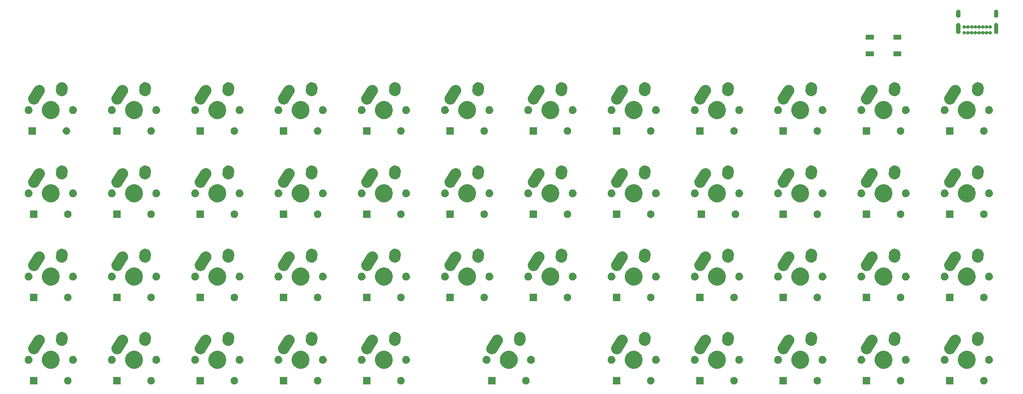
<source format=gbr>
G04 #@! TF.GenerationSoftware,KiCad,Pcbnew,(5.1.0)-1*
G04 #@! TF.CreationDate,2020-08-27T01:02:26-04:00*
G04 #@! TF.ProjectId,keyboard,6b657962-6f61-4726-942e-6b696361645f,rev?*
G04 #@! TF.SameCoordinates,Original*
G04 #@! TF.FileFunction,Soldermask,Top*
G04 #@! TF.FilePolarity,Negative*
%FSLAX46Y46*%
G04 Gerber Fmt 4.6, Leading zero omitted, Abs format (unit mm)*
G04 Created by KiCad (PCBNEW (5.1.0)-1) date 2020-08-27 01:02:26*
%MOMM*%
%LPD*%
G04 APERTURE LIST*
%ADD10C,0.127000*%
G04 APERTURE END LIST*
D10*
G36*
X242273228Y-120625453D02*
G01*
X242428100Y-120689603D01*
X242567481Y-120782735D01*
X242686015Y-120901269D01*
X242779147Y-121040650D01*
X242843297Y-121195522D01*
X242876000Y-121359934D01*
X242876000Y-121527566D01*
X242843297Y-121691978D01*
X242779147Y-121846850D01*
X242686015Y-121986231D01*
X242567481Y-122104765D01*
X242428100Y-122197897D01*
X242273228Y-122262047D01*
X242108816Y-122294750D01*
X241941184Y-122294750D01*
X241776772Y-122262047D01*
X241621900Y-122197897D01*
X241482519Y-122104765D01*
X241363985Y-121986231D01*
X241270853Y-121846850D01*
X241206703Y-121691978D01*
X241174000Y-121527566D01*
X241174000Y-121359934D01*
X241206703Y-121195522D01*
X241270853Y-121040650D01*
X241363985Y-120901269D01*
X241482519Y-120782735D01*
X241621900Y-120689603D01*
X241776772Y-120625453D01*
X241941184Y-120592750D01*
X242108816Y-120592750D01*
X242273228Y-120625453D01*
X242273228Y-120625453D01*
G37*
G36*
X101726000Y-122294750D02*
G01*
X100024000Y-122294750D01*
X100024000Y-120592750D01*
X101726000Y-120592750D01*
X101726000Y-122294750D01*
X101726000Y-122294750D01*
G37*
G36*
X32723228Y-120625453D02*
G01*
X32878100Y-120689603D01*
X33017481Y-120782735D01*
X33136015Y-120901269D01*
X33229147Y-121040650D01*
X33293297Y-121195522D01*
X33326000Y-121359934D01*
X33326000Y-121527566D01*
X33293297Y-121691978D01*
X33229147Y-121846850D01*
X33136015Y-121986231D01*
X33017481Y-122104765D01*
X32878100Y-122197897D01*
X32723228Y-122262047D01*
X32558816Y-122294750D01*
X32391184Y-122294750D01*
X32226772Y-122262047D01*
X32071900Y-122197897D01*
X31932519Y-122104765D01*
X31813985Y-121986231D01*
X31720853Y-121846850D01*
X31656703Y-121691978D01*
X31624000Y-121527566D01*
X31624000Y-121359934D01*
X31656703Y-121195522D01*
X31720853Y-121040650D01*
X31813985Y-120901269D01*
X31932519Y-120782735D01*
X32071900Y-120689603D01*
X32226772Y-120625453D01*
X32391184Y-120592750D01*
X32558816Y-120592750D01*
X32723228Y-120625453D01*
X32723228Y-120625453D01*
G37*
G36*
X25526000Y-122294750D02*
G01*
X23824000Y-122294750D01*
X23824000Y-120592750D01*
X25526000Y-120592750D01*
X25526000Y-122294750D01*
X25526000Y-122294750D01*
G37*
G36*
X44576000Y-122294750D02*
G01*
X42874000Y-122294750D01*
X42874000Y-120592750D01*
X44576000Y-120592750D01*
X44576000Y-122294750D01*
X44576000Y-122294750D01*
G37*
G36*
X51773228Y-120625453D02*
G01*
X51928100Y-120689603D01*
X52067481Y-120782735D01*
X52186015Y-120901269D01*
X52279147Y-121040650D01*
X52343297Y-121195522D01*
X52376000Y-121359934D01*
X52376000Y-121527566D01*
X52343297Y-121691978D01*
X52279147Y-121846850D01*
X52186015Y-121986231D01*
X52067481Y-122104765D01*
X51928100Y-122197897D01*
X51773228Y-122262047D01*
X51608816Y-122294750D01*
X51441184Y-122294750D01*
X51276772Y-122262047D01*
X51121900Y-122197897D01*
X50982519Y-122104765D01*
X50863985Y-121986231D01*
X50770853Y-121846850D01*
X50706703Y-121691978D01*
X50674000Y-121527566D01*
X50674000Y-121359934D01*
X50706703Y-121195522D01*
X50770853Y-121040650D01*
X50863985Y-120901269D01*
X50982519Y-120782735D01*
X51121900Y-120689603D01*
X51276772Y-120625453D01*
X51441184Y-120592750D01*
X51608816Y-120592750D01*
X51773228Y-120625453D01*
X51773228Y-120625453D01*
G37*
G36*
X63626000Y-122294750D02*
G01*
X61924000Y-122294750D01*
X61924000Y-120592750D01*
X63626000Y-120592750D01*
X63626000Y-122294750D01*
X63626000Y-122294750D01*
G37*
G36*
X70823228Y-120625453D02*
G01*
X70978100Y-120689603D01*
X71117481Y-120782735D01*
X71236015Y-120901269D01*
X71329147Y-121040650D01*
X71393297Y-121195522D01*
X71426000Y-121359934D01*
X71426000Y-121527566D01*
X71393297Y-121691978D01*
X71329147Y-121846850D01*
X71236015Y-121986231D01*
X71117481Y-122104765D01*
X70978100Y-122197897D01*
X70823228Y-122262047D01*
X70658816Y-122294750D01*
X70491184Y-122294750D01*
X70326772Y-122262047D01*
X70171900Y-122197897D01*
X70032519Y-122104765D01*
X69913985Y-121986231D01*
X69820853Y-121846850D01*
X69756703Y-121691978D01*
X69724000Y-121527566D01*
X69724000Y-121359934D01*
X69756703Y-121195522D01*
X69820853Y-121040650D01*
X69913985Y-120901269D01*
X70032519Y-120782735D01*
X70171900Y-120689603D01*
X70326772Y-120625453D01*
X70491184Y-120592750D01*
X70658816Y-120592750D01*
X70823228Y-120625453D01*
X70823228Y-120625453D01*
G37*
G36*
X82676000Y-122294750D02*
G01*
X80974000Y-122294750D01*
X80974000Y-120592750D01*
X82676000Y-120592750D01*
X82676000Y-122294750D01*
X82676000Y-122294750D01*
G37*
G36*
X89873228Y-120625453D02*
G01*
X90028100Y-120689603D01*
X90167481Y-120782735D01*
X90286015Y-120901269D01*
X90379147Y-121040650D01*
X90443297Y-121195522D01*
X90476000Y-121359934D01*
X90476000Y-121527566D01*
X90443297Y-121691978D01*
X90379147Y-121846850D01*
X90286015Y-121986231D01*
X90167481Y-122104765D01*
X90028100Y-122197897D01*
X89873228Y-122262047D01*
X89708816Y-122294750D01*
X89541184Y-122294750D01*
X89376772Y-122262047D01*
X89221900Y-122197897D01*
X89082519Y-122104765D01*
X88963985Y-121986231D01*
X88870853Y-121846850D01*
X88806703Y-121691978D01*
X88774000Y-121527566D01*
X88774000Y-121359934D01*
X88806703Y-121195522D01*
X88870853Y-121040650D01*
X88963985Y-120901269D01*
X89082519Y-120782735D01*
X89221900Y-120689603D01*
X89376772Y-120625453D01*
X89541184Y-120592750D01*
X89708816Y-120592750D01*
X89873228Y-120625453D01*
X89873228Y-120625453D01*
G37*
G36*
X108923228Y-120625453D02*
G01*
X109078100Y-120689603D01*
X109217481Y-120782735D01*
X109336015Y-120901269D01*
X109429147Y-121040650D01*
X109493297Y-121195522D01*
X109526000Y-121359934D01*
X109526000Y-121527566D01*
X109493297Y-121691978D01*
X109429147Y-121846850D01*
X109336015Y-121986231D01*
X109217481Y-122104765D01*
X109078100Y-122197897D01*
X108923228Y-122262047D01*
X108758816Y-122294750D01*
X108591184Y-122294750D01*
X108426772Y-122262047D01*
X108271900Y-122197897D01*
X108132519Y-122104765D01*
X108013985Y-121986231D01*
X107920853Y-121846850D01*
X107856703Y-121691978D01*
X107824000Y-121527566D01*
X107824000Y-121359934D01*
X107856703Y-121195522D01*
X107920853Y-121040650D01*
X108013985Y-120901269D01*
X108132519Y-120782735D01*
X108271900Y-120689603D01*
X108426772Y-120625453D01*
X108591184Y-120592750D01*
X108758816Y-120592750D01*
X108923228Y-120625453D01*
X108923228Y-120625453D01*
G37*
G36*
X204173228Y-120625453D02*
G01*
X204328100Y-120689603D01*
X204467481Y-120782735D01*
X204586015Y-120901269D01*
X204679147Y-121040650D01*
X204743297Y-121195522D01*
X204776000Y-121359934D01*
X204776000Y-121527566D01*
X204743297Y-121691978D01*
X204679147Y-121846850D01*
X204586015Y-121986231D01*
X204467481Y-122104765D01*
X204328100Y-122197897D01*
X204173228Y-122262047D01*
X204008816Y-122294750D01*
X203841184Y-122294750D01*
X203676772Y-122262047D01*
X203521900Y-122197897D01*
X203382519Y-122104765D01*
X203263985Y-121986231D01*
X203170853Y-121846850D01*
X203106703Y-121691978D01*
X203074000Y-121527566D01*
X203074000Y-121359934D01*
X203106703Y-121195522D01*
X203170853Y-121040650D01*
X203263985Y-120901269D01*
X203382519Y-120782735D01*
X203521900Y-120689603D01*
X203676772Y-120625453D01*
X203841184Y-120592750D01*
X204008816Y-120592750D01*
X204173228Y-120625453D01*
X204173228Y-120625453D01*
G37*
G36*
X130301000Y-122294750D02*
G01*
X128599000Y-122294750D01*
X128599000Y-120592750D01*
X130301000Y-120592750D01*
X130301000Y-122294750D01*
X130301000Y-122294750D01*
G37*
G36*
X137498228Y-120625453D02*
G01*
X137653100Y-120689603D01*
X137792481Y-120782735D01*
X137911015Y-120901269D01*
X138004147Y-121040650D01*
X138068297Y-121195522D01*
X138101000Y-121359934D01*
X138101000Y-121527566D01*
X138068297Y-121691978D01*
X138004147Y-121846850D01*
X137911015Y-121986231D01*
X137792481Y-122104765D01*
X137653100Y-122197897D01*
X137498228Y-122262047D01*
X137333816Y-122294750D01*
X137166184Y-122294750D01*
X137001772Y-122262047D01*
X136846900Y-122197897D01*
X136707519Y-122104765D01*
X136588985Y-121986231D01*
X136495853Y-121846850D01*
X136431703Y-121691978D01*
X136399000Y-121527566D01*
X136399000Y-121359934D01*
X136431703Y-121195522D01*
X136495853Y-121040650D01*
X136588985Y-120901269D01*
X136707519Y-120782735D01*
X136846900Y-120689603D01*
X137001772Y-120625453D01*
X137166184Y-120592750D01*
X137333816Y-120592750D01*
X137498228Y-120625453D01*
X137498228Y-120625453D01*
G37*
G36*
X166073228Y-120625453D02*
G01*
X166228100Y-120689603D01*
X166367481Y-120782735D01*
X166486015Y-120901269D01*
X166579147Y-121040650D01*
X166643297Y-121195522D01*
X166676000Y-121359934D01*
X166676000Y-121527566D01*
X166643297Y-121691978D01*
X166579147Y-121846850D01*
X166486015Y-121986231D01*
X166367481Y-122104765D01*
X166228100Y-122197897D01*
X166073228Y-122262047D01*
X165908816Y-122294750D01*
X165741184Y-122294750D01*
X165576772Y-122262047D01*
X165421900Y-122197897D01*
X165282519Y-122104765D01*
X165163985Y-121986231D01*
X165070853Y-121846850D01*
X165006703Y-121691978D01*
X164974000Y-121527566D01*
X164974000Y-121359934D01*
X165006703Y-121195522D01*
X165070853Y-121040650D01*
X165163985Y-120901269D01*
X165282519Y-120782735D01*
X165421900Y-120689603D01*
X165576772Y-120625453D01*
X165741184Y-120592750D01*
X165908816Y-120592750D01*
X166073228Y-120625453D01*
X166073228Y-120625453D01*
G37*
G36*
X158876000Y-122294750D02*
G01*
X157174000Y-122294750D01*
X157174000Y-120592750D01*
X158876000Y-120592750D01*
X158876000Y-122294750D01*
X158876000Y-122294750D01*
G37*
G36*
X185123228Y-120625453D02*
G01*
X185278100Y-120689603D01*
X185417481Y-120782735D01*
X185536015Y-120901269D01*
X185629147Y-121040650D01*
X185693297Y-121195522D01*
X185726000Y-121359934D01*
X185726000Y-121527566D01*
X185693297Y-121691978D01*
X185629147Y-121846850D01*
X185536015Y-121986231D01*
X185417481Y-122104765D01*
X185278100Y-122197897D01*
X185123228Y-122262047D01*
X184958816Y-122294750D01*
X184791184Y-122294750D01*
X184626772Y-122262047D01*
X184471900Y-122197897D01*
X184332519Y-122104765D01*
X184213985Y-121986231D01*
X184120853Y-121846850D01*
X184056703Y-121691978D01*
X184024000Y-121527566D01*
X184024000Y-121359934D01*
X184056703Y-121195522D01*
X184120853Y-121040650D01*
X184213985Y-120901269D01*
X184332519Y-120782735D01*
X184471900Y-120689603D01*
X184626772Y-120625453D01*
X184791184Y-120592750D01*
X184958816Y-120592750D01*
X185123228Y-120625453D01*
X185123228Y-120625453D01*
G37*
G36*
X177926000Y-122294750D02*
G01*
X176224000Y-122294750D01*
X176224000Y-120592750D01*
X177926000Y-120592750D01*
X177926000Y-122294750D01*
X177926000Y-122294750D01*
G37*
G36*
X196976000Y-122294750D02*
G01*
X195274000Y-122294750D01*
X195274000Y-120592750D01*
X196976000Y-120592750D01*
X196976000Y-122294750D01*
X196976000Y-122294750D01*
G37*
G36*
X223223228Y-120625453D02*
G01*
X223378100Y-120689603D01*
X223517481Y-120782735D01*
X223636015Y-120901269D01*
X223729147Y-121040650D01*
X223793297Y-121195522D01*
X223826000Y-121359934D01*
X223826000Y-121527566D01*
X223793297Y-121691978D01*
X223729147Y-121846850D01*
X223636015Y-121986231D01*
X223517481Y-122104765D01*
X223378100Y-122197897D01*
X223223228Y-122262047D01*
X223058816Y-122294750D01*
X222891184Y-122294750D01*
X222726772Y-122262047D01*
X222571900Y-122197897D01*
X222432519Y-122104765D01*
X222313985Y-121986231D01*
X222220853Y-121846850D01*
X222156703Y-121691978D01*
X222124000Y-121527566D01*
X222124000Y-121359934D01*
X222156703Y-121195522D01*
X222220853Y-121040650D01*
X222313985Y-120901269D01*
X222432519Y-120782735D01*
X222571900Y-120689603D01*
X222726772Y-120625453D01*
X222891184Y-120592750D01*
X223058816Y-120592750D01*
X223223228Y-120625453D01*
X223223228Y-120625453D01*
G37*
G36*
X216026000Y-122294750D02*
G01*
X214324000Y-122294750D01*
X214324000Y-120592750D01*
X216026000Y-120592750D01*
X216026000Y-122294750D01*
X216026000Y-122294750D01*
G37*
G36*
X235076000Y-122294750D02*
G01*
X233374000Y-122294750D01*
X233374000Y-120592750D01*
X235076000Y-120592750D01*
X235076000Y-122294750D01*
X235076000Y-122294750D01*
G37*
G36*
X105371474Y-114714934D02*
G01*
X105589474Y-114805233D01*
X105743623Y-114869083D01*
X106078548Y-115092873D01*
X106363377Y-115377702D01*
X106587167Y-115712627D01*
X106651017Y-115866776D01*
X106741316Y-116084776D01*
X106819900Y-116479844D01*
X106819900Y-116882656D01*
X106741316Y-117277724D01*
X106657322Y-117480503D01*
X106587167Y-117649873D01*
X106363377Y-117984798D01*
X106078548Y-118269627D01*
X105743623Y-118493417D01*
X105589474Y-118557267D01*
X105371474Y-118647566D01*
X104976406Y-118726150D01*
X104573594Y-118726150D01*
X104178526Y-118647566D01*
X103960526Y-118557267D01*
X103806377Y-118493417D01*
X103471452Y-118269627D01*
X103186623Y-117984798D01*
X102962833Y-117649873D01*
X102892678Y-117480503D01*
X102808684Y-117277724D01*
X102730100Y-116882656D01*
X102730100Y-116479844D01*
X102808684Y-116084776D01*
X102898983Y-115866776D01*
X102962833Y-115712627D01*
X103186623Y-115377702D01*
X103471452Y-115092873D01*
X103806377Y-114869083D01*
X103960526Y-114805233D01*
X104178526Y-114714934D01*
X104573594Y-114636350D01*
X104976406Y-114636350D01*
X105371474Y-114714934D01*
X105371474Y-114714934D01*
G37*
G36*
X238721474Y-114714934D02*
G01*
X238939474Y-114805233D01*
X239093623Y-114869083D01*
X239428548Y-115092873D01*
X239713377Y-115377702D01*
X239937167Y-115712627D01*
X240001017Y-115866776D01*
X240091316Y-116084776D01*
X240169900Y-116479844D01*
X240169900Y-116882656D01*
X240091316Y-117277724D01*
X240007322Y-117480503D01*
X239937167Y-117649873D01*
X239713377Y-117984798D01*
X239428548Y-118269627D01*
X239093623Y-118493417D01*
X238939474Y-118557267D01*
X238721474Y-118647566D01*
X238326406Y-118726150D01*
X237923594Y-118726150D01*
X237528526Y-118647566D01*
X237310526Y-118557267D01*
X237156377Y-118493417D01*
X236821452Y-118269627D01*
X236536623Y-117984798D01*
X236312833Y-117649873D01*
X236242678Y-117480503D01*
X236158684Y-117277724D01*
X236080100Y-116882656D01*
X236080100Y-116479844D01*
X236158684Y-116084776D01*
X236248983Y-115866776D01*
X236312833Y-115712627D01*
X236536623Y-115377702D01*
X236821452Y-115092873D01*
X237156377Y-114869083D01*
X237310526Y-114805233D01*
X237528526Y-114714934D01*
X237923594Y-114636350D01*
X238326406Y-114636350D01*
X238721474Y-114714934D01*
X238721474Y-114714934D01*
G37*
G36*
X181571474Y-114714934D02*
G01*
X181789474Y-114805233D01*
X181943623Y-114869083D01*
X182278548Y-115092873D01*
X182563377Y-115377702D01*
X182787167Y-115712627D01*
X182851017Y-115866776D01*
X182941316Y-116084776D01*
X183019900Y-116479844D01*
X183019900Y-116882656D01*
X182941316Y-117277724D01*
X182857322Y-117480503D01*
X182787167Y-117649873D01*
X182563377Y-117984798D01*
X182278548Y-118269627D01*
X181943623Y-118493417D01*
X181789474Y-118557267D01*
X181571474Y-118647566D01*
X181176406Y-118726150D01*
X180773594Y-118726150D01*
X180378526Y-118647566D01*
X180160526Y-118557267D01*
X180006377Y-118493417D01*
X179671452Y-118269627D01*
X179386623Y-117984798D01*
X179162833Y-117649873D01*
X179092678Y-117480503D01*
X179008684Y-117277724D01*
X178930100Y-116882656D01*
X178930100Y-116479844D01*
X179008684Y-116084776D01*
X179098983Y-115866776D01*
X179162833Y-115712627D01*
X179386623Y-115377702D01*
X179671452Y-115092873D01*
X180006377Y-114869083D01*
X180160526Y-114805233D01*
X180378526Y-114714934D01*
X180773594Y-114636350D01*
X181176406Y-114636350D01*
X181571474Y-114714934D01*
X181571474Y-114714934D01*
G37*
G36*
X200621474Y-114714934D02*
G01*
X200839474Y-114805233D01*
X200993623Y-114869083D01*
X201328548Y-115092873D01*
X201613377Y-115377702D01*
X201837167Y-115712627D01*
X201901017Y-115866776D01*
X201991316Y-116084776D01*
X202069900Y-116479844D01*
X202069900Y-116882656D01*
X201991316Y-117277724D01*
X201907322Y-117480503D01*
X201837167Y-117649873D01*
X201613377Y-117984798D01*
X201328548Y-118269627D01*
X200993623Y-118493417D01*
X200839474Y-118557267D01*
X200621474Y-118647566D01*
X200226406Y-118726150D01*
X199823594Y-118726150D01*
X199428526Y-118647566D01*
X199210526Y-118557267D01*
X199056377Y-118493417D01*
X198721452Y-118269627D01*
X198436623Y-117984798D01*
X198212833Y-117649873D01*
X198142678Y-117480503D01*
X198058684Y-117277724D01*
X197980100Y-116882656D01*
X197980100Y-116479844D01*
X198058684Y-116084776D01*
X198148983Y-115866776D01*
X198212833Y-115712627D01*
X198436623Y-115377702D01*
X198721452Y-115092873D01*
X199056377Y-114869083D01*
X199210526Y-114805233D01*
X199428526Y-114714934D01*
X199823594Y-114636350D01*
X200226406Y-114636350D01*
X200621474Y-114714934D01*
X200621474Y-114714934D01*
G37*
G36*
X219671474Y-114714934D02*
G01*
X219889474Y-114805233D01*
X220043623Y-114869083D01*
X220378548Y-115092873D01*
X220663377Y-115377702D01*
X220887167Y-115712627D01*
X220951017Y-115866776D01*
X221041316Y-116084776D01*
X221119900Y-116479844D01*
X221119900Y-116882656D01*
X221041316Y-117277724D01*
X220957322Y-117480503D01*
X220887167Y-117649873D01*
X220663377Y-117984798D01*
X220378548Y-118269627D01*
X220043623Y-118493417D01*
X219889474Y-118557267D01*
X219671474Y-118647566D01*
X219276406Y-118726150D01*
X218873594Y-118726150D01*
X218478526Y-118647566D01*
X218260526Y-118557267D01*
X218106377Y-118493417D01*
X217771452Y-118269627D01*
X217486623Y-117984798D01*
X217262833Y-117649873D01*
X217192678Y-117480503D01*
X217108684Y-117277724D01*
X217030100Y-116882656D01*
X217030100Y-116479844D01*
X217108684Y-116084776D01*
X217198983Y-115866776D01*
X217262833Y-115712627D01*
X217486623Y-115377702D01*
X217771452Y-115092873D01*
X218106377Y-114869083D01*
X218260526Y-114805233D01*
X218478526Y-114714934D01*
X218873594Y-114636350D01*
X219276406Y-114636350D01*
X219671474Y-114714934D01*
X219671474Y-114714934D01*
G37*
G36*
X86321474Y-114714934D02*
G01*
X86539474Y-114805233D01*
X86693623Y-114869083D01*
X87028548Y-115092873D01*
X87313377Y-115377702D01*
X87537167Y-115712627D01*
X87601017Y-115866776D01*
X87691316Y-116084776D01*
X87769900Y-116479844D01*
X87769900Y-116882656D01*
X87691316Y-117277724D01*
X87607322Y-117480503D01*
X87537167Y-117649873D01*
X87313377Y-117984798D01*
X87028548Y-118269627D01*
X86693623Y-118493417D01*
X86539474Y-118557267D01*
X86321474Y-118647566D01*
X85926406Y-118726150D01*
X85523594Y-118726150D01*
X85128526Y-118647566D01*
X84910526Y-118557267D01*
X84756377Y-118493417D01*
X84421452Y-118269627D01*
X84136623Y-117984798D01*
X83912833Y-117649873D01*
X83842678Y-117480503D01*
X83758684Y-117277724D01*
X83680100Y-116882656D01*
X83680100Y-116479844D01*
X83758684Y-116084776D01*
X83848983Y-115866776D01*
X83912833Y-115712627D01*
X84136623Y-115377702D01*
X84421452Y-115092873D01*
X84756377Y-114869083D01*
X84910526Y-114805233D01*
X85128526Y-114714934D01*
X85523594Y-114636350D01*
X85926406Y-114636350D01*
X86321474Y-114714934D01*
X86321474Y-114714934D01*
G37*
G36*
X67271474Y-114714934D02*
G01*
X67489474Y-114805233D01*
X67643623Y-114869083D01*
X67978548Y-115092873D01*
X68263377Y-115377702D01*
X68487167Y-115712627D01*
X68551017Y-115866776D01*
X68641316Y-116084776D01*
X68719900Y-116479844D01*
X68719900Y-116882656D01*
X68641316Y-117277724D01*
X68557322Y-117480503D01*
X68487167Y-117649873D01*
X68263377Y-117984798D01*
X67978548Y-118269627D01*
X67643623Y-118493417D01*
X67489474Y-118557267D01*
X67271474Y-118647566D01*
X66876406Y-118726150D01*
X66473594Y-118726150D01*
X66078526Y-118647566D01*
X65860526Y-118557267D01*
X65706377Y-118493417D01*
X65371452Y-118269627D01*
X65086623Y-117984798D01*
X64862833Y-117649873D01*
X64792678Y-117480503D01*
X64708684Y-117277724D01*
X64630100Y-116882656D01*
X64630100Y-116479844D01*
X64708684Y-116084776D01*
X64798983Y-115866776D01*
X64862833Y-115712627D01*
X65086623Y-115377702D01*
X65371452Y-115092873D01*
X65706377Y-114869083D01*
X65860526Y-114805233D01*
X66078526Y-114714934D01*
X66473594Y-114636350D01*
X66876406Y-114636350D01*
X67271474Y-114714934D01*
X67271474Y-114714934D01*
G37*
G36*
X48221474Y-114714934D02*
G01*
X48439474Y-114805233D01*
X48593623Y-114869083D01*
X48928548Y-115092873D01*
X49213377Y-115377702D01*
X49437167Y-115712627D01*
X49501017Y-115866776D01*
X49591316Y-116084776D01*
X49669900Y-116479844D01*
X49669900Y-116882656D01*
X49591316Y-117277724D01*
X49507322Y-117480503D01*
X49437167Y-117649873D01*
X49213377Y-117984798D01*
X48928548Y-118269627D01*
X48593623Y-118493417D01*
X48439474Y-118557267D01*
X48221474Y-118647566D01*
X47826406Y-118726150D01*
X47423594Y-118726150D01*
X47028526Y-118647566D01*
X46810526Y-118557267D01*
X46656377Y-118493417D01*
X46321452Y-118269627D01*
X46036623Y-117984798D01*
X45812833Y-117649873D01*
X45742678Y-117480503D01*
X45658684Y-117277724D01*
X45580100Y-116882656D01*
X45580100Y-116479844D01*
X45658684Y-116084776D01*
X45748983Y-115866776D01*
X45812833Y-115712627D01*
X46036623Y-115377702D01*
X46321452Y-115092873D01*
X46656377Y-114869083D01*
X46810526Y-114805233D01*
X47028526Y-114714934D01*
X47423594Y-114636350D01*
X47826406Y-114636350D01*
X48221474Y-114714934D01*
X48221474Y-114714934D01*
G37*
G36*
X29171474Y-114714934D02*
G01*
X29389474Y-114805233D01*
X29543623Y-114869083D01*
X29878548Y-115092873D01*
X30163377Y-115377702D01*
X30387167Y-115712627D01*
X30451017Y-115866776D01*
X30541316Y-116084776D01*
X30619900Y-116479844D01*
X30619900Y-116882656D01*
X30541316Y-117277724D01*
X30457322Y-117480503D01*
X30387167Y-117649873D01*
X30163377Y-117984798D01*
X29878548Y-118269627D01*
X29543623Y-118493417D01*
X29389474Y-118557267D01*
X29171474Y-118647566D01*
X28776406Y-118726150D01*
X28373594Y-118726150D01*
X27978526Y-118647566D01*
X27760526Y-118557267D01*
X27606377Y-118493417D01*
X27271452Y-118269627D01*
X26986623Y-117984798D01*
X26762833Y-117649873D01*
X26692678Y-117480503D01*
X26608684Y-117277724D01*
X26530100Y-116882656D01*
X26530100Y-116479844D01*
X26608684Y-116084776D01*
X26698983Y-115866776D01*
X26762833Y-115712627D01*
X26986623Y-115377702D01*
X27271452Y-115092873D01*
X27606377Y-114869083D01*
X27760526Y-114805233D01*
X27978526Y-114714934D01*
X28373594Y-114636350D01*
X28776406Y-114636350D01*
X29171474Y-114714934D01*
X29171474Y-114714934D01*
G37*
G36*
X133946474Y-114714934D02*
G01*
X134164474Y-114805233D01*
X134318623Y-114869083D01*
X134653548Y-115092873D01*
X134938377Y-115377702D01*
X135162167Y-115712627D01*
X135226017Y-115866776D01*
X135316316Y-116084776D01*
X135394900Y-116479844D01*
X135394900Y-116882656D01*
X135316316Y-117277724D01*
X135232322Y-117480503D01*
X135162167Y-117649873D01*
X134938377Y-117984798D01*
X134653548Y-118269627D01*
X134318623Y-118493417D01*
X134164474Y-118557267D01*
X133946474Y-118647566D01*
X133551406Y-118726150D01*
X133148594Y-118726150D01*
X132753526Y-118647566D01*
X132535526Y-118557267D01*
X132381377Y-118493417D01*
X132046452Y-118269627D01*
X131761623Y-117984798D01*
X131537833Y-117649873D01*
X131467678Y-117480503D01*
X131383684Y-117277724D01*
X131305100Y-116882656D01*
X131305100Y-116479844D01*
X131383684Y-116084776D01*
X131473983Y-115866776D01*
X131537833Y-115712627D01*
X131761623Y-115377702D01*
X132046452Y-115092873D01*
X132381377Y-114869083D01*
X132535526Y-114805233D01*
X132753526Y-114714934D01*
X133148594Y-114636350D01*
X133551406Y-114636350D01*
X133946474Y-114714934D01*
X133946474Y-114714934D01*
G37*
G36*
X162521474Y-114714934D02*
G01*
X162739474Y-114805233D01*
X162893623Y-114869083D01*
X163228548Y-115092873D01*
X163513377Y-115377702D01*
X163737167Y-115712627D01*
X163801017Y-115866776D01*
X163891316Y-116084776D01*
X163969900Y-116479844D01*
X163969900Y-116882656D01*
X163891316Y-117277724D01*
X163807322Y-117480503D01*
X163737167Y-117649873D01*
X163513377Y-117984798D01*
X163228548Y-118269627D01*
X162893623Y-118493417D01*
X162739474Y-118557267D01*
X162521474Y-118647566D01*
X162126406Y-118726150D01*
X161723594Y-118726150D01*
X161328526Y-118647566D01*
X161110526Y-118557267D01*
X160956377Y-118493417D01*
X160621452Y-118269627D01*
X160336623Y-117984798D01*
X160112833Y-117649873D01*
X160042678Y-117480503D01*
X159958684Y-117277724D01*
X159880100Y-116882656D01*
X159880100Y-116479844D01*
X159958684Y-116084776D01*
X160048983Y-115866776D01*
X160112833Y-115712627D01*
X160336623Y-115377702D01*
X160621452Y-115092873D01*
X160956377Y-114869083D01*
X161110526Y-114805233D01*
X161328526Y-114714934D01*
X161723594Y-114636350D01*
X162126406Y-114636350D01*
X162521474Y-114714934D01*
X162521474Y-114714934D01*
G37*
G36*
X205280952Y-115796679D02*
G01*
X205368075Y-115814009D01*
X205477498Y-115859334D01*
X205532211Y-115881997D01*
X205678933Y-115980033D01*
X205679928Y-115980698D01*
X205805552Y-116106322D01*
X205805554Y-116106325D01*
X205904253Y-116254039D01*
X205904253Y-116254040D01*
X205972241Y-116418175D01*
X206006900Y-116592421D01*
X206006900Y-116770079D01*
X205972241Y-116944325D01*
X205926916Y-117053748D01*
X205904253Y-117108461D01*
X205806217Y-117255183D01*
X205805552Y-117256178D01*
X205679928Y-117381802D01*
X205679925Y-117381804D01*
X205532211Y-117480503D01*
X205477498Y-117503166D01*
X205368075Y-117548491D01*
X205280952Y-117565820D01*
X205193831Y-117583150D01*
X205016169Y-117583150D01*
X204929048Y-117565820D01*
X204841925Y-117548491D01*
X204732502Y-117503166D01*
X204677789Y-117480503D01*
X204530075Y-117381804D01*
X204530072Y-117381802D01*
X204404448Y-117256178D01*
X204403783Y-117255183D01*
X204305747Y-117108461D01*
X204283084Y-117053748D01*
X204237759Y-116944325D01*
X204203100Y-116770079D01*
X204203100Y-116592421D01*
X204237759Y-116418175D01*
X204305747Y-116254040D01*
X204305747Y-116254039D01*
X204404446Y-116106325D01*
X204404448Y-116106322D01*
X204530072Y-115980698D01*
X204531067Y-115980033D01*
X204677789Y-115881997D01*
X204732502Y-115859334D01*
X204841925Y-115814009D01*
X204929048Y-115796679D01*
X205016169Y-115779350D01*
X205193831Y-115779350D01*
X205280952Y-115796679D01*
X205280952Y-115796679D01*
G37*
G36*
X23670952Y-115796679D02*
G01*
X23758075Y-115814009D01*
X23867498Y-115859334D01*
X23922211Y-115881997D01*
X24068933Y-115980033D01*
X24069928Y-115980698D01*
X24195552Y-116106322D01*
X24195554Y-116106325D01*
X24294253Y-116254039D01*
X24294253Y-116254040D01*
X24362241Y-116418175D01*
X24396900Y-116592421D01*
X24396900Y-116770079D01*
X24362241Y-116944325D01*
X24316916Y-117053748D01*
X24294253Y-117108461D01*
X24196217Y-117255183D01*
X24195552Y-117256178D01*
X24069928Y-117381802D01*
X24069925Y-117381804D01*
X23922211Y-117480503D01*
X23867498Y-117503166D01*
X23758075Y-117548491D01*
X23670952Y-117565820D01*
X23583831Y-117583150D01*
X23406169Y-117583150D01*
X23319048Y-117565820D01*
X23231925Y-117548491D01*
X23122502Y-117503166D01*
X23067789Y-117480503D01*
X22920075Y-117381804D01*
X22920072Y-117381802D01*
X22794448Y-117256178D01*
X22793783Y-117255183D01*
X22695747Y-117108461D01*
X22673084Y-117053748D01*
X22627759Y-116944325D01*
X22593100Y-116770079D01*
X22593100Y-116592421D01*
X22627759Y-116418175D01*
X22695747Y-116254040D01*
X22695747Y-116254039D01*
X22794446Y-116106325D01*
X22794448Y-116106322D01*
X22920072Y-115980698D01*
X22921067Y-115980033D01*
X23067789Y-115881997D01*
X23122502Y-115859334D01*
X23231925Y-115814009D01*
X23319048Y-115796679D01*
X23406169Y-115779350D01*
X23583831Y-115779350D01*
X23670952Y-115796679D01*
X23670952Y-115796679D01*
G37*
G36*
X33830952Y-115796679D02*
G01*
X33918075Y-115814009D01*
X34027498Y-115859334D01*
X34082211Y-115881997D01*
X34228933Y-115980033D01*
X34229928Y-115980698D01*
X34355552Y-116106322D01*
X34355554Y-116106325D01*
X34454253Y-116254039D01*
X34454253Y-116254040D01*
X34522241Y-116418175D01*
X34556900Y-116592421D01*
X34556900Y-116770079D01*
X34522241Y-116944325D01*
X34476916Y-117053748D01*
X34454253Y-117108461D01*
X34356217Y-117255183D01*
X34355552Y-117256178D01*
X34229928Y-117381802D01*
X34229925Y-117381804D01*
X34082211Y-117480503D01*
X34027498Y-117503166D01*
X33918075Y-117548491D01*
X33830952Y-117565820D01*
X33743831Y-117583150D01*
X33566169Y-117583150D01*
X33479048Y-117565820D01*
X33391925Y-117548491D01*
X33282502Y-117503166D01*
X33227789Y-117480503D01*
X33080075Y-117381804D01*
X33080072Y-117381802D01*
X32954448Y-117256178D01*
X32953783Y-117255183D01*
X32855747Y-117108461D01*
X32833084Y-117053748D01*
X32787759Y-116944325D01*
X32753100Y-116770079D01*
X32753100Y-116592421D01*
X32787759Y-116418175D01*
X32855747Y-116254040D01*
X32855747Y-116254039D01*
X32954446Y-116106325D01*
X32954448Y-116106322D01*
X33080072Y-115980698D01*
X33081067Y-115980033D01*
X33227789Y-115881997D01*
X33282502Y-115859334D01*
X33391925Y-115814009D01*
X33479048Y-115796679D01*
X33566169Y-115779350D01*
X33743831Y-115779350D01*
X33830952Y-115796679D01*
X33830952Y-115796679D01*
G37*
G36*
X42720952Y-115796679D02*
G01*
X42808075Y-115814009D01*
X42917498Y-115859334D01*
X42972211Y-115881997D01*
X43118933Y-115980033D01*
X43119928Y-115980698D01*
X43245552Y-116106322D01*
X43245554Y-116106325D01*
X43344253Y-116254039D01*
X43344253Y-116254040D01*
X43412241Y-116418175D01*
X43446900Y-116592421D01*
X43446900Y-116770079D01*
X43412241Y-116944325D01*
X43366916Y-117053748D01*
X43344253Y-117108461D01*
X43246217Y-117255183D01*
X43245552Y-117256178D01*
X43119928Y-117381802D01*
X43119925Y-117381804D01*
X42972211Y-117480503D01*
X42917498Y-117503166D01*
X42808075Y-117548491D01*
X42720952Y-117565820D01*
X42633831Y-117583150D01*
X42456169Y-117583150D01*
X42369048Y-117565820D01*
X42281925Y-117548491D01*
X42172502Y-117503166D01*
X42117789Y-117480503D01*
X41970075Y-117381804D01*
X41970072Y-117381802D01*
X41844448Y-117256178D01*
X41843783Y-117255183D01*
X41745747Y-117108461D01*
X41723084Y-117053748D01*
X41677759Y-116944325D01*
X41643100Y-116770079D01*
X41643100Y-116592421D01*
X41677759Y-116418175D01*
X41745747Y-116254040D01*
X41745747Y-116254039D01*
X41844446Y-116106325D01*
X41844448Y-116106322D01*
X41970072Y-115980698D01*
X41971067Y-115980033D01*
X42117789Y-115881997D01*
X42172502Y-115859334D01*
X42281925Y-115814009D01*
X42369048Y-115796679D01*
X42456169Y-115779350D01*
X42633831Y-115779350D01*
X42720952Y-115796679D01*
X42720952Y-115796679D01*
G37*
G36*
X167180952Y-115796679D02*
G01*
X167268075Y-115814009D01*
X167377498Y-115859334D01*
X167432211Y-115881997D01*
X167578933Y-115980033D01*
X167579928Y-115980698D01*
X167705552Y-116106322D01*
X167705554Y-116106325D01*
X167804253Y-116254039D01*
X167804253Y-116254040D01*
X167872241Y-116418175D01*
X167906900Y-116592421D01*
X167906900Y-116770079D01*
X167872241Y-116944325D01*
X167826916Y-117053748D01*
X167804253Y-117108461D01*
X167706217Y-117255183D01*
X167705552Y-117256178D01*
X167579928Y-117381802D01*
X167579925Y-117381804D01*
X167432211Y-117480503D01*
X167377498Y-117503166D01*
X167268075Y-117548491D01*
X167180952Y-117565820D01*
X167093831Y-117583150D01*
X166916169Y-117583150D01*
X166829048Y-117565820D01*
X166741925Y-117548491D01*
X166632502Y-117503166D01*
X166577789Y-117480503D01*
X166430075Y-117381804D01*
X166430072Y-117381802D01*
X166304448Y-117256178D01*
X166303783Y-117255183D01*
X166205747Y-117108461D01*
X166183084Y-117053748D01*
X166137759Y-116944325D01*
X166103100Y-116770079D01*
X166103100Y-116592421D01*
X166137759Y-116418175D01*
X166205747Y-116254040D01*
X166205747Y-116254039D01*
X166304446Y-116106325D01*
X166304448Y-116106322D01*
X166430072Y-115980698D01*
X166431067Y-115980033D01*
X166577789Y-115881997D01*
X166632502Y-115859334D01*
X166741925Y-115814009D01*
X166829048Y-115796679D01*
X166916169Y-115779350D01*
X167093831Y-115779350D01*
X167180952Y-115796679D01*
X167180952Y-115796679D01*
G37*
G36*
X128445952Y-115796679D02*
G01*
X128533075Y-115814009D01*
X128642498Y-115859334D01*
X128697211Y-115881997D01*
X128843933Y-115980033D01*
X128844928Y-115980698D01*
X128970552Y-116106322D01*
X128970554Y-116106325D01*
X129069253Y-116254039D01*
X129069253Y-116254040D01*
X129137241Y-116418175D01*
X129171900Y-116592421D01*
X129171900Y-116770079D01*
X129137241Y-116944325D01*
X129091916Y-117053748D01*
X129069253Y-117108461D01*
X128971217Y-117255183D01*
X128970552Y-117256178D01*
X128844928Y-117381802D01*
X128844925Y-117381804D01*
X128697211Y-117480503D01*
X128642498Y-117503166D01*
X128533075Y-117548491D01*
X128445952Y-117565820D01*
X128358831Y-117583150D01*
X128181169Y-117583150D01*
X128094048Y-117565820D01*
X128006925Y-117548491D01*
X127897502Y-117503166D01*
X127842789Y-117480503D01*
X127695075Y-117381804D01*
X127695072Y-117381802D01*
X127569448Y-117256178D01*
X127568783Y-117255183D01*
X127470747Y-117108461D01*
X127448084Y-117053748D01*
X127402759Y-116944325D01*
X127368100Y-116770079D01*
X127368100Y-116592421D01*
X127402759Y-116418175D01*
X127470747Y-116254040D01*
X127470747Y-116254039D01*
X127569446Y-116106325D01*
X127569448Y-116106322D01*
X127695072Y-115980698D01*
X127696067Y-115980033D01*
X127842789Y-115881997D01*
X127897502Y-115859334D01*
X128006925Y-115814009D01*
X128094048Y-115796679D01*
X128181169Y-115779350D01*
X128358831Y-115779350D01*
X128445952Y-115796679D01*
X128445952Y-115796679D01*
G37*
G36*
X138605952Y-115796679D02*
G01*
X138693075Y-115814009D01*
X138802498Y-115859334D01*
X138857211Y-115881997D01*
X139003933Y-115980033D01*
X139004928Y-115980698D01*
X139130552Y-116106322D01*
X139130554Y-116106325D01*
X139229253Y-116254039D01*
X139229253Y-116254040D01*
X139297241Y-116418175D01*
X139331900Y-116592421D01*
X139331900Y-116770079D01*
X139297241Y-116944325D01*
X139251916Y-117053748D01*
X139229253Y-117108461D01*
X139131217Y-117255183D01*
X139130552Y-117256178D01*
X139004928Y-117381802D01*
X139004925Y-117381804D01*
X138857211Y-117480503D01*
X138802498Y-117503166D01*
X138693075Y-117548491D01*
X138605952Y-117565820D01*
X138518831Y-117583150D01*
X138341169Y-117583150D01*
X138254048Y-117565820D01*
X138166925Y-117548491D01*
X138057502Y-117503166D01*
X138002789Y-117480503D01*
X137855075Y-117381804D01*
X137855072Y-117381802D01*
X137729448Y-117256178D01*
X137728783Y-117255183D01*
X137630747Y-117108461D01*
X137608084Y-117053748D01*
X137562759Y-116944325D01*
X137528100Y-116770079D01*
X137528100Y-116592421D01*
X137562759Y-116418175D01*
X137630747Y-116254040D01*
X137630747Y-116254039D01*
X137729446Y-116106325D01*
X137729448Y-116106322D01*
X137855072Y-115980698D01*
X137856067Y-115980033D01*
X138002789Y-115881997D01*
X138057502Y-115859334D01*
X138166925Y-115814009D01*
X138254048Y-115796679D01*
X138341169Y-115779350D01*
X138518831Y-115779350D01*
X138605952Y-115796679D01*
X138605952Y-115796679D01*
G37*
G36*
X186230952Y-115796679D02*
G01*
X186318075Y-115814009D01*
X186427498Y-115859334D01*
X186482211Y-115881997D01*
X186628933Y-115980033D01*
X186629928Y-115980698D01*
X186755552Y-116106322D01*
X186755554Y-116106325D01*
X186854253Y-116254039D01*
X186854253Y-116254040D01*
X186922241Y-116418175D01*
X186956900Y-116592421D01*
X186956900Y-116770079D01*
X186922241Y-116944325D01*
X186876916Y-117053748D01*
X186854253Y-117108461D01*
X186756217Y-117255183D01*
X186755552Y-117256178D01*
X186629928Y-117381802D01*
X186629925Y-117381804D01*
X186482211Y-117480503D01*
X186427498Y-117503166D01*
X186318075Y-117548491D01*
X186230952Y-117565820D01*
X186143831Y-117583150D01*
X185966169Y-117583150D01*
X185879048Y-117565820D01*
X185791925Y-117548491D01*
X185682502Y-117503166D01*
X185627789Y-117480503D01*
X185480075Y-117381804D01*
X185480072Y-117381802D01*
X185354448Y-117256178D01*
X185353783Y-117255183D01*
X185255747Y-117108461D01*
X185233084Y-117053748D01*
X185187759Y-116944325D01*
X185153100Y-116770079D01*
X185153100Y-116592421D01*
X185187759Y-116418175D01*
X185255747Y-116254040D01*
X185255747Y-116254039D01*
X185354446Y-116106325D01*
X185354448Y-116106322D01*
X185480072Y-115980698D01*
X185481067Y-115980033D01*
X185627789Y-115881997D01*
X185682502Y-115859334D01*
X185791925Y-115814009D01*
X185879048Y-115796679D01*
X185966169Y-115779350D01*
X186143831Y-115779350D01*
X186230952Y-115796679D01*
X186230952Y-115796679D01*
G37*
G36*
X99870952Y-115796679D02*
G01*
X99958075Y-115814009D01*
X100067498Y-115859334D01*
X100122211Y-115881997D01*
X100268933Y-115980033D01*
X100269928Y-115980698D01*
X100395552Y-116106322D01*
X100395554Y-116106325D01*
X100494253Y-116254039D01*
X100494253Y-116254040D01*
X100562241Y-116418175D01*
X100596900Y-116592421D01*
X100596900Y-116770079D01*
X100562241Y-116944325D01*
X100516916Y-117053748D01*
X100494253Y-117108461D01*
X100396217Y-117255183D01*
X100395552Y-117256178D01*
X100269928Y-117381802D01*
X100269925Y-117381804D01*
X100122211Y-117480503D01*
X100067498Y-117503166D01*
X99958075Y-117548491D01*
X99870952Y-117565820D01*
X99783831Y-117583150D01*
X99606169Y-117583150D01*
X99519048Y-117565820D01*
X99431925Y-117548491D01*
X99322502Y-117503166D01*
X99267789Y-117480503D01*
X99120075Y-117381804D01*
X99120072Y-117381802D01*
X98994448Y-117256178D01*
X98993783Y-117255183D01*
X98895747Y-117108461D01*
X98873084Y-117053748D01*
X98827759Y-116944325D01*
X98793100Y-116770079D01*
X98793100Y-116592421D01*
X98827759Y-116418175D01*
X98895747Y-116254040D01*
X98895747Y-116254039D01*
X98994446Y-116106325D01*
X98994448Y-116106322D01*
X99120072Y-115980698D01*
X99121067Y-115980033D01*
X99267789Y-115881997D01*
X99322502Y-115859334D01*
X99431925Y-115814009D01*
X99519048Y-115796679D01*
X99606169Y-115779350D01*
X99783831Y-115779350D01*
X99870952Y-115796679D01*
X99870952Y-115796679D01*
G37*
G36*
X110030952Y-115796679D02*
G01*
X110118075Y-115814009D01*
X110227498Y-115859334D01*
X110282211Y-115881997D01*
X110428933Y-115980033D01*
X110429928Y-115980698D01*
X110555552Y-116106322D01*
X110555554Y-116106325D01*
X110654253Y-116254039D01*
X110654253Y-116254040D01*
X110722241Y-116418175D01*
X110756900Y-116592421D01*
X110756900Y-116770079D01*
X110722241Y-116944325D01*
X110676916Y-117053748D01*
X110654253Y-117108461D01*
X110556217Y-117255183D01*
X110555552Y-117256178D01*
X110429928Y-117381802D01*
X110429925Y-117381804D01*
X110282211Y-117480503D01*
X110227498Y-117503166D01*
X110118075Y-117548491D01*
X110030952Y-117565820D01*
X109943831Y-117583150D01*
X109766169Y-117583150D01*
X109679048Y-117565820D01*
X109591925Y-117548491D01*
X109482502Y-117503166D01*
X109427789Y-117480503D01*
X109280075Y-117381804D01*
X109280072Y-117381802D01*
X109154448Y-117256178D01*
X109153783Y-117255183D01*
X109055747Y-117108461D01*
X109033084Y-117053748D01*
X108987759Y-116944325D01*
X108953100Y-116770079D01*
X108953100Y-116592421D01*
X108987759Y-116418175D01*
X109055747Y-116254040D01*
X109055747Y-116254039D01*
X109154446Y-116106325D01*
X109154448Y-116106322D01*
X109280072Y-115980698D01*
X109281067Y-115980033D01*
X109427789Y-115881997D01*
X109482502Y-115859334D01*
X109591925Y-115814009D01*
X109679048Y-115796679D01*
X109766169Y-115779350D01*
X109943831Y-115779350D01*
X110030952Y-115796679D01*
X110030952Y-115796679D01*
G37*
G36*
X176070952Y-115796679D02*
G01*
X176158075Y-115814009D01*
X176267498Y-115859334D01*
X176322211Y-115881997D01*
X176468933Y-115980033D01*
X176469928Y-115980698D01*
X176595552Y-116106322D01*
X176595554Y-116106325D01*
X176694253Y-116254039D01*
X176694253Y-116254040D01*
X176762241Y-116418175D01*
X176796900Y-116592421D01*
X176796900Y-116770079D01*
X176762241Y-116944325D01*
X176716916Y-117053748D01*
X176694253Y-117108461D01*
X176596217Y-117255183D01*
X176595552Y-117256178D01*
X176469928Y-117381802D01*
X176469925Y-117381804D01*
X176322211Y-117480503D01*
X176267498Y-117503166D01*
X176158075Y-117548491D01*
X176070952Y-117565820D01*
X175983831Y-117583150D01*
X175806169Y-117583150D01*
X175719048Y-117565820D01*
X175631925Y-117548491D01*
X175522502Y-117503166D01*
X175467789Y-117480503D01*
X175320075Y-117381804D01*
X175320072Y-117381802D01*
X175194448Y-117256178D01*
X175193783Y-117255183D01*
X175095747Y-117108461D01*
X175073084Y-117053748D01*
X175027759Y-116944325D01*
X174993100Y-116770079D01*
X174993100Y-116592421D01*
X175027759Y-116418175D01*
X175095747Y-116254040D01*
X175095747Y-116254039D01*
X175194446Y-116106325D01*
X175194448Y-116106322D01*
X175320072Y-115980698D01*
X175321067Y-115980033D01*
X175467789Y-115881997D01*
X175522502Y-115859334D01*
X175631925Y-115814009D01*
X175719048Y-115796679D01*
X175806169Y-115779350D01*
X175983831Y-115779350D01*
X176070952Y-115796679D01*
X176070952Y-115796679D01*
G37*
G36*
X195120952Y-115796679D02*
G01*
X195208075Y-115814009D01*
X195317498Y-115859334D01*
X195372211Y-115881997D01*
X195518933Y-115980033D01*
X195519928Y-115980698D01*
X195645552Y-116106322D01*
X195645554Y-116106325D01*
X195744253Y-116254039D01*
X195744253Y-116254040D01*
X195812241Y-116418175D01*
X195846900Y-116592421D01*
X195846900Y-116770079D01*
X195812241Y-116944325D01*
X195766916Y-117053748D01*
X195744253Y-117108461D01*
X195646217Y-117255183D01*
X195645552Y-117256178D01*
X195519928Y-117381802D01*
X195519925Y-117381804D01*
X195372211Y-117480503D01*
X195317498Y-117503166D01*
X195208075Y-117548491D01*
X195120952Y-117565820D01*
X195033831Y-117583150D01*
X194856169Y-117583150D01*
X194769048Y-117565820D01*
X194681925Y-117548491D01*
X194572502Y-117503166D01*
X194517789Y-117480503D01*
X194370075Y-117381804D01*
X194370072Y-117381802D01*
X194244448Y-117256178D01*
X194243783Y-117255183D01*
X194145747Y-117108461D01*
X194123084Y-117053748D01*
X194077759Y-116944325D01*
X194043100Y-116770079D01*
X194043100Y-116592421D01*
X194077759Y-116418175D01*
X194145747Y-116254040D01*
X194145747Y-116254039D01*
X194244446Y-116106325D01*
X194244448Y-116106322D01*
X194370072Y-115980698D01*
X194371067Y-115980033D01*
X194517789Y-115881997D01*
X194572502Y-115859334D01*
X194681925Y-115814009D01*
X194769048Y-115796679D01*
X194856169Y-115779350D01*
X195033831Y-115779350D01*
X195120952Y-115796679D01*
X195120952Y-115796679D01*
G37*
G36*
X52880952Y-115796679D02*
G01*
X52968075Y-115814009D01*
X53077498Y-115859334D01*
X53132211Y-115881997D01*
X53278933Y-115980033D01*
X53279928Y-115980698D01*
X53405552Y-116106322D01*
X53405554Y-116106325D01*
X53504253Y-116254039D01*
X53504253Y-116254040D01*
X53572241Y-116418175D01*
X53606900Y-116592421D01*
X53606900Y-116770079D01*
X53572241Y-116944325D01*
X53526916Y-117053748D01*
X53504253Y-117108461D01*
X53406217Y-117255183D01*
X53405552Y-117256178D01*
X53279928Y-117381802D01*
X53279925Y-117381804D01*
X53132211Y-117480503D01*
X53077498Y-117503166D01*
X52968075Y-117548491D01*
X52880952Y-117565820D01*
X52793831Y-117583150D01*
X52616169Y-117583150D01*
X52529048Y-117565820D01*
X52441925Y-117548491D01*
X52332502Y-117503166D01*
X52277789Y-117480503D01*
X52130075Y-117381804D01*
X52130072Y-117381802D01*
X52004448Y-117256178D01*
X52003783Y-117255183D01*
X51905747Y-117108461D01*
X51883084Y-117053748D01*
X51837759Y-116944325D01*
X51803100Y-116770079D01*
X51803100Y-116592421D01*
X51837759Y-116418175D01*
X51905747Y-116254040D01*
X51905747Y-116254039D01*
X52004446Y-116106325D01*
X52004448Y-116106322D01*
X52130072Y-115980698D01*
X52131067Y-115980033D01*
X52277789Y-115881997D01*
X52332502Y-115859334D01*
X52441925Y-115814009D01*
X52529048Y-115796679D01*
X52616169Y-115779350D01*
X52793831Y-115779350D01*
X52880952Y-115796679D01*
X52880952Y-115796679D01*
G37*
G36*
X157020952Y-115796679D02*
G01*
X157108075Y-115814009D01*
X157217498Y-115859334D01*
X157272211Y-115881997D01*
X157418933Y-115980033D01*
X157419928Y-115980698D01*
X157545552Y-116106322D01*
X157545554Y-116106325D01*
X157644253Y-116254039D01*
X157644253Y-116254040D01*
X157712241Y-116418175D01*
X157746900Y-116592421D01*
X157746900Y-116770079D01*
X157712241Y-116944325D01*
X157666916Y-117053748D01*
X157644253Y-117108461D01*
X157546217Y-117255183D01*
X157545552Y-117256178D01*
X157419928Y-117381802D01*
X157419925Y-117381804D01*
X157272211Y-117480503D01*
X157217498Y-117503166D01*
X157108075Y-117548491D01*
X157020952Y-117565820D01*
X156933831Y-117583150D01*
X156756169Y-117583150D01*
X156669048Y-117565820D01*
X156581925Y-117548491D01*
X156472502Y-117503166D01*
X156417789Y-117480503D01*
X156270075Y-117381804D01*
X156270072Y-117381802D01*
X156144448Y-117256178D01*
X156143783Y-117255183D01*
X156045747Y-117108461D01*
X156023084Y-117053748D01*
X155977759Y-116944325D01*
X155943100Y-116770079D01*
X155943100Y-116592421D01*
X155977759Y-116418175D01*
X156045747Y-116254040D01*
X156045747Y-116254039D01*
X156144446Y-116106325D01*
X156144448Y-116106322D01*
X156270072Y-115980698D01*
X156271067Y-115980033D01*
X156417789Y-115881997D01*
X156472502Y-115859334D01*
X156581925Y-115814009D01*
X156669048Y-115796679D01*
X156756169Y-115779350D01*
X156933831Y-115779350D01*
X157020952Y-115796679D01*
X157020952Y-115796679D01*
G37*
G36*
X243380952Y-115796679D02*
G01*
X243468075Y-115814009D01*
X243577498Y-115859334D01*
X243632211Y-115881997D01*
X243778933Y-115980033D01*
X243779928Y-115980698D01*
X243905552Y-116106322D01*
X243905554Y-116106325D01*
X244004253Y-116254039D01*
X244004253Y-116254040D01*
X244072241Y-116418175D01*
X244106900Y-116592421D01*
X244106900Y-116770079D01*
X244072241Y-116944325D01*
X244026916Y-117053748D01*
X244004253Y-117108461D01*
X243906217Y-117255183D01*
X243905552Y-117256178D01*
X243779928Y-117381802D01*
X243779925Y-117381804D01*
X243632211Y-117480503D01*
X243577498Y-117503166D01*
X243468075Y-117548491D01*
X243380952Y-117565820D01*
X243293831Y-117583150D01*
X243116169Y-117583150D01*
X243029048Y-117565820D01*
X242941925Y-117548491D01*
X242832502Y-117503166D01*
X242777789Y-117480503D01*
X242630075Y-117381804D01*
X242630072Y-117381802D01*
X242504448Y-117256178D01*
X242503783Y-117255183D01*
X242405747Y-117108461D01*
X242383084Y-117053748D01*
X242337759Y-116944325D01*
X242303100Y-116770079D01*
X242303100Y-116592421D01*
X242337759Y-116418175D01*
X242405747Y-116254040D01*
X242405747Y-116254039D01*
X242504446Y-116106325D01*
X242504448Y-116106322D01*
X242630072Y-115980698D01*
X242631067Y-115980033D01*
X242777789Y-115881997D01*
X242832502Y-115859334D01*
X242941925Y-115814009D01*
X243029048Y-115796679D01*
X243116169Y-115779350D01*
X243293831Y-115779350D01*
X243380952Y-115796679D01*
X243380952Y-115796679D01*
G37*
G36*
X61770952Y-115796679D02*
G01*
X61858075Y-115814009D01*
X61967498Y-115859334D01*
X62022211Y-115881997D01*
X62168933Y-115980033D01*
X62169928Y-115980698D01*
X62295552Y-116106322D01*
X62295554Y-116106325D01*
X62394253Y-116254039D01*
X62394253Y-116254040D01*
X62462241Y-116418175D01*
X62496900Y-116592421D01*
X62496900Y-116770079D01*
X62462241Y-116944325D01*
X62416916Y-117053748D01*
X62394253Y-117108461D01*
X62296217Y-117255183D01*
X62295552Y-117256178D01*
X62169928Y-117381802D01*
X62169925Y-117381804D01*
X62022211Y-117480503D01*
X61967498Y-117503166D01*
X61858075Y-117548491D01*
X61770952Y-117565820D01*
X61683831Y-117583150D01*
X61506169Y-117583150D01*
X61419048Y-117565820D01*
X61331925Y-117548491D01*
X61222502Y-117503166D01*
X61167789Y-117480503D01*
X61020075Y-117381804D01*
X61020072Y-117381802D01*
X60894448Y-117256178D01*
X60893783Y-117255183D01*
X60795747Y-117108461D01*
X60773084Y-117053748D01*
X60727759Y-116944325D01*
X60693100Y-116770079D01*
X60693100Y-116592421D01*
X60727759Y-116418175D01*
X60795747Y-116254040D01*
X60795747Y-116254039D01*
X60894446Y-116106325D01*
X60894448Y-116106322D01*
X61020072Y-115980698D01*
X61021067Y-115980033D01*
X61167789Y-115881997D01*
X61222502Y-115859334D01*
X61331925Y-115814009D01*
X61419048Y-115796679D01*
X61506169Y-115779350D01*
X61683831Y-115779350D01*
X61770952Y-115796679D01*
X61770952Y-115796679D01*
G37*
G36*
X71930952Y-115796679D02*
G01*
X72018075Y-115814009D01*
X72127498Y-115859334D01*
X72182211Y-115881997D01*
X72328933Y-115980033D01*
X72329928Y-115980698D01*
X72455552Y-116106322D01*
X72455554Y-116106325D01*
X72554253Y-116254039D01*
X72554253Y-116254040D01*
X72622241Y-116418175D01*
X72656900Y-116592421D01*
X72656900Y-116770079D01*
X72622241Y-116944325D01*
X72576916Y-117053748D01*
X72554253Y-117108461D01*
X72456217Y-117255183D01*
X72455552Y-117256178D01*
X72329928Y-117381802D01*
X72329925Y-117381804D01*
X72182211Y-117480503D01*
X72127498Y-117503166D01*
X72018075Y-117548491D01*
X71930952Y-117565820D01*
X71843831Y-117583150D01*
X71666169Y-117583150D01*
X71579048Y-117565820D01*
X71491925Y-117548491D01*
X71382502Y-117503166D01*
X71327789Y-117480503D01*
X71180075Y-117381804D01*
X71180072Y-117381802D01*
X71054448Y-117256178D01*
X71053783Y-117255183D01*
X70955747Y-117108461D01*
X70933084Y-117053748D01*
X70887759Y-116944325D01*
X70853100Y-116770079D01*
X70853100Y-116592421D01*
X70887759Y-116418175D01*
X70955747Y-116254040D01*
X70955747Y-116254039D01*
X71054446Y-116106325D01*
X71054448Y-116106322D01*
X71180072Y-115980698D01*
X71181067Y-115980033D01*
X71327789Y-115881997D01*
X71382502Y-115859334D01*
X71491925Y-115814009D01*
X71579048Y-115796679D01*
X71666169Y-115779350D01*
X71843831Y-115779350D01*
X71930952Y-115796679D01*
X71930952Y-115796679D01*
G37*
G36*
X90980952Y-115796679D02*
G01*
X91068075Y-115814009D01*
X91177498Y-115859334D01*
X91232211Y-115881997D01*
X91378933Y-115980033D01*
X91379928Y-115980698D01*
X91505552Y-116106322D01*
X91505554Y-116106325D01*
X91604253Y-116254039D01*
X91604253Y-116254040D01*
X91672241Y-116418175D01*
X91706900Y-116592421D01*
X91706900Y-116770079D01*
X91672241Y-116944325D01*
X91626916Y-117053748D01*
X91604253Y-117108461D01*
X91506217Y-117255183D01*
X91505552Y-117256178D01*
X91379928Y-117381802D01*
X91379925Y-117381804D01*
X91232211Y-117480503D01*
X91177498Y-117503166D01*
X91068075Y-117548491D01*
X90980952Y-117565820D01*
X90893831Y-117583150D01*
X90716169Y-117583150D01*
X90629048Y-117565820D01*
X90541925Y-117548491D01*
X90432502Y-117503166D01*
X90377789Y-117480503D01*
X90230075Y-117381804D01*
X90230072Y-117381802D01*
X90104448Y-117256178D01*
X90103783Y-117255183D01*
X90005747Y-117108461D01*
X89983084Y-117053748D01*
X89937759Y-116944325D01*
X89903100Y-116770079D01*
X89903100Y-116592421D01*
X89937759Y-116418175D01*
X90005747Y-116254040D01*
X90005747Y-116254039D01*
X90104446Y-116106325D01*
X90104448Y-116106322D01*
X90230072Y-115980698D01*
X90231067Y-115980033D01*
X90377789Y-115881997D01*
X90432502Y-115859334D01*
X90541925Y-115814009D01*
X90629048Y-115796679D01*
X90716169Y-115779350D01*
X90893831Y-115779350D01*
X90980952Y-115796679D01*
X90980952Y-115796679D01*
G37*
G36*
X80820952Y-115796679D02*
G01*
X80908075Y-115814009D01*
X81017498Y-115859334D01*
X81072211Y-115881997D01*
X81218933Y-115980033D01*
X81219928Y-115980698D01*
X81345552Y-116106322D01*
X81345554Y-116106325D01*
X81444253Y-116254039D01*
X81444253Y-116254040D01*
X81512241Y-116418175D01*
X81546900Y-116592421D01*
X81546900Y-116770079D01*
X81512241Y-116944325D01*
X81466916Y-117053748D01*
X81444253Y-117108461D01*
X81346217Y-117255183D01*
X81345552Y-117256178D01*
X81219928Y-117381802D01*
X81219925Y-117381804D01*
X81072211Y-117480503D01*
X81017498Y-117503166D01*
X80908075Y-117548491D01*
X80820952Y-117565820D01*
X80733831Y-117583150D01*
X80556169Y-117583150D01*
X80469048Y-117565820D01*
X80381925Y-117548491D01*
X80272502Y-117503166D01*
X80217789Y-117480503D01*
X80070075Y-117381804D01*
X80070072Y-117381802D01*
X79944448Y-117256178D01*
X79943783Y-117255183D01*
X79845747Y-117108461D01*
X79823084Y-117053748D01*
X79777759Y-116944325D01*
X79743100Y-116770079D01*
X79743100Y-116592421D01*
X79777759Y-116418175D01*
X79845747Y-116254040D01*
X79845747Y-116254039D01*
X79944446Y-116106325D01*
X79944448Y-116106322D01*
X80070072Y-115980698D01*
X80071067Y-115980033D01*
X80217789Y-115881997D01*
X80272502Y-115859334D01*
X80381925Y-115814009D01*
X80469048Y-115796679D01*
X80556169Y-115779350D01*
X80733831Y-115779350D01*
X80820952Y-115796679D01*
X80820952Y-115796679D01*
G37*
G36*
X233220952Y-115796679D02*
G01*
X233308075Y-115814009D01*
X233417498Y-115859334D01*
X233472211Y-115881997D01*
X233618933Y-115980033D01*
X233619928Y-115980698D01*
X233745552Y-116106322D01*
X233745554Y-116106325D01*
X233844253Y-116254039D01*
X233844253Y-116254040D01*
X233912241Y-116418175D01*
X233946900Y-116592421D01*
X233946900Y-116770079D01*
X233912241Y-116944325D01*
X233866916Y-117053748D01*
X233844253Y-117108461D01*
X233746217Y-117255183D01*
X233745552Y-117256178D01*
X233619928Y-117381802D01*
X233619925Y-117381804D01*
X233472211Y-117480503D01*
X233417498Y-117503166D01*
X233308075Y-117548491D01*
X233220952Y-117565820D01*
X233133831Y-117583150D01*
X232956169Y-117583150D01*
X232869048Y-117565820D01*
X232781925Y-117548491D01*
X232672502Y-117503166D01*
X232617789Y-117480503D01*
X232470075Y-117381804D01*
X232470072Y-117381802D01*
X232344448Y-117256178D01*
X232343783Y-117255183D01*
X232245747Y-117108461D01*
X232223084Y-117053748D01*
X232177759Y-116944325D01*
X232143100Y-116770079D01*
X232143100Y-116592421D01*
X232177759Y-116418175D01*
X232245747Y-116254040D01*
X232245747Y-116254039D01*
X232344446Y-116106325D01*
X232344448Y-116106322D01*
X232470072Y-115980698D01*
X232471067Y-115980033D01*
X232617789Y-115881997D01*
X232672502Y-115859334D01*
X232781925Y-115814009D01*
X232869048Y-115796679D01*
X232956169Y-115779350D01*
X233133831Y-115779350D01*
X233220952Y-115796679D01*
X233220952Y-115796679D01*
G37*
G36*
X224330952Y-115796679D02*
G01*
X224418075Y-115814009D01*
X224527498Y-115859334D01*
X224582211Y-115881997D01*
X224728933Y-115980033D01*
X224729928Y-115980698D01*
X224855552Y-116106322D01*
X224855554Y-116106325D01*
X224954253Y-116254039D01*
X224954253Y-116254040D01*
X225022241Y-116418175D01*
X225056900Y-116592421D01*
X225056900Y-116770079D01*
X225022241Y-116944325D01*
X224976916Y-117053748D01*
X224954253Y-117108461D01*
X224856217Y-117255183D01*
X224855552Y-117256178D01*
X224729928Y-117381802D01*
X224729925Y-117381804D01*
X224582211Y-117480503D01*
X224527498Y-117503166D01*
X224418075Y-117548491D01*
X224330952Y-117565820D01*
X224243831Y-117583150D01*
X224066169Y-117583150D01*
X223979048Y-117565820D01*
X223891925Y-117548491D01*
X223782502Y-117503166D01*
X223727789Y-117480503D01*
X223580075Y-117381804D01*
X223580072Y-117381802D01*
X223454448Y-117256178D01*
X223453783Y-117255183D01*
X223355747Y-117108461D01*
X223333084Y-117053748D01*
X223287759Y-116944325D01*
X223253100Y-116770079D01*
X223253100Y-116592421D01*
X223287759Y-116418175D01*
X223355747Y-116254040D01*
X223355747Y-116254039D01*
X223454446Y-116106325D01*
X223454448Y-116106322D01*
X223580072Y-115980698D01*
X223581067Y-115980033D01*
X223727789Y-115881997D01*
X223782502Y-115859334D01*
X223891925Y-115814009D01*
X223979048Y-115796679D01*
X224066169Y-115779350D01*
X224243831Y-115779350D01*
X224330952Y-115796679D01*
X224330952Y-115796679D01*
G37*
G36*
X214170952Y-115796679D02*
G01*
X214258075Y-115814009D01*
X214367498Y-115859334D01*
X214422211Y-115881997D01*
X214568933Y-115980033D01*
X214569928Y-115980698D01*
X214695552Y-116106322D01*
X214695554Y-116106325D01*
X214794253Y-116254039D01*
X214794253Y-116254040D01*
X214862241Y-116418175D01*
X214896900Y-116592421D01*
X214896900Y-116770079D01*
X214862241Y-116944325D01*
X214816916Y-117053748D01*
X214794253Y-117108461D01*
X214696217Y-117255183D01*
X214695552Y-117256178D01*
X214569928Y-117381802D01*
X214569925Y-117381804D01*
X214422211Y-117480503D01*
X214367498Y-117503166D01*
X214258075Y-117548491D01*
X214170952Y-117565820D01*
X214083831Y-117583150D01*
X213906169Y-117583150D01*
X213819048Y-117565820D01*
X213731925Y-117548491D01*
X213622502Y-117503166D01*
X213567789Y-117480503D01*
X213420075Y-117381804D01*
X213420072Y-117381802D01*
X213294448Y-117256178D01*
X213293783Y-117255183D01*
X213195747Y-117108461D01*
X213173084Y-117053748D01*
X213127759Y-116944325D01*
X213093100Y-116770079D01*
X213093100Y-116592421D01*
X213127759Y-116418175D01*
X213195747Y-116254040D01*
X213195747Y-116254039D01*
X213294446Y-116106325D01*
X213294448Y-116106322D01*
X213420072Y-115980698D01*
X213421067Y-115980033D01*
X213567789Y-115881997D01*
X213622502Y-115859334D01*
X213731925Y-115814009D01*
X213819048Y-115796679D01*
X213906169Y-115779350D01*
X214083831Y-115779350D01*
X214170952Y-115796679D01*
X214170952Y-115796679D01*
G37*
G36*
X102266294Y-110918486D02*
G01*
X102351471Y-110925003D01*
X102391253Y-110936129D01*
X102598275Y-110994027D01*
X102826870Y-111109875D01*
X103028472Y-111268093D01*
X103195334Y-111462603D01*
X103321043Y-111685928D01*
X103399358Y-111925181D01*
X103400768Y-111929489D01*
X103428060Y-112155849D01*
X103431444Y-112183917D01*
X103411895Y-112439445D01*
X103388741Y-112522233D01*
X103342870Y-112686250D01*
X103304559Y-112761846D01*
X103256050Y-112857566D01*
X101978454Y-114862988D01*
X101936457Y-114916500D01*
X101859880Y-115014076D01*
X101665373Y-115180936D01*
X101528755Y-115257837D01*
X101442045Y-115306646D01*
X101224968Y-115377702D01*
X101198484Y-115386371D01*
X100944057Y-115417047D01*
X100944056Y-115417047D01*
X100688529Y-115397498D01*
X100441725Y-115328473D01*
X100441724Y-115328473D01*
X100441722Y-115328472D01*
X100213135Y-115212628D01*
X100213133Y-115212627D01*
X100213130Y-115212625D01*
X100011528Y-115054407D01*
X100011524Y-115054404D01*
X99844667Y-114859900D01*
X99718958Y-114636573D01*
X99718957Y-114636572D01*
X99639233Y-114393014D01*
X99639232Y-114393011D01*
X99608556Y-114138584D01*
X99608556Y-114138583D01*
X99628105Y-113883056D01*
X99697130Y-113636252D01*
X99697130Y-113636251D01*
X99777770Y-113477130D01*
X99783950Y-113464935D01*
X101061545Y-111459512D01*
X101180119Y-111308425D01*
X101324052Y-111184951D01*
X101374630Y-111141562D01*
X101597948Y-111015856D01*
X101597954Y-111015854D01*
X101841511Y-110936130D01*
X101841512Y-110936130D01*
X101841515Y-110936129D01*
X102095941Y-110905453D01*
X102095943Y-110905453D01*
X102266294Y-110918486D01*
X102266294Y-110918486D01*
G37*
G36*
X235616294Y-110918486D02*
G01*
X235701471Y-110925003D01*
X235741253Y-110936129D01*
X235948275Y-110994027D01*
X236176870Y-111109875D01*
X236378472Y-111268093D01*
X236545334Y-111462603D01*
X236671043Y-111685928D01*
X236749358Y-111925181D01*
X236750768Y-111929489D01*
X236778060Y-112155849D01*
X236781444Y-112183917D01*
X236761895Y-112439445D01*
X236738741Y-112522233D01*
X236692870Y-112686250D01*
X236654559Y-112761846D01*
X236606050Y-112857566D01*
X235328454Y-114862988D01*
X235286457Y-114916500D01*
X235209880Y-115014076D01*
X235015373Y-115180936D01*
X234878755Y-115257837D01*
X234792045Y-115306646D01*
X234574968Y-115377702D01*
X234548484Y-115386371D01*
X234294057Y-115417047D01*
X234294056Y-115417047D01*
X234038529Y-115397498D01*
X233791725Y-115328473D01*
X233791724Y-115328473D01*
X233791722Y-115328472D01*
X233563135Y-115212628D01*
X233563133Y-115212627D01*
X233563130Y-115212625D01*
X233361528Y-115054407D01*
X233361524Y-115054404D01*
X233194667Y-114859900D01*
X233068958Y-114636573D01*
X233068957Y-114636572D01*
X232989233Y-114393014D01*
X232989232Y-114393011D01*
X232958556Y-114138584D01*
X232958556Y-114138583D01*
X232978105Y-113883056D01*
X233047130Y-113636252D01*
X233047130Y-113636251D01*
X233127770Y-113477130D01*
X233133950Y-113464935D01*
X234411545Y-111459512D01*
X234530119Y-111308425D01*
X234674052Y-111184951D01*
X234724630Y-111141562D01*
X234947948Y-111015856D01*
X234947954Y-111015854D01*
X235191511Y-110936130D01*
X235191512Y-110936130D01*
X235191515Y-110936129D01*
X235445941Y-110905453D01*
X235445943Y-110905453D01*
X235616294Y-110918486D01*
X235616294Y-110918486D01*
G37*
G36*
X45116294Y-110918486D02*
G01*
X45201471Y-110925003D01*
X45241253Y-110936129D01*
X45448275Y-110994027D01*
X45676870Y-111109875D01*
X45878472Y-111268093D01*
X46045334Y-111462603D01*
X46171043Y-111685928D01*
X46249358Y-111925181D01*
X46250768Y-111929489D01*
X46278060Y-112155849D01*
X46281444Y-112183917D01*
X46261895Y-112439445D01*
X46238741Y-112522233D01*
X46192870Y-112686250D01*
X46154559Y-112761846D01*
X46106050Y-112857566D01*
X44828454Y-114862988D01*
X44786457Y-114916500D01*
X44709880Y-115014076D01*
X44515373Y-115180936D01*
X44378755Y-115257837D01*
X44292045Y-115306646D01*
X44074968Y-115377702D01*
X44048484Y-115386371D01*
X43794057Y-115417047D01*
X43794056Y-115417047D01*
X43538529Y-115397498D01*
X43291725Y-115328473D01*
X43291724Y-115328473D01*
X43291722Y-115328472D01*
X43063135Y-115212628D01*
X43063133Y-115212627D01*
X43063130Y-115212625D01*
X42861528Y-115054407D01*
X42861524Y-115054404D01*
X42694667Y-114859900D01*
X42568958Y-114636573D01*
X42568957Y-114636572D01*
X42489233Y-114393014D01*
X42489232Y-114393011D01*
X42458556Y-114138584D01*
X42458556Y-114138583D01*
X42478105Y-113883056D01*
X42547130Y-113636252D01*
X42547130Y-113636251D01*
X42627770Y-113477130D01*
X42633950Y-113464935D01*
X43911545Y-111459512D01*
X44030119Y-111308425D01*
X44174052Y-111184951D01*
X44224630Y-111141562D01*
X44447948Y-111015856D01*
X44447954Y-111015854D01*
X44691511Y-110936130D01*
X44691512Y-110936130D01*
X44691515Y-110936129D01*
X44945941Y-110905453D01*
X44945943Y-110905453D01*
X45116294Y-110918486D01*
X45116294Y-110918486D01*
G37*
G36*
X64166294Y-110918486D02*
G01*
X64251471Y-110925003D01*
X64291253Y-110936129D01*
X64498275Y-110994027D01*
X64726870Y-111109875D01*
X64928472Y-111268093D01*
X65095334Y-111462603D01*
X65221043Y-111685928D01*
X65299358Y-111925181D01*
X65300768Y-111929489D01*
X65328060Y-112155849D01*
X65331444Y-112183917D01*
X65311895Y-112439445D01*
X65288741Y-112522233D01*
X65242870Y-112686250D01*
X65204559Y-112761846D01*
X65156050Y-112857566D01*
X63878454Y-114862988D01*
X63836457Y-114916500D01*
X63759880Y-115014076D01*
X63565373Y-115180936D01*
X63428755Y-115257837D01*
X63342045Y-115306646D01*
X63124968Y-115377702D01*
X63098484Y-115386371D01*
X62844057Y-115417047D01*
X62844056Y-115417047D01*
X62588529Y-115397498D01*
X62341725Y-115328473D01*
X62341724Y-115328473D01*
X62341722Y-115328472D01*
X62113135Y-115212628D01*
X62113133Y-115212627D01*
X62113130Y-115212625D01*
X61911528Y-115054407D01*
X61911524Y-115054404D01*
X61744667Y-114859900D01*
X61618958Y-114636573D01*
X61618957Y-114636572D01*
X61539233Y-114393014D01*
X61539232Y-114393011D01*
X61508556Y-114138584D01*
X61508556Y-114138583D01*
X61528105Y-113883056D01*
X61597130Y-113636252D01*
X61597130Y-113636251D01*
X61677770Y-113477130D01*
X61683950Y-113464935D01*
X62961545Y-111459512D01*
X63080119Y-111308425D01*
X63224052Y-111184951D01*
X63274630Y-111141562D01*
X63497948Y-111015856D01*
X63497954Y-111015854D01*
X63741511Y-110936130D01*
X63741512Y-110936130D01*
X63741515Y-110936129D01*
X63995941Y-110905453D01*
X63995943Y-110905453D01*
X64166294Y-110918486D01*
X64166294Y-110918486D01*
G37*
G36*
X83216294Y-110918486D02*
G01*
X83301471Y-110925003D01*
X83341253Y-110936129D01*
X83548275Y-110994027D01*
X83776870Y-111109875D01*
X83978472Y-111268093D01*
X84145334Y-111462603D01*
X84271043Y-111685928D01*
X84349358Y-111925181D01*
X84350768Y-111929489D01*
X84378060Y-112155849D01*
X84381444Y-112183917D01*
X84361895Y-112439445D01*
X84338741Y-112522233D01*
X84292870Y-112686250D01*
X84254559Y-112761846D01*
X84206050Y-112857566D01*
X82928454Y-114862988D01*
X82886457Y-114916500D01*
X82809880Y-115014076D01*
X82615373Y-115180936D01*
X82478755Y-115257837D01*
X82392045Y-115306646D01*
X82174968Y-115377702D01*
X82148484Y-115386371D01*
X81894057Y-115417047D01*
X81894056Y-115417047D01*
X81638529Y-115397498D01*
X81391725Y-115328473D01*
X81391724Y-115328473D01*
X81391722Y-115328472D01*
X81163135Y-115212628D01*
X81163133Y-115212627D01*
X81163130Y-115212625D01*
X80961528Y-115054407D01*
X80961524Y-115054404D01*
X80794667Y-114859900D01*
X80668958Y-114636573D01*
X80668957Y-114636572D01*
X80589233Y-114393014D01*
X80589232Y-114393011D01*
X80558556Y-114138584D01*
X80558556Y-114138583D01*
X80578105Y-113883056D01*
X80647130Y-113636252D01*
X80647130Y-113636251D01*
X80727770Y-113477130D01*
X80733950Y-113464935D01*
X82011545Y-111459512D01*
X82130119Y-111308425D01*
X82274052Y-111184951D01*
X82324630Y-111141562D01*
X82547948Y-111015856D01*
X82547954Y-111015854D01*
X82791511Y-110936130D01*
X82791512Y-110936130D01*
X82791515Y-110936129D01*
X83045941Y-110905453D01*
X83045943Y-110905453D01*
X83216294Y-110918486D01*
X83216294Y-110918486D01*
G37*
G36*
X216566294Y-110918486D02*
G01*
X216651471Y-110925003D01*
X216691253Y-110936129D01*
X216898275Y-110994027D01*
X217126870Y-111109875D01*
X217328472Y-111268093D01*
X217495334Y-111462603D01*
X217621043Y-111685928D01*
X217699358Y-111925181D01*
X217700768Y-111929489D01*
X217728060Y-112155849D01*
X217731444Y-112183917D01*
X217711895Y-112439445D01*
X217688741Y-112522233D01*
X217642870Y-112686250D01*
X217604559Y-112761846D01*
X217556050Y-112857566D01*
X216278454Y-114862988D01*
X216236457Y-114916500D01*
X216159880Y-115014076D01*
X215965373Y-115180936D01*
X215828755Y-115257837D01*
X215742045Y-115306646D01*
X215524968Y-115377702D01*
X215498484Y-115386371D01*
X215244057Y-115417047D01*
X215244056Y-115417047D01*
X214988529Y-115397498D01*
X214741725Y-115328473D01*
X214741724Y-115328473D01*
X214741722Y-115328472D01*
X214513135Y-115212628D01*
X214513133Y-115212627D01*
X214513130Y-115212625D01*
X214311528Y-115054407D01*
X214311524Y-115054404D01*
X214144667Y-114859900D01*
X214018958Y-114636573D01*
X214018957Y-114636572D01*
X213939233Y-114393014D01*
X213939232Y-114393011D01*
X213908556Y-114138584D01*
X213908556Y-114138583D01*
X213928105Y-113883056D01*
X213997130Y-113636252D01*
X213997130Y-113636251D01*
X214077770Y-113477130D01*
X214083950Y-113464935D01*
X215361545Y-111459512D01*
X215480119Y-111308425D01*
X215624052Y-111184951D01*
X215674630Y-111141562D01*
X215897948Y-111015856D01*
X215897954Y-111015854D01*
X216141511Y-110936130D01*
X216141512Y-110936130D01*
X216141515Y-110936129D01*
X216395941Y-110905453D01*
X216395943Y-110905453D01*
X216566294Y-110918486D01*
X216566294Y-110918486D01*
G37*
G36*
X26066294Y-110918486D02*
G01*
X26151471Y-110925003D01*
X26191253Y-110936129D01*
X26398275Y-110994027D01*
X26626870Y-111109875D01*
X26828472Y-111268093D01*
X26995334Y-111462603D01*
X27121043Y-111685928D01*
X27199358Y-111925181D01*
X27200768Y-111929489D01*
X27228060Y-112155849D01*
X27231444Y-112183917D01*
X27211895Y-112439445D01*
X27188741Y-112522233D01*
X27142870Y-112686250D01*
X27104559Y-112761846D01*
X27056050Y-112857566D01*
X25778454Y-114862988D01*
X25736457Y-114916500D01*
X25659880Y-115014076D01*
X25465373Y-115180936D01*
X25328755Y-115257837D01*
X25242045Y-115306646D01*
X25024968Y-115377702D01*
X24998484Y-115386371D01*
X24744057Y-115417047D01*
X24744056Y-115417047D01*
X24488529Y-115397498D01*
X24241725Y-115328473D01*
X24241724Y-115328473D01*
X24241722Y-115328472D01*
X24013135Y-115212628D01*
X24013133Y-115212627D01*
X24013130Y-115212625D01*
X23811528Y-115054407D01*
X23811524Y-115054404D01*
X23644667Y-114859900D01*
X23518958Y-114636573D01*
X23518957Y-114636572D01*
X23439233Y-114393014D01*
X23439232Y-114393011D01*
X23408556Y-114138584D01*
X23408556Y-114138583D01*
X23428105Y-113883056D01*
X23497130Y-113636252D01*
X23497130Y-113636251D01*
X23577770Y-113477130D01*
X23583950Y-113464935D01*
X24861545Y-111459512D01*
X24980119Y-111308425D01*
X25124052Y-111184951D01*
X25174630Y-111141562D01*
X25397948Y-111015856D01*
X25397954Y-111015854D01*
X25641511Y-110936130D01*
X25641512Y-110936130D01*
X25641515Y-110936129D01*
X25895941Y-110905453D01*
X25895943Y-110905453D01*
X26066294Y-110918486D01*
X26066294Y-110918486D01*
G37*
G36*
X159416294Y-110918486D02*
G01*
X159501471Y-110925003D01*
X159541253Y-110936129D01*
X159748275Y-110994027D01*
X159976870Y-111109875D01*
X160178472Y-111268093D01*
X160345334Y-111462603D01*
X160471043Y-111685928D01*
X160549358Y-111925181D01*
X160550768Y-111929489D01*
X160578060Y-112155849D01*
X160581444Y-112183917D01*
X160561895Y-112439445D01*
X160538741Y-112522233D01*
X160492870Y-112686250D01*
X160454559Y-112761846D01*
X160406050Y-112857566D01*
X159128454Y-114862988D01*
X159086457Y-114916500D01*
X159009880Y-115014076D01*
X158815373Y-115180936D01*
X158678755Y-115257837D01*
X158592045Y-115306646D01*
X158374968Y-115377702D01*
X158348484Y-115386371D01*
X158094057Y-115417047D01*
X158094056Y-115417047D01*
X157838529Y-115397498D01*
X157591725Y-115328473D01*
X157591724Y-115328473D01*
X157591722Y-115328472D01*
X157363135Y-115212628D01*
X157363133Y-115212627D01*
X157363130Y-115212625D01*
X157161528Y-115054407D01*
X157161524Y-115054404D01*
X156994667Y-114859900D01*
X156868958Y-114636573D01*
X156868957Y-114636572D01*
X156789233Y-114393014D01*
X156789232Y-114393011D01*
X156758556Y-114138584D01*
X156758556Y-114138583D01*
X156778105Y-113883056D01*
X156847130Y-113636252D01*
X156847130Y-113636251D01*
X156927770Y-113477130D01*
X156933950Y-113464935D01*
X158211545Y-111459512D01*
X158330119Y-111308425D01*
X158474052Y-111184951D01*
X158524630Y-111141562D01*
X158747948Y-111015856D01*
X158747954Y-111015854D01*
X158991511Y-110936130D01*
X158991512Y-110936130D01*
X158991515Y-110936129D01*
X159245941Y-110905453D01*
X159245943Y-110905453D01*
X159416294Y-110918486D01*
X159416294Y-110918486D01*
G37*
G36*
X178466294Y-110918486D02*
G01*
X178551471Y-110925003D01*
X178591253Y-110936129D01*
X178798275Y-110994027D01*
X179026870Y-111109875D01*
X179228472Y-111268093D01*
X179395334Y-111462603D01*
X179521043Y-111685928D01*
X179599358Y-111925181D01*
X179600768Y-111929489D01*
X179628060Y-112155849D01*
X179631444Y-112183917D01*
X179611895Y-112439445D01*
X179588741Y-112522233D01*
X179542870Y-112686250D01*
X179504559Y-112761846D01*
X179456050Y-112857566D01*
X178178454Y-114862988D01*
X178136457Y-114916500D01*
X178059880Y-115014076D01*
X177865373Y-115180936D01*
X177728755Y-115257837D01*
X177642045Y-115306646D01*
X177424968Y-115377702D01*
X177398484Y-115386371D01*
X177144057Y-115417047D01*
X177144056Y-115417047D01*
X176888529Y-115397498D01*
X176641725Y-115328473D01*
X176641724Y-115328473D01*
X176641722Y-115328472D01*
X176413135Y-115212628D01*
X176413133Y-115212627D01*
X176413130Y-115212625D01*
X176211528Y-115054407D01*
X176211524Y-115054404D01*
X176044667Y-114859900D01*
X175918958Y-114636573D01*
X175918957Y-114636572D01*
X175839233Y-114393014D01*
X175839232Y-114393011D01*
X175808556Y-114138584D01*
X175808556Y-114138583D01*
X175828105Y-113883056D01*
X175897130Y-113636252D01*
X175897130Y-113636251D01*
X175977770Y-113477130D01*
X175983950Y-113464935D01*
X177261545Y-111459512D01*
X177380119Y-111308425D01*
X177524052Y-111184951D01*
X177574630Y-111141562D01*
X177797948Y-111015856D01*
X177797954Y-111015854D01*
X178041511Y-110936130D01*
X178041512Y-110936130D01*
X178041515Y-110936129D01*
X178295941Y-110905453D01*
X178295943Y-110905453D01*
X178466294Y-110918486D01*
X178466294Y-110918486D01*
G37*
G36*
X197516294Y-110918486D02*
G01*
X197601471Y-110925003D01*
X197641253Y-110936129D01*
X197848275Y-110994027D01*
X198076870Y-111109875D01*
X198278472Y-111268093D01*
X198445334Y-111462603D01*
X198571043Y-111685928D01*
X198649358Y-111925181D01*
X198650768Y-111929489D01*
X198678060Y-112155849D01*
X198681444Y-112183917D01*
X198661895Y-112439445D01*
X198638741Y-112522233D01*
X198592870Y-112686250D01*
X198554559Y-112761846D01*
X198506050Y-112857566D01*
X197228454Y-114862988D01*
X197186457Y-114916500D01*
X197109880Y-115014076D01*
X196915373Y-115180936D01*
X196778755Y-115257837D01*
X196692045Y-115306646D01*
X196474968Y-115377702D01*
X196448484Y-115386371D01*
X196194057Y-115417047D01*
X196194056Y-115417047D01*
X195938529Y-115397498D01*
X195691725Y-115328473D01*
X195691724Y-115328473D01*
X195691722Y-115328472D01*
X195463135Y-115212628D01*
X195463133Y-115212627D01*
X195463130Y-115212625D01*
X195261528Y-115054407D01*
X195261524Y-115054404D01*
X195094667Y-114859900D01*
X194968958Y-114636573D01*
X194968957Y-114636572D01*
X194889233Y-114393014D01*
X194889232Y-114393011D01*
X194858556Y-114138584D01*
X194858556Y-114138583D01*
X194878105Y-113883056D01*
X194947130Y-113636252D01*
X194947130Y-113636251D01*
X195027770Y-113477130D01*
X195033950Y-113464935D01*
X196311545Y-111459512D01*
X196430119Y-111308425D01*
X196574052Y-111184951D01*
X196624630Y-111141562D01*
X196847948Y-111015856D01*
X196847954Y-111015854D01*
X197091511Y-110936130D01*
X197091512Y-110936130D01*
X197091515Y-110936129D01*
X197345941Y-110905453D01*
X197345943Y-110905453D01*
X197516294Y-110918486D01*
X197516294Y-110918486D01*
G37*
G36*
X130841294Y-110918486D02*
G01*
X130926471Y-110925003D01*
X130966253Y-110936129D01*
X131173275Y-110994027D01*
X131401870Y-111109875D01*
X131603472Y-111268093D01*
X131770334Y-111462603D01*
X131896043Y-111685928D01*
X131974358Y-111925181D01*
X131975768Y-111929489D01*
X132003060Y-112155849D01*
X132006444Y-112183917D01*
X131986895Y-112439445D01*
X131963741Y-112522233D01*
X131917870Y-112686250D01*
X131879559Y-112761846D01*
X131831050Y-112857566D01*
X130553454Y-114862988D01*
X130511457Y-114916500D01*
X130434880Y-115014076D01*
X130240373Y-115180936D01*
X130103755Y-115257837D01*
X130017045Y-115306646D01*
X129799968Y-115377702D01*
X129773484Y-115386371D01*
X129519057Y-115417047D01*
X129519056Y-115417047D01*
X129263529Y-115397498D01*
X129016725Y-115328473D01*
X129016724Y-115328473D01*
X129016722Y-115328472D01*
X128788135Y-115212628D01*
X128788133Y-115212627D01*
X128788130Y-115212625D01*
X128586528Y-115054407D01*
X128586524Y-115054404D01*
X128419667Y-114859900D01*
X128293958Y-114636573D01*
X128293957Y-114636572D01*
X128214233Y-114393014D01*
X128214232Y-114393011D01*
X128183556Y-114138584D01*
X128183556Y-114138583D01*
X128203105Y-113883056D01*
X128272130Y-113636252D01*
X128272130Y-113636251D01*
X128352770Y-113477130D01*
X128358950Y-113464935D01*
X129636545Y-111459512D01*
X129755119Y-111308425D01*
X129899052Y-111184951D01*
X129949630Y-111141562D01*
X130172948Y-111015856D01*
X130172954Y-111015854D01*
X130416511Y-110936130D01*
X130416512Y-110936130D01*
X130416515Y-110936129D01*
X130670941Y-110905453D01*
X130670943Y-110905453D01*
X130841294Y-110918486D01*
X130841294Y-110918486D01*
G37*
G36*
X241006379Y-110340063D02*
G01*
X241245991Y-110430963D01*
X241463265Y-110566863D01*
X241649852Y-110742538D01*
X241761209Y-110898800D01*
X241798580Y-110951240D01*
X241903735Y-111184947D01*
X241903736Y-111184951D01*
X241961276Y-111434678D01*
X241967058Y-111626644D01*
X241967057Y-111626652D01*
X241918916Y-112332821D01*
X241887135Y-112522233D01*
X241796235Y-112761845D01*
X241660335Y-112979119D01*
X241484660Y-113165706D01*
X241328398Y-113277063D01*
X241275958Y-113314434D01*
X241042251Y-113419589D01*
X241042247Y-113419590D01*
X240792521Y-113477130D01*
X240536366Y-113484844D01*
X240536362Y-113484844D01*
X240283621Y-113442437D01*
X240044009Y-113351537D01*
X239826735Y-113215637D01*
X239773703Y-113165706D01*
X239640148Y-113039962D01*
X239510166Y-112857565D01*
X239491420Y-112831260D01*
X239386265Y-112597553D01*
X239328724Y-112347821D01*
X239328272Y-112332821D01*
X239322942Y-112155858D01*
X239371084Y-111449678D01*
X239394785Y-111308425D01*
X239402865Y-111260267D01*
X239493765Y-111020655D01*
X239629665Y-110803381D01*
X239686950Y-110742538D01*
X239805340Y-110616794D01*
X239961602Y-110505437D01*
X240014042Y-110468066D01*
X240247749Y-110362911D01*
X240247753Y-110362910D01*
X240497479Y-110305370D01*
X240753634Y-110297656D01*
X240753638Y-110297656D01*
X241006379Y-110340063D01*
X241006379Y-110340063D01*
G37*
G36*
X221956379Y-110340063D02*
G01*
X222195991Y-110430963D01*
X222413265Y-110566863D01*
X222599852Y-110742538D01*
X222711209Y-110898800D01*
X222748580Y-110951240D01*
X222853735Y-111184947D01*
X222853736Y-111184951D01*
X222911276Y-111434678D01*
X222917058Y-111626644D01*
X222917057Y-111626652D01*
X222868916Y-112332821D01*
X222837135Y-112522233D01*
X222746235Y-112761845D01*
X222610335Y-112979119D01*
X222434660Y-113165706D01*
X222278398Y-113277063D01*
X222225958Y-113314434D01*
X221992251Y-113419589D01*
X221992247Y-113419590D01*
X221742521Y-113477130D01*
X221486366Y-113484844D01*
X221486362Y-113484844D01*
X221233621Y-113442437D01*
X220994009Y-113351537D01*
X220776735Y-113215637D01*
X220723703Y-113165706D01*
X220590148Y-113039962D01*
X220460166Y-112857565D01*
X220441420Y-112831260D01*
X220336265Y-112597553D01*
X220278724Y-112347821D01*
X220278272Y-112332821D01*
X220272942Y-112155858D01*
X220321084Y-111449678D01*
X220344785Y-111308425D01*
X220352865Y-111260267D01*
X220443765Y-111020655D01*
X220579665Y-110803381D01*
X220636950Y-110742538D01*
X220755340Y-110616794D01*
X220911602Y-110505437D01*
X220964042Y-110468066D01*
X221197749Y-110362911D01*
X221197753Y-110362910D01*
X221447479Y-110305370D01*
X221703634Y-110297656D01*
X221703638Y-110297656D01*
X221956379Y-110340063D01*
X221956379Y-110340063D01*
G37*
G36*
X202906379Y-110340063D02*
G01*
X203145991Y-110430963D01*
X203363265Y-110566863D01*
X203549852Y-110742538D01*
X203661209Y-110898800D01*
X203698580Y-110951240D01*
X203803735Y-111184947D01*
X203803736Y-111184951D01*
X203861276Y-111434678D01*
X203867058Y-111626644D01*
X203867057Y-111626652D01*
X203818916Y-112332821D01*
X203787135Y-112522233D01*
X203696235Y-112761845D01*
X203560335Y-112979119D01*
X203384660Y-113165706D01*
X203228398Y-113277063D01*
X203175958Y-113314434D01*
X202942251Y-113419589D01*
X202942247Y-113419590D01*
X202692521Y-113477130D01*
X202436366Y-113484844D01*
X202436362Y-113484844D01*
X202183621Y-113442437D01*
X201944009Y-113351537D01*
X201726735Y-113215637D01*
X201673703Y-113165706D01*
X201540148Y-113039962D01*
X201410166Y-112857565D01*
X201391420Y-112831260D01*
X201286265Y-112597553D01*
X201228724Y-112347821D01*
X201228272Y-112332821D01*
X201222942Y-112155858D01*
X201271084Y-111449678D01*
X201294785Y-111308425D01*
X201302865Y-111260267D01*
X201393765Y-111020655D01*
X201529665Y-110803381D01*
X201586950Y-110742538D01*
X201705340Y-110616794D01*
X201861602Y-110505437D01*
X201914042Y-110468066D01*
X202147749Y-110362911D01*
X202147753Y-110362910D01*
X202397479Y-110305370D01*
X202653634Y-110297656D01*
X202653638Y-110297656D01*
X202906379Y-110340063D01*
X202906379Y-110340063D01*
G37*
G36*
X183856379Y-110340063D02*
G01*
X184095991Y-110430963D01*
X184313265Y-110566863D01*
X184499852Y-110742538D01*
X184611209Y-110898800D01*
X184648580Y-110951240D01*
X184753735Y-111184947D01*
X184753736Y-111184951D01*
X184811276Y-111434678D01*
X184817058Y-111626644D01*
X184817057Y-111626652D01*
X184768916Y-112332821D01*
X184737135Y-112522233D01*
X184646235Y-112761845D01*
X184510335Y-112979119D01*
X184334660Y-113165706D01*
X184178398Y-113277063D01*
X184125958Y-113314434D01*
X183892251Y-113419589D01*
X183892247Y-113419590D01*
X183642521Y-113477130D01*
X183386366Y-113484844D01*
X183386362Y-113484844D01*
X183133621Y-113442437D01*
X182894009Y-113351537D01*
X182676735Y-113215637D01*
X182623703Y-113165706D01*
X182490148Y-113039962D01*
X182360166Y-112857565D01*
X182341420Y-112831260D01*
X182236265Y-112597553D01*
X182178724Y-112347821D01*
X182178272Y-112332821D01*
X182172942Y-112155858D01*
X182221084Y-111449678D01*
X182244785Y-111308425D01*
X182252865Y-111260267D01*
X182343765Y-111020655D01*
X182479665Y-110803381D01*
X182536950Y-110742538D01*
X182655340Y-110616794D01*
X182811602Y-110505437D01*
X182864042Y-110468066D01*
X183097749Y-110362911D01*
X183097753Y-110362910D01*
X183347479Y-110305370D01*
X183603634Y-110297656D01*
X183603638Y-110297656D01*
X183856379Y-110340063D01*
X183856379Y-110340063D01*
G37*
G36*
X164806379Y-110340063D02*
G01*
X165045991Y-110430963D01*
X165263265Y-110566863D01*
X165449852Y-110742538D01*
X165561209Y-110898800D01*
X165598580Y-110951240D01*
X165703735Y-111184947D01*
X165703736Y-111184951D01*
X165761276Y-111434678D01*
X165767058Y-111626644D01*
X165767057Y-111626652D01*
X165718916Y-112332821D01*
X165687135Y-112522233D01*
X165596235Y-112761845D01*
X165460335Y-112979119D01*
X165284660Y-113165706D01*
X165128398Y-113277063D01*
X165075958Y-113314434D01*
X164842251Y-113419589D01*
X164842247Y-113419590D01*
X164592521Y-113477130D01*
X164336366Y-113484844D01*
X164336362Y-113484844D01*
X164083621Y-113442437D01*
X163844009Y-113351537D01*
X163626735Y-113215637D01*
X163573703Y-113165706D01*
X163440148Y-113039962D01*
X163310166Y-112857565D01*
X163291420Y-112831260D01*
X163186265Y-112597553D01*
X163128724Y-112347821D01*
X163128272Y-112332821D01*
X163122942Y-112155858D01*
X163171084Y-111449678D01*
X163194785Y-111308425D01*
X163202865Y-111260267D01*
X163293765Y-111020655D01*
X163429665Y-110803381D01*
X163486950Y-110742538D01*
X163605340Y-110616794D01*
X163761602Y-110505437D01*
X163814042Y-110468066D01*
X164047749Y-110362911D01*
X164047753Y-110362910D01*
X164297479Y-110305370D01*
X164553634Y-110297656D01*
X164553638Y-110297656D01*
X164806379Y-110340063D01*
X164806379Y-110340063D01*
G37*
G36*
X136231379Y-110340063D02*
G01*
X136470991Y-110430963D01*
X136688265Y-110566863D01*
X136874852Y-110742538D01*
X136986209Y-110898800D01*
X137023580Y-110951240D01*
X137128735Y-111184947D01*
X137128736Y-111184951D01*
X137186276Y-111434678D01*
X137192058Y-111626644D01*
X137192057Y-111626652D01*
X137143916Y-112332821D01*
X137112135Y-112522233D01*
X137021235Y-112761845D01*
X136885335Y-112979119D01*
X136709660Y-113165706D01*
X136553398Y-113277063D01*
X136500958Y-113314434D01*
X136267251Y-113419589D01*
X136267247Y-113419590D01*
X136017521Y-113477130D01*
X135761366Y-113484844D01*
X135761362Y-113484844D01*
X135508621Y-113442437D01*
X135269009Y-113351537D01*
X135051735Y-113215637D01*
X134998703Y-113165706D01*
X134865148Y-113039962D01*
X134735166Y-112857565D01*
X134716420Y-112831260D01*
X134611265Y-112597553D01*
X134553724Y-112347821D01*
X134553272Y-112332821D01*
X134547942Y-112155858D01*
X134596084Y-111449678D01*
X134619785Y-111308425D01*
X134627865Y-111260267D01*
X134718765Y-111020655D01*
X134854665Y-110803381D01*
X134911950Y-110742538D01*
X135030340Y-110616794D01*
X135186602Y-110505437D01*
X135239042Y-110468066D01*
X135472749Y-110362911D01*
X135472753Y-110362910D01*
X135722479Y-110305370D01*
X135978634Y-110297656D01*
X135978638Y-110297656D01*
X136231379Y-110340063D01*
X136231379Y-110340063D01*
G37*
G36*
X88606379Y-110340063D02*
G01*
X88845991Y-110430963D01*
X89063265Y-110566863D01*
X89249852Y-110742538D01*
X89361209Y-110898800D01*
X89398580Y-110951240D01*
X89503735Y-111184947D01*
X89503736Y-111184951D01*
X89561276Y-111434678D01*
X89567058Y-111626644D01*
X89567057Y-111626652D01*
X89518916Y-112332821D01*
X89487135Y-112522233D01*
X89396235Y-112761845D01*
X89260335Y-112979119D01*
X89084660Y-113165706D01*
X88928398Y-113277063D01*
X88875958Y-113314434D01*
X88642251Y-113419589D01*
X88642247Y-113419590D01*
X88392521Y-113477130D01*
X88136366Y-113484844D01*
X88136362Y-113484844D01*
X87883621Y-113442437D01*
X87644009Y-113351537D01*
X87426735Y-113215637D01*
X87373703Y-113165706D01*
X87240148Y-113039962D01*
X87110166Y-112857565D01*
X87091420Y-112831260D01*
X86986265Y-112597553D01*
X86928724Y-112347821D01*
X86928272Y-112332821D01*
X86922942Y-112155858D01*
X86971084Y-111449678D01*
X86994785Y-111308425D01*
X87002865Y-111260267D01*
X87093765Y-111020655D01*
X87229665Y-110803381D01*
X87286950Y-110742538D01*
X87405340Y-110616794D01*
X87561602Y-110505437D01*
X87614042Y-110468066D01*
X87847749Y-110362911D01*
X87847753Y-110362910D01*
X88097479Y-110305370D01*
X88353634Y-110297656D01*
X88353638Y-110297656D01*
X88606379Y-110340063D01*
X88606379Y-110340063D01*
G37*
G36*
X69556379Y-110340063D02*
G01*
X69795991Y-110430963D01*
X70013265Y-110566863D01*
X70199852Y-110742538D01*
X70311209Y-110898800D01*
X70348580Y-110951240D01*
X70453735Y-111184947D01*
X70453736Y-111184951D01*
X70511276Y-111434678D01*
X70517058Y-111626644D01*
X70517057Y-111626652D01*
X70468916Y-112332821D01*
X70437135Y-112522233D01*
X70346235Y-112761845D01*
X70210335Y-112979119D01*
X70034660Y-113165706D01*
X69878398Y-113277063D01*
X69825958Y-113314434D01*
X69592251Y-113419589D01*
X69592247Y-113419590D01*
X69342521Y-113477130D01*
X69086366Y-113484844D01*
X69086362Y-113484844D01*
X68833621Y-113442437D01*
X68594009Y-113351537D01*
X68376735Y-113215637D01*
X68323703Y-113165706D01*
X68190148Y-113039962D01*
X68060166Y-112857565D01*
X68041420Y-112831260D01*
X67936265Y-112597553D01*
X67878724Y-112347821D01*
X67878272Y-112332821D01*
X67872942Y-112155858D01*
X67921084Y-111449678D01*
X67944785Y-111308425D01*
X67952865Y-111260267D01*
X68043765Y-111020655D01*
X68179665Y-110803381D01*
X68236950Y-110742538D01*
X68355340Y-110616794D01*
X68511602Y-110505437D01*
X68564042Y-110468066D01*
X68797749Y-110362911D01*
X68797753Y-110362910D01*
X69047479Y-110305370D01*
X69303634Y-110297656D01*
X69303638Y-110297656D01*
X69556379Y-110340063D01*
X69556379Y-110340063D01*
G37*
G36*
X50506379Y-110340063D02*
G01*
X50745991Y-110430963D01*
X50963265Y-110566863D01*
X51149852Y-110742538D01*
X51261209Y-110898800D01*
X51298580Y-110951240D01*
X51403735Y-111184947D01*
X51403736Y-111184951D01*
X51461276Y-111434678D01*
X51467058Y-111626644D01*
X51467057Y-111626652D01*
X51418916Y-112332821D01*
X51387135Y-112522233D01*
X51296235Y-112761845D01*
X51160335Y-112979119D01*
X50984660Y-113165706D01*
X50828398Y-113277063D01*
X50775958Y-113314434D01*
X50542251Y-113419589D01*
X50542247Y-113419590D01*
X50292521Y-113477130D01*
X50036366Y-113484844D01*
X50036362Y-113484844D01*
X49783621Y-113442437D01*
X49544009Y-113351537D01*
X49326735Y-113215637D01*
X49273703Y-113165706D01*
X49140148Y-113039962D01*
X49010166Y-112857565D01*
X48991420Y-112831260D01*
X48886265Y-112597553D01*
X48828724Y-112347821D01*
X48828272Y-112332821D01*
X48822942Y-112155858D01*
X48871084Y-111449678D01*
X48894785Y-111308425D01*
X48902865Y-111260267D01*
X48993765Y-111020655D01*
X49129665Y-110803381D01*
X49186950Y-110742538D01*
X49305340Y-110616794D01*
X49461602Y-110505437D01*
X49514042Y-110468066D01*
X49747749Y-110362911D01*
X49747753Y-110362910D01*
X49997479Y-110305370D01*
X50253634Y-110297656D01*
X50253638Y-110297656D01*
X50506379Y-110340063D01*
X50506379Y-110340063D01*
G37*
G36*
X31456379Y-110340063D02*
G01*
X31695991Y-110430963D01*
X31913265Y-110566863D01*
X32099852Y-110742538D01*
X32211209Y-110898800D01*
X32248580Y-110951240D01*
X32353735Y-111184947D01*
X32353736Y-111184951D01*
X32411276Y-111434678D01*
X32417058Y-111626644D01*
X32417057Y-111626652D01*
X32368916Y-112332821D01*
X32337135Y-112522233D01*
X32246235Y-112761845D01*
X32110335Y-112979119D01*
X31934660Y-113165706D01*
X31778398Y-113277063D01*
X31725958Y-113314434D01*
X31492251Y-113419589D01*
X31492247Y-113419590D01*
X31242521Y-113477130D01*
X30986366Y-113484844D01*
X30986362Y-113484844D01*
X30733621Y-113442437D01*
X30494009Y-113351537D01*
X30276735Y-113215637D01*
X30223703Y-113165706D01*
X30090148Y-113039962D01*
X29960166Y-112857565D01*
X29941420Y-112831260D01*
X29836265Y-112597553D01*
X29778724Y-112347821D01*
X29778272Y-112332821D01*
X29772942Y-112155858D01*
X29821084Y-111449678D01*
X29844785Y-111308425D01*
X29852865Y-111260267D01*
X29943765Y-111020655D01*
X30079665Y-110803381D01*
X30136950Y-110742538D01*
X30255340Y-110616794D01*
X30411602Y-110505437D01*
X30464042Y-110468066D01*
X30697749Y-110362911D01*
X30697753Y-110362910D01*
X30947479Y-110305370D01*
X31203634Y-110297656D01*
X31203638Y-110297656D01*
X31456379Y-110340063D01*
X31456379Y-110340063D01*
G37*
G36*
X107656379Y-110340063D02*
G01*
X107895991Y-110430963D01*
X108113265Y-110566863D01*
X108299852Y-110742538D01*
X108411209Y-110898800D01*
X108448580Y-110951240D01*
X108553735Y-111184947D01*
X108553736Y-111184951D01*
X108611276Y-111434678D01*
X108617058Y-111626644D01*
X108617057Y-111626652D01*
X108568916Y-112332821D01*
X108537135Y-112522233D01*
X108446235Y-112761845D01*
X108310335Y-112979119D01*
X108134660Y-113165706D01*
X107978398Y-113277063D01*
X107925958Y-113314434D01*
X107692251Y-113419589D01*
X107692247Y-113419590D01*
X107442521Y-113477130D01*
X107186366Y-113484844D01*
X107186362Y-113484844D01*
X106933621Y-113442437D01*
X106694009Y-113351537D01*
X106476735Y-113215637D01*
X106423703Y-113165706D01*
X106290148Y-113039962D01*
X106160166Y-112857565D01*
X106141420Y-112831260D01*
X106036265Y-112597553D01*
X105978724Y-112347821D01*
X105978272Y-112332821D01*
X105972942Y-112155858D01*
X106021084Y-111449678D01*
X106044785Y-111308425D01*
X106052865Y-111260267D01*
X106143765Y-111020655D01*
X106279665Y-110803381D01*
X106336950Y-110742538D01*
X106455340Y-110616794D01*
X106611602Y-110505437D01*
X106664042Y-110468066D01*
X106897749Y-110362911D01*
X106897753Y-110362910D01*
X107147479Y-110305370D01*
X107403634Y-110297656D01*
X107403638Y-110297656D01*
X107656379Y-110340063D01*
X107656379Y-110340063D01*
G37*
G36*
X242273228Y-101575453D02*
G01*
X242428100Y-101639603D01*
X242567481Y-101732735D01*
X242686015Y-101851269D01*
X242779147Y-101990650D01*
X242843297Y-102145522D01*
X242876000Y-102309934D01*
X242876000Y-102477566D01*
X242843297Y-102641978D01*
X242779147Y-102796850D01*
X242686015Y-102936231D01*
X242567481Y-103054765D01*
X242428100Y-103147897D01*
X242273228Y-103212047D01*
X242108816Y-103244750D01*
X241941184Y-103244750D01*
X241776772Y-103212047D01*
X241621900Y-103147897D01*
X241482519Y-103054765D01*
X241363985Y-102936231D01*
X241270853Y-102796850D01*
X241206703Y-102641978D01*
X241174000Y-102477566D01*
X241174000Y-102309934D01*
X241206703Y-102145522D01*
X241270853Y-101990650D01*
X241363985Y-101851269D01*
X241482519Y-101732735D01*
X241621900Y-101639603D01*
X241776772Y-101575453D01*
X241941184Y-101542750D01*
X242108816Y-101542750D01*
X242273228Y-101575453D01*
X242273228Y-101575453D01*
G37*
G36*
X108923228Y-101575453D02*
G01*
X109078100Y-101639603D01*
X109217481Y-101732735D01*
X109336015Y-101851269D01*
X109429147Y-101990650D01*
X109493297Y-102145522D01*
X109526000Y-102309934D01*
X109526000Y-102477566D01*
X109493297Y-102641978D01*
X109429147Y-102796850D01*
X109336015Y-102936231D01*
X109217481Y-103054765D01*
X109078100Y-103147897D01*
X108923228Y-103212047D01*
X108758816Y-103244750D01*
X108591184Y-103244750D01*
X108426772Y-103212047D01*
X108271900Y-103147897D01*
X108132519Y-103054765D01*
X108013985Y-102936231D01*
X107920853Y-102796850D01*
X107856703Y-102641978D01*
X107824000Y-102477566D01*
X107824000Y-102309934D01*
X107856703Y-102145522D01*
X107920853Y-101990650D01*
X108013985Y-101851269D01*
X108132519Y-101732735D01*
X108271900Y-101639603D01*
X108426772Y-101575453D01*
X108591184Y-101542750D01*
X108758816Y-101542750D01*
X108923228Y-101575453D01*
X108923228Y-101575453D01*
G37*
G36*
X185123228Y-101575453D02*
G01*
X185278100Y-101639603D01*
X185417481Y-101732735D01*
X185536015Y-101851269D01*
X185629147Y-101990650D01*
X185693297Y-102145522D01*
X185726000Y-102309934D01*
X185726000Y-102477566D01*
X185693297Y-102641978D01*
X185629147Y-102796850D01*
X185536015Y-102936231D01*
X185417481Y-103054765D01*
X185278100Y-103147897D01*
X185123228Y-103212047D01*
X184958816Y-103244750D01*
X184791184Y-103244750D01*
X184626772Y-103212047D01*
X184471900Y-103147897D01*
X184332519Y-103054765D01*
X184213985Y-102936231D01*
X184120853Y-102796850D01*
X184056703Y-102641978D01*
X184024000Y-102477566D01*
X184024000Y-102309934D01*
X184056703Y-102145522D01*
X184120853Y-101990650D01*
X184213985Y-101851269D01*
X184332519Y-101732735D01*
X184471900Y-101639603D01*
X184626772Y-101575453D01*
X184791184Y-101542750D01*
X184958816Y-101542750D01*
X185123228Y-101575453D01*
X185123228Y-101575453D01*
G37*
G36*
X177926000Y-103244750D02*
G01*
X176224000Y-103244750D01*
X176224000Y-101542750D01*
X177926000Y-101542750D01*
X177926000Y-103244750D01*
X177926000Y-103244750D01*
G37*
G36*
X166073228Y-101575453D02*
G01*
X166228100Y-101639603D01*
X166367481Y-101732735D01*
X166486015Y-101851269D01*
X166579147Y-101990650D01*
X166643297Y-102145522D01*
X166676000Y-102309934D01*
X166676000Y-102477566D01*
X166643297Y-102641978D01*
X166579147Y-102796850D01*
X166486015Y-102936231D01*
X166367481Y-103054765D01*
X166228100Y-103147897D01*
X166073228Y-103212047D01*
X165908816Y-103244750D01*
X165741184Y-103244750D01*
X165576772Y-103212047D01*
X165421900Y-103147897D01*
X165282519Y-103054765D01*
X165163985Y-102936231D01*
X165070853Y-102796850D01*
X165006703Y-102641978D01*
X164974000Y-102477566D01*
X164974000Y-102309934D01*
X165006703Y-102145522D01*
X165070853Y-101990650D01*
X165163985Y-101851269D01*
X165282519Y-101732735D01*
X165421900Y-101639603D01*
X165576772Y-101575453D01*
X165741184Y-101542750D01*
X165908816Y-101542750D01*
X166073228Y-101575453D01*
X166073228Y-101575453D01*
G37*
G36*
X158876000Y-103244750D02*
G01*
X157174000Y-103244750D01*
X157174000Y-101542750D01*
X158876000Y-101542750D01*
X158876000Y-103244750D01*
X158876000Y-103244750D01*
G37*
G36*
X147023228Y-101575453D02*
G01*
X147178100Y-101639603D01*
X147317481Y-101732735D01*
X147436015Y-101851269D01*
X147529147Y-101990650D01*
X147593297Y-102145522D01*
X147626000Y-102309934D01*
X147626000Y-102477566D01*
X147593297Y-102641978D01*
X147529147Y-102796850D01*
X147436015Y-102936231D01*
X147317481Y-103054765D01*
X147178100Y-103147897D01*
X147023228Y-103212047D01*
X146858816Y-103244750D01*
X146691184Y-103244750D01*
X146526772Y-103212047D01*
X146371900Y-103147897D01*
X146232519Y-103054765D01*
X146113985Y-102936231D01*
X146020853Y-102796850D01*
X145956703Y-102641978D01*
X145924000Y-102477566D01*
X145924000Y-102309934D01*
X145956703Y-102145522D01*
X146020853Y-101990650D01*
X146113985Y-101851269D01*
X146232519Y-101732735D01*
X146371900Y-101639603D01*
X146526772Y-101575453D01*
X146691184Y-101542750D01*
X146858816Y-101542750D01*
X147023228Y-101575453D01*
X147023228Y-101575453D01*
G37*
G36*
X139826000Y-103244750D02*
G01*
X138124000Y-103244750D01*
X138124000Y-101542750D01*
X139826000Y-101542750D01*
X139826000Y-103244750D01*
X139826000Y-103244750D01*
G37*
G36*
X127973228Y-101575453D02*
G01*
X128128100Y-101639603D01*
X128267481Y-101732735D01*
X128386015Y-101851269D01*
X128479147Y-101990650D01*
X128543297Y-102145522D01*
X128576000Y-102309934D01*
X128576000Y-102477566D01*
X128543297Y-102641978D01*
X128479147Y-102796850D01*
X128386015Y-102936231D01*
X128267481Y-103054765D01*
X128128100Y-103147897D01*
X127973228Y-103212047D01*
X127808816Y-103244750D01*
X127641184Y-103244750D01*
X127476772Y-103212047D01*
X127321900Y-103147897D01*
X127182519Y-103054765D01*
X127063985Y-102936231D01*
X126970853Y-102796850D01*
X126906703Y-102641978D01*
X126874000Y-102477566D01*
X126874000Y-102309934D01*
X126906703Y-102145522D01*
X126970853Y-101990650D01*
X127063985Y-101851269D01*
X127182519Y-101732735D01*
X127321900Y-101639603D01*
X127476772Y-101575453D01*
X127641184Y-101542750D01*
X127808816Y-101542750D01*
X127973228Y-101575453D01*
X127973228Y-101575453D01*
G37*
G36*
X120776000Y-103244750D02*
G01*
X119074000Y-103244750D01*
X119074000Y-101542750D01*
X120776000Y-101542750D01*
X120776000Y-103244750D01*
X120776000Y-103244750D01*
G37*
G36*
X101726000Y-103244750D02*
G01*
X100024000Y-103244750D01*
X100024000Y-101542750D01*
X101726000Y-101542750D01*
X101726000Y-103244750D01*
X101726000Y-103244750D01*
G37*
G36*
X204173228Y-101575453D02*
G01*
X204328100Y-101639603D01*
X204467481Y-101732735D01*
X204586015Y-101851269D01*
X204679147Y-101990650D01*
X204743297Y-102145522D01*
X204776000Y-102309934D01*
X204776000Y-102477566D01*
X204743297Y-102641978D01*
X204679147Y-102796850D01*
X204586015Y-102936231D01*
X204467481Y-103054765D01*
X204328100Y-103147897D01*
X204173228Y-103212047D01*
X204008816Y-103244750D01*
X203841184Y-103244750D01*
X203676772Y-103212047D01*
X203521900Y-103147897D01*
X203382519Y-103054765D01*
X203263985Y-102936231D01*
X203170853Y-102796850D01*
X203106703Y-102641978D01*
X203074000Y-102477566D01*
X203074000Y-102309934D01*
X203106703Y-102145522D01*
X203170853Y-101990650D01*
X203263985Y-101851269D01*
X203382519Y-101732735D01*
X203521900Y-101639603D01*
X203676772Y-101575453D01*
X203841184Y-101542750D01*
X204008816Y-101542750D01*
X204173228Y-101575453D01*
X204173228Y-101575453D01*
G37*
G36*
X223223228Y-101575453D02*
G01*
X223378100Y-101639603D01*
X223517481Y-101732735D01*
X223636015Y-101851269D01*
X223729147Y-101990650D01*
X223793297Y-102145522D01*
X223826000Y-102309934D01*
X223826000Y-102477566D01*
X223793297Y-102641978D01*
X223729147Y-102796850D01*
X223636015Y-102936231D01*
X223517481Y-103054765D01*
X223378100Y-103147897D01*
X223223228Y-103212047D01*
X223058816Y-103244750D01*
X222891184Y-103244750D01*
X222726772Y-103212047D01*
X222571900Y-103147897D01*
X222432519Y-103054765D01*
X222313985Y-102936231D01*
X222220853Y-102796850D01*
X222156703Y-102641978D01*
X222124000Y-102477566D01*
X222124000Y-102309934D01*
X222156703Y-102145522D01*
X222220853Y-101990650D01*
X222313985Y-101851269D01*
X222432519Y-101732735D01*
X222571900Y-101639603D01*
X222726772Y-101575453D01*
X222891184Y-101542750D01*
X223058816Y-101542750D01*
X223223228Y-101575453D01*
X223223228Y-101575453D01*
G37*
G36*
X235076000Y-103244750D02*
G01*
X233374000Y-103244750D01*
X233374000Y-101542750D01*
X235076000Y-101542750D01*
X235076000Y-103244750D01*
X235076000Y-103244750D01*
G37*
G36*
X25526000Y-103244750D02*
G01*
X23824000Y-103244750D01*
X23824000Y-101542750D01*
X25526000Y-101542750D01*
X25526000Y-103244750D01*
X25526000Y-103244750D01*
G37*
G36*
X82676000Y-103244750D02*
G01*
X80974000Y-103244750D01*
X80974000Y-101542750D01*
X82676000Y-101542750D01*
X82676000Y-103244750D01*
X82676000Y-103244750D01*
G37*
G36*
X89873228Y-101575453D02*
G01*
X90028100Y-101639603D01*
X90167481Y-101732735D01*
X90286015Y-101851269D01*
X90379147Y-101990650D01*
X90443297Y-102145522D01*
X90476000Y-102309934D01*
X90476000Y-102477566D01*
X90443297Y-102641978D01*
X90379147Y-102796850D01*
X90286015Y-102936231D01*
X90167481Y-103054765D01*
X90028100Y-103147897D01*
X89873228Y-103212047D01*
X89708816Y-103244750D01*
X89541184Y-103244750D01*
X89376772Y-103212047D01*
X89221900Y-103147897D01*
X89082519Y-103054765D01*
X88963985Y-102936231D01*
X88870853Y-102796850D01*
X88806703Y-102641978D01*
X88774000Y-102477566D01*
X88774000Y-102309934D01*
X88806703Y-102145522D01*
X88870853Y-101990650D01*
X88963985Y-101851269D01*
X89082519Y-101732735D01*
X89221900Y-101639603D01*
X89376772Y-101575453D01*
X89541184Y-101542750D01*
X89708816Y-101542750D01*
X89873228Y-101575453D01*
X89873228Y-101575453D01*
G37*
G36*
X70823228Y-101575453D02*
G01*
X70978100Y-101639603D01*
X71117481Y-101732735D01*
X71236015Y-101851269D01*
X71329147Y-101990650D01*
X71393297Y-102145522D01*
X71426000Y-102309934D01*
X71426000Y-102477566D01*
X71393297Y-102641978D01*
X71329147Y-102796850D01*
X71236015Y-102936231D01*
X71117481Y-103054765D01*
X70978100Y-103147897D01*
X70823228Y-103212047D01*
X70658816Y-103244750D01*
X70491184Y-103244750D01*
X70326772Y-103212047D01*
X70171900Y-103147897D01*
X70032519Y-103054765D01*
X69913985Y-102936231D01*
X69820853Y-102796850D01*
X69756703Y-102641978D01*
X69724000Y-102477566D01*
X69724000Y-102309934D01*
X69756703Y-102145522D01*
X69820853Y-101990650D01*
X69913985Y-101851269D01*
X70032519Y-101732735D01*
X70171900Y-101639603D01*
X70326772Y-101575453D01*
X70491184Y-101542750D01*
X70658816Y-101542750D01*
X70823228Y-101575453D01*
X70823228Y-101575453D01*
G37*
G36*
X51773228Y-101575453D02*
G01*
X51928100Y-101639603D01*
X52067481Y-101732735D01*
X52186015Y-101851269D01*
X52279147Y-101990650D01*
X52343297Y-102145522D01*
X52376000Y-102309934D01*
X52376000Y-102477566D01*
X52343297Y-102641978D01*
X52279147Y-102796850D01*
X52186015Y-102936231D01*
X52067481Y-103054765D01*
X51928100Y-103147897D01*
X51773228Y-103212047D01*
X51608816Y-103244750D01*
X51441184Y-103244750D01*
X51276772Y-103212047D01*
X51121900Y-103147897D01*
X50982519Y-103054765D01*
X50863985Y-102936231D01*
X50770853Y-102796850D01*
X50706703Y-102641978D01*
X50674000Y-102477566D01*
X50674000Y-102309934D01*
X50706703Y-102145522D01*
X50770853Y-101990650D01*
X50863985Y-101851269D01*
X50982519Y-101732735D01*
X51121900Y-101639603D01*
X51276772Y-101575453D01*
X51441184Y-101542750D01*
X51608816Y-101542750D01*
X51773228Y-101575453D01*
X51773228Y-101575453D01*
G37*
G36*
X44576000Y-103244750D02*
G01*
X42874000Y-103244750D01*
X42874000Y-101542750D01*
X44576000Y-101542750D01*
X44576000Y-103244750D01*
X44576000Y-103244750D01*
G37*
G36*
X63626000Y-103244750D02*
G01*
X61924000Y-103244750D01*
X61924000Y-101542750D01*
X63626000Y-101542750D01*
X63626000Y-103244750D01*
X63626000Y-103244750D01*
G37*
G36*
X196976000Y-103244750D02*
G01*
X195274000Y-103244750D01*
X195274000Y-101542750D01*
X196976000Y-101542750D01*
X196976000Y-103244750D01*
X196976000Y-103244750D01*
G37*
G36*
X32723228Y-101575453D02*
G01*
X32878100Y-101639603D01*
X33017481Y-101732735D01*
X33136015Y-101851269D01*
X33229147Y-101990650D01*
X33293297Y-102145522D01*
X33326000Y-102309934D01*
X33326000Y-102477566D01*
X33293297Y-102641978D01*
X33229147Y-102796850D01*
X33136015Y-102936231D01*
X33017481Y-103054765D01*
X32878100Y-103147897D01*
X32723228Y-103212047D01*
X32558816Y-103244750D01*
X32391184Y-103244750D01*
X32226772Y-103212047D01*
X32071900Y-103147897D01*
X31932519Y-103054765D01*
X31813985Y-102936231D01*
X31720853Y-102796850D01*
X31656703Y-102641978D01*
X31624000Y-102477566D01*
X31624000Y-102309934D01*
X31656703Y-102145522D01*
X31720853Y-101990650D01*
X31813985Y-101851269D01*
X31932519Y-101732735D01*
X32071900Y-101639603D01*
X32226772Y-101575453D01*
X32391184Y-101542750D01*
X32558816Y-101542750D01*
X32723228Y-101575453D01*
X32723228Y-101575453D01*
G37*
G36*
X216026000Y-103244750D02*
G01*
X214324000Y-103244750D01*
X214324000Y-101542750D01*
X216026000Y-101542750D01*
X216026000Y-103244750D01*
X216026000Y-103244750D01*
G37*
G36*
X67271474Y-95664934D02*
G01*
X67489474Y-95755233D01*
X67643623Y-95819083D01*
X67978548Y-96042873D01*
X68263377Y-96327702D01*
X68487167Y-96662627D01*
X68551017Y-96816776D01*
X68641316Y-97034776D01*
X68719900Y-97429844D01*
X68719900Y-97832656D01*
X68641316Y-98227724D01*
X68557322Y-98430503D01*
X68487167Y-98599873D01*
X68263377Y-98934798D01*
X67978548Y-99219627D01*
X67643623Y-99443417D01*
X67489474Y-99507267D01*
X67271474Y-99597566D01*
X66876406Y-99676150D01*
X66473594Y-99676150D01*
X66078526Y-99597566D01*
X65860526Y-99507267D01*
X65706377Y-99443417D01*
X65371452Y-99219627D01*
X65086623Y-98934798D01*
X64862833Y-98599873D01*
X64792678Y-98430503D01*
X64708684Y-98227724D01*
X64630100Y-97832656D01*
X64630100Y-97429844D01*
X64708684Y-97034776D01*
X64798983Y-96816776D01*
X64862833Y-96662627D01*
X65086623Y-96327702D01*
X65371452Y-96042873D01*
X65706377Y-95819083D01*
X65860526Y-95755233D01*
X66078526Y-95664934D01*
X66473594Y-95586350D01*
X66876406Y-95586350D01*
X67271474Y-95664934D01*
X67271474Y-95664934D01*
G37*
G36*
X181571474Y-95664934D02*
G01*
X181789474Y-95755233D01*
X181943623Y-95819083D01*
X182278548Y-96042873D01*
X182563377Y-96327702D01*
X182787167Y-96662627D01*
X182851017Y-96816776D01*
X182941316Y-97034776D01*
X183019900Y-97429844D01*
X183019900Y-97832656D01*
X182941316Y-98227724D01*
X182857322Y-98430503D01*
X182787167Y-98599873D01*
X182563377Y-98934798D01*
X182278548Y-99219627D01*
X181943623Y-99443417D01*
X181789474Y-99507267D01*
X181571474Y-99597566D01*
X181176406Y-99676150D01*
X180773594Y-99676150D01*
X180378526Y-99597566D01*
X180160526Y-99507267D01*
X180006377Y-99443417D01*
X179671452Y-99219627D01*
X179386623Y-98934798D01*
X179162833Y-98599873D01*
X179092678Y-98430503D01*
X179008684Y-98227724D01*
X178930100Y-97832656D01*
X178930100Y-97429844D01*
X179008684Y-97034776D01*
X179098983Y-96816776D01*
X179162833Y-96662627D01*
X179386623Y-96327702D01*
X179671452Y-96042873D01*
X180006377Y-95819083D01*
X180160526Y-95755233D01*
X180378526Y-95664934D01*
X180773594Y-95586350D01*
X181176406Y-95586350D01*
X181571474Y-95664934D01*
X181571474Y-95664934D01*
G37*
G36*
X162521474Y-95664934D02*
G01*
X162739474Y-95755233D01*
X162893623Y-95819083D01*
X163228548Y-96042873D01*
X163513377Y-96327702D01*
X163737167Y-96662627D01*
X163801017Y-96816776D01*
X163891316Y-97034776D01*
X163969900Y-97429844D01*
X163969900Y-97832656D01*
X163891316Y-98227724D01*
X163807322Y-98430503D01*
X163737167Y-98599873D01*
X163513377Y-98934798D01*
X163228548Y-99219627D01*
X162893623Y-99443417D01*
X162739474Y-99507267D01*
X162521474Y-99597566D01*
X162126406Y-99676150D01*
X161723594Y-99676150D01*
X161328526Y-99597566D01*
X161110526Y-99507267D01*
X160956377Y-99443417D01*
X160621452Y-99219627D01*
X160336623Y-98934798D01*
X160112833Y-98599873D01*
X160042678Y-98430503D01*
X159958684Y-98227724D01*
X159880100Y-97832656D01*
X159880100Y-97429844D01*
X159958684Y-97034776D01*
X160048983Y-96816776D01*
X160112833Y-96662627D01*
X160336623Y-96327702D01*
X160621452Y-96042873D01*
X160956377Y-95819083D01*
X161110526Y-95755233D01*
X161328526Y-95664934D01*
X161723594Y-95586350D01*
X162126406Y-95586350D01*
X162521474Y-95664934D01*
X162521474Y-95664934D01*
G37*
G36*
X143471474Y-95664934D02*
G01*
X143689474Y-95755233D01*
X143843623Y-95819083D01*
X144178548Y-96042873D01*
X144463377Y-96327702D01*
X144687167Y-96662627D01*
X144751017Y-96816776D01*
X144841316Y-97034776D01*
X144919900Y-97429844D01*
X144919900Y-97832656D01*
X144841316Y-98227724D01*
X144757322Y-98430503D01*
X144687167Y-98599873D01*
X144463377Y-98934798D01*
X144178548Y-99219627D01*
X143843623Y-99443417D01*
X143689474Y-99507267D01*
X143471474Y-99597566D01*
X143076406Y-99676150D01*
X142673594Y-99676150D01*
X142278526Y-99597566D01*
X142060526Y-99507267D01*
X141906377Y-99443417D01*
X141571452Y-99219627D01*
X141286623Y-98934798D01*
X141062833Y-98599873D01*
X140992678Y-98430503D01*
X140908684Y-98227724D01*
X140830100Y-97832656D01*
X140830100Y-97429844D01*
X140908684Y-97034776D01*
X140998983Y-96816776D01*
X141062833Y-96662627D01*
X141286623Y-96327702D01*
X141571452Y-96042873D01*
X141906377Y-95819083D01*
X142060526Y-95755233D01*
X142278526Y-95664934D01*
X142673594Y-95586350D01*
X143076406Y-95586350D01*
X143471474Y-95664934D01*
X143471474Y-95664934D01*
G37*
G36*
X105371474Y-95664934D02*
G01*
X105589474Y-95755233D01*
X105743623Y-95819083D01*
X106078548Y-96042873D01*
X106363377Y-96327702D01*
X106587167Y-96662627D01*
X106651017Y-96816776D01*
X106741316Y-97034776D01*
X106819900Y-97429844D01*
X106819900Y-97832656D01*
X106741316Y-98227724D01*
X106657322Y-98430503D01*
X106587167Y-98599873D01*
X106363377Y-98934798D01*
X106078548Y-99219627D01*
X105743623Y-99443417D01*
X105589474Y-99507267D01*
X105371474Y-99597566D01*
X104976406Y-99676150D01*
X104573594Y-99676150D01*
X104178526Y-99597566D01*
X103960526Y-99507267D01*
X103806377Y-99443417D01*
X103471452Y-99219627D01*
X103186623Y-98934798D01*
X102962833Y-98599873D01*
X102892678Y-98430503D01*
X102808684Y-98227724D01*
X102730100Y-97832656D01*
X102730100Y-97429844D01*
X102808684Y-97034776D01*
X102898983Y-96816776D01*
X102962833Y-96662627D01*
X103186623Y-96327702D01*
X103471452Y-96042873D01*
X103806377Y-95819083D01*
X103960526Y-95755233D01*
X104178526Y-95664934D01*
X104573594Y-95586350D01*
X104976406Y-95586350D01*
X105371474Y-95664934D01*
X105371474Y-95664934D01*
G37*
G36*
X86321474Y-95664934D02*
G01*
X86539474Y-95755233D01*
X86693623Y-95819083D01*
X87028548Y-96042873D01*
X87313377Y-96327702D01*
X87537167Y-96662627D01*
X87601017Y-96816776D01*
X87691316Y-97034776D01*
X87769900Y-97429844D01*
X87769900Y-97832656D01*
X87691316Y-98227724D01*
X87607322Y-98430503D01*
X87537167Y-98599873D01*
X87313377Y-98934798D01*
X87028548Y-99219627D01*
X86693623Y-99443417D01*
X86539474Y-99507267D01*
X86321474Y-99597566D01*
X85926406Y-99676150D01*
X85523594Y-99676150D01*
X85128526Y-99597566D01*
X84910526Y-99507267D01*
X84756377Y-99443417D01*
X84421452Y-99219627D01*
X84136623Y-98934798D01*
X83912833Y-98599873D01*
X83842678Y-98430503D01*
X83758684Y-98227724D01*
X83680100Y-97832656D01*
X83680100Y-97429844D01*
X83758684Y-97034776D01*
X83848983Y-96816776D01*
X83912833Y-96662627D01*
X84136623Y-96327702D01*
X84421452Y-96042873D01*
X84756377Y-95819083D01*
X84910526Y-95755233D01*
X85128526Y-95664934D01*
X85523594Y-95586350D01*
X85926406Y-95586350D01*
X86321474Y-95664934D01*
X86321474Y-95664934D01*
G37*
G36*
X48221474Y-95664934D02*
G01*
X48439474Y-95755233D01*
X48593623Y-95819083D01*
X48928548Y-96042873D01*
X49213377Y-96327702D01*
X49437167Y-96662627D01*
X49501017Y-96816776D01*
X49591316Y-97034776D01*
X49669900Y-97429844D01*
X49669900Y-97832656D01*
X49591316Y-98227724D01*
X49507322Y-98430503D01*
X49437167Y-98599873D01*
X49213377Y-98934798D01*
X48928548Y-99219627D01*
X48593623Y-99443417D01*
X48439474Y-99507267D01*
X48221474Y-99597566D01*
X47826406Y-99676150D01*
X47423594Y-99676150D01*
X47028526Y-99597566D01*
X46810526Y-99507267D01*
X46656377Y-99443417D01*
X46321452Y-99219627D01*
X46036623Y-98934798D01*
X45812833Y-98599873D01*
X45742678Y-98430503D01*
X45658684Y-98227724D01*
X45580100Y-97832656D01*
X45580100Y-97429844D01*
X45658684Y-97034776D01*
X45748983Y-96816776D01*
X45812833Y-96662627D01*
X46036623Y-96327702D01*
X46321452Y-96042873D01*
X46656377Y-95819083D01*
X46810526Y-95755233D01*
X47028526Y-95664934D01*
X47423594Y-95586350D01*
X47826406Y-95586350D01*
X48221474Y-95664934D01*
X48221474Y-95664934D01*
G37*
G36*
X29171474Y-95664934D02*
G01*
X29389474Y-95755233D01*
X29543623Y-95819083D01*
X29878548Y-96042873D01*
X30163377Y-96327702D01*
X30387167Y-96662627D01*
X30451017Y-96816776D01*
X30541316Y-97034776D01*
X30619900Y-97429844D01*
X30619900Y-97832656D01*
X30541316Y-98227724D01*
X30457322Y-98430503D01*
X30387167Y-98599873D01*
X30163377Y-98934798D01*
X29878548Y-99219627D01*
X29543623Y-99443417D01*
X29389474Y-99507267D01*
X29171474Y-99597566D01*
X28776406Y-99676150D01*
X28373594Y-99676150D01*
X27978526Y-99597566D01*
X27760526Y-99507267D01*
X27606377Y-99443417D01*
X27271452Y-99219627D01*
X26986623Y-98934798D01*
X26762833Y-98599873D01*
X26692678Y-98430503D01*
X26608684Y-98227724D01*
X26530100Y-97832656D01*
X26530100Y-97429844D01*
X26608684Y-97034776D01*
X26698983Y-96816776D01*
X26762833Y-96662627D01*
X26986623Y-96327702D01*
X27271452Y-96042873D01*
X27606377Y-95819083D01*
X27760526Y-95755233D01*
X27978526Y-95664934D01*
X28373594Y-95586350D01*
X28776406Y-95586350D01*
X29171474Y-95664934D01*
X29171474Y-95664934D01*
G37*
G36*
X219671474Y-95664934D02*
G01*
X219889474Y-95755233D01*
X220043623Y-95819083D01*
X220378548Y-96042873D01*
X220663377Y-96327702D01*
X220887167Y-96662627D01*
X220951017Y-96816776D01*
X221041316Y-97034776D01*
X221119900Y-97429844D01*
X221119900Y-97832656D01*
X221041316Y-98227724D01*
X220957322Y-98430503D01*
X220887167Y-98599873D01*
X220663377Y-98934798D01*
X220378548Y-99219627D01*
X220043623Y-99443417D01*
X219889474Y-99507267D01*
X219671474Y-99597566D01*
X219276406Y-99676150D01*
X218873594Y-99676150D01*
X218478526Y-99597566D01*
X218260526Y-99507267D01*
X218106377Y-99443417D01*
X217771452Y-99219627D01*
X217486623Y-98934798D01*
X217262833Y-98599873D01*
X217192678Y-98430503D01*
X217108684Y-98227724D01*
X217030100Y-97832656D01*
X217030100Y-97429844D01*
X217108684Y-97034776D01*
X217198983Y-96816776D01*
X217262833Y-96662627D01*
X217486623Y-96327702D01*
X217771452Y-96042873D01*
X218106377Y-95819083D01*
X218260526Y-95755233D01*
X218478526Y-95664934D01*
X218873594Y-95586350D01*
X219276406Y-95586350D01*
X219671474Y-95664934D01*
X219671474Y-95664934D01*
G37*
G36*
X238721474Y-95664934D02*
G01*
X238939474Y-95755233D01*
X239093623Y-95819083D01*
X239428548Y-96042873D01*
X239713377Y-96327702D01*
X239937167Y-96662627D01*
X240001017Y-96816776D01*
X240091316Y-97034776D01*
X240169900Y-97429844D01*
X240169900Y-97832656D01*
X240091316Y-98227724D01*
X240007322Y-98430503D01*
X239937167Y-98599873D01*
X239713377Y-98934798D01*
X239428548Y-99219627D01*
X239093623Y-99443417D01*
X238939474Y-99507267D01*
X238721474Y-99597566D01*
X238326406Y-99676150D01*
X237923594Y-99676150D01*
X237528526Y-99597566D01*
X237310526Y-99507267D01*
X237156377Y-99443417D01*
X236821452Y-99219627D01*
X236536623Y-98934798D01*
X236312833Y-98599873D01*
X236242678Y-98430503D01*
X236158684Y-98227724D01*
X236080100Y-97832656D01*
X236080100Y-97429844D01*
X236158684Y-97034776D01*
X236248983Y-96816776D01*
X236312833Y-96662627D01*
X236536623Y-96327702D01*
X236821452Y-96042873D01*
X237156377Y-95819083D01*
X237310526Y-95755233D01*
X237528526Y-95664934D01*
X237923594Y-95586350D01*
X238326406Y-95586350D01*
X238721474Y-95664934D01*
X238721474Y-95664934D01*
G37*
G36*
X124421474Y-95664934D02*
G01*
X124639474Y-95755233D01*
X124793623Y-95819083D01*
X125128548Y-96042873D01*
X125413377Y-96327702D01*
X125637167Y-96662627D01*
X125701017Y-96816776D01*
X125791316Y-97034776D01*
X125869900Y-97429844D01*
X125869900Y-97832656D01*
X125791316Y-98227724D01*
X125707322Y-98430503D01*
X125637167Y-98599873D01*
X125413377Y-98934798D01*
X125128548Y-99219627D01*
X124793623Y-99443417D01*
X124639474Y-99507267D01*
X124421474Y-99597566D01*
X124026406Y-99676150D01*
X123623594Y-99676150D01*
X123228526Y-99597566D01*
X123010526Y-99507267D01*
X122856377Y-99443417D01*
X122521452Y-99219627D01*
X122236623Y-98934798D01*
X122012833Y-98599873D01*
X121942678Y-98430503D01*
X121858684Y-98227724D01*
X121780100Y-97832656D01*
X121780100Y-97429844D01*
X121858684Y-97034776D01*
X121948983Y-96816776D01*
X122012833Y-96662627D01*
X122236623Y-96327702D01*
X122521452Y-96042873D01*
X122856377Y-95819083D01*
X123010526Y-95755233D01*
X123228526Y-95664934D01*
X123623594Y-95586350D01*
X124026406Y-95586350D01*
X124421474Y-95664934D01*
X124421474Y-95664934D01*
G37*
G36*
X200621474Y-95664934D02*
G01*
X200839474Y-95755233D01*
X200993623Y-95819083D01*
X201328548Y-96042873D01*
X201613377Y-96327702D01*
X201837167Y-96662627D01*
X201901017Y-96816776D01*
X201991316Y-97034776D01*
X202069900Y-97429844D01*
X202069900Y-97832656D01*
X201991316Y-98227724D01*
X201907322Y-98430503D01*
X201837167Y-98599873D01*
X201613377Y-98934798D01*
X201328548Y-99219627D01*
X200993623Y-99443417D01*
X200839474Y-99507267D01*
X200621474Y-99597566D01*
X200226406Y-99676150D01*
X199823594Y-99676150D01*
X199428526Y-99597566D01*
X199210526Y-99507267D01*
X199056377Y-99443417D01*
X198721452Y-99219627D01*
X198436623Y-98934798D01*
X198212833Y-98599873D01*
X198142678Y-98430503D01*
X198058684Y-98227724D01*
X197980100Y-97832656D01*
X197980100Y-97429844D01*
X198058684Y-97034776D01*
X198148983Y-96816776D01*
X198212833Y-96662627D01*
X198436623Y-96327702D01*
X198721452Y-96042873D01*
X199056377Y-95819083D01*
X199210526Y-95755233D01*
X199428526Y-95664934D01*
X199823594Y-95586350D01*
X200226406Y-95586350D01*
X200621474Y-95664934D01*
X200621474Y-95664934D01*
G37*
G36*
X137970952Y-96746680D02*
G01*
X138058075Y-96764009D01*
X138167498Y-96809334D01*
X138222211Y-96831997D01*
X138368933Y-96930033D01*
X138369928Y-96930698D01*
X138495552Y-97056322D01*
X138495554Y-97056325D01*
X138594253Y-97204039D01*
X138594253Y-97204040D01*
X138662241Y-97368175D01*
X138696900Y-97542421D01*
X138696900Y-97720079D01*
X138662241Y-97894325D01*
X138616916Y-98003748D01*
X138594253Y-98058461D01*
X138496217Y-98205183D01*
X138495552Y-98206178D01*
X138369928Y-98331802D01*
X138369925Y-98331804D01*
X138222211Y-98430503D01*
X138167498Y-98453166D01*
X138058075Y-98498491D01*
X137970952Y-98515821D01*
X137883831Y-98533150D01*
X137706169Y-98533150D01*
X137619048Y-98515821D01*
X137531925Y-98498491D01*
X137422502Y-98453166D01*
X137367789Y-98430503D01*
X137220075Y-98331804D01*
X137220072Y-98331802D01*
X137094448Y-98206178D01*
X137093783Y-98205183D01*
X136995747Y-98058461D01*
X136973084Y-98003748D01*
X136927759Y-97894325D01*
X136893100Y-97720079D01*
X136893100Y-97542421D01*
X136927759Y-97368175D01*
X136995747Y-97204040D01*
X136995747Y-97204039D01*
X137094446Y-97056325D01*
X137094448Y-97056322D01*
X137220072Y-96930698D01*
X137221067Y-96930033D01*
X137367789Y-96831997D01*
X137422502Y-96809334D01*
X137531925Y-96764009D01*
X137619048Y-96746679D01*
X137706169Y-96729350D01*
X137883831Y-96729350D01*
X137970952Y-96746680D01*
X137970952Y-96746680D01*
G37*
G36*
X167180952Y-96746680D02*
G01*
X167268075Y-96764009D01*
X167377498Y-96809334D01*
X167432211Y-96831997D01*
X167578933Y-96930033D01*
X167579928Y-96930698D01*
X167705552Y-97056322D01*
X167705554Y-97056325D01*
X167804253Y-97204039D01*
X167804253Y-97204040D01*
X167872241Y-97368175D01*
X167906900Y-97542421D01*
X167906900Y-97720079D01*
X167872241Y-97894325D01*
X167826916Y-98003748D01*
X167804253Y-98058461D01*
X167706217Y-98205183D01*
X167705552Y-98206178D01*
X167579928Y-98331802D01*
X167579925Y-98331804D01*
X167432211Y-98430503D01*
X167377498Y-98453166D01*
X167268075Y-98498491D01*
X167180952Y-98515821D01*
X167093831Y-98533150D01*
X166916169Y-98533150D01*
X166829048Y-98515821D01*
X166741925Y-98498491D01*
X166632502Y-98453166D01*
X166577789Y-98430503D01*
X166430075Y-98331804D01*
X166430072Y-98331802D01*
X166304448Y-98206178D01*
X166303783Y-98205183D01*
X166205747Y-98058461D01*
X166183084Y-98003748D01*
X166137759Y-97894325D01*
X166103100Y-97720079D01*
X166103100Y-97542421D01*
X166137759Y-97368175D01*
X166205747Y-97204040D01*
X166205747Y-97204039D01*
X166304446Y-97056325D01*
X166304448Y-97056322D01*
X166430072Y-96930698D01*
X166431067Y-96930033D01*
X166577789Y-96831997D01*
X166632502Y-96809334D01*
X166741925Y-96764009D01*
X166829048Y-96746679D01*
X166916169Y-96729350D01*
X167093831Y-96729350D01*
X167180952Y-96746680D01*
X167180952Y-96746680D01*
G37*
G36*
X148130952Y-96746680D02*
G01*
X148218075Y-96764009D01*
X148327498Y-96809334D01*
X148382211Y-96831997D01*
X148528933Y-96930033D01*
X148529928Y-96930698D01*
X148655552Y-97056322D01*
X148655554Y-97056325D01*
X148754253Y-97204039D01*
X148754253Y-97204040D01*
X148822241Y-97368175D01*
X148856900Y-97542421D01*
X148856900Y-97720079D01*
X148822241Y-97894325D01*
X148776916Y-98003748D01*
X148754253Y-98058461D01*
X148656217Y-98205183D01*
X148655552Y-98206178D01*
X148529928Y-98331802D01*
X148529925Y-98331804D01*
X148382211Y-98430503D01*
X148327498Y-98453166D01*
X148218075Y-98498491D01*
X148130952Y-98515821D01*
X148043831Y-98533150D01*
X147866169Y-98533150D01*
X147779048Y-98515821D01*
X147691925Y-98498491D01*
X147582502Y-98453166D01*
X147527789Y-98430503D01*
X147380075Y-98331804D01*
X147380072Y-98331802D01*
X147254448Y-98206178D01*
X147253783Y-98205183D01*
X147155747Y-98058461D01*
X147133084Y-98003748D01*
X147087759Y-97894325D01*
X147053100Y-97720079D01*
X147053100Y-97542421D01*
X147087759Y-97368175D01*
X147155747Y-97204040D01*
X147155747Y-97204039D01*
X147254446Y-97056325D01*
X147254448Y-97056322D01*
X147380072Y-96930698D01*
X147381067Y-96930033D01*
X147527789Y-96831997D01*
X147582502Y-96809334D01*
X147691925Y-96764009D01*
X147779048Y-96746679D01*
X147866169Y-96729350D01*
X148043831Y-96729350D01*
X148130952Y-96746680D01*
X148130952Y-96746680D01*
G37*
G36*
X157020952Y-96746680D02*
G01*
X157108075Y-96764009D01*
X157217498Y-96809334D01*
X157272211Y-96831997D01*
X157418933Y-96930033D01*
X157419928Y-96930698D01*
X157545552Y-97056322D01*
X157545554Y-97056325D01*
X157644253Y-97204039D01*
X157644253Y-97204040D01*
X157712241Y-97368175D01*
X157746900Y-97542421D01*
X157746900Y-97720079D01*
X157712241Y-97894325D01*
X157666916Y-98003748D01*
X157644253Y-98058461D01*
X157546217Y-98205183D01*
X157545552Y-98206178D01*
X157419928Y-98331802D01*
X157419925Y-98331804D01*
X157272211Y-98430503D01*
X157217498Y-98453166D01*
X157108075Y-98498491D01*
X157020952Y-98515821D01*
X156933831Y-98533150D01*
X156756169Y-98533150D01*
X156669048Y-98515821D01*
X156581925Y-98498491D01*
X156472502Y-98453166D01*
X156417789Y-98430503D01*
X156270075Y-98331804D01*
X156270072Y-98331802D01*
X156144448Y-98206178D01*
X156143783Y-98205183D01*
X156045747Y-98058461D01*
X156023084Y-98003748D01*
X155977759Y-97894325D01*
X155943100Y-97720079D01*
X155943100Y-97542421D01*
X155977759Y-97368175D01*
X156045747Y-97204040D01*
X156045747Y-97204039D01*
X156144446Y-97056325D01*
X156144448Y-97056322D01*
X156270072Y-96930698D01*
X156271067Y-96930033D01*
X156417789Y-96831997D01*
X156472502Y-96809334D01*
X156581925Y-96764009D01*
X156669048Y-96746679D01*
X156756169Y-96729350D01*
X156933831Y-96729350D01*
X157020952Y-96746680D01*
X157020952Y-96746680D01*
G37*
G36*
X186230952Y-96746680D02*
G01*
X186318075Y-96764009D01*
X186427498Y-96809334D01*
X186482211Y-96831997D01*
X186628933Y-96930033D01*
X186629928Y-96930698D01*
X186755552Y-97056322D01*
X186755554Y-97056325D01*
X186854253Y-97204039D01*
X186854253Y-97204040D01*
X186922241Y-97368175D01*
X186956900Y-97542421D01*
X186956900Y-97720079D01*
X186922241Y-97894325D01*
X186876916Y-98003748D01*
X186854253Y-98058461D01*
X186756217Y-98205183D01*
X186755552Y-98206178D01*
X186629928Y-98331802D01*
X186629925Y-98331804D01*
X186482211Y-98430503D01*
X186427498Y-98453166D01*
X186318075Y-98498491D01*
X186230952Y-98515821D01*
X186143831Y-98533150D01*
X185966169Y-98533150D01*
X185879048Y-98515821D01*
X185791925Y-98498491D01*
X185682502Y-98453166D01*
X185627789Y-98430503D01*
X185480075Y-98331804D01*
X185480072Y-98331802D01*
X185354448Y-98206178D01*
X185353783Y-98205183D01*
X185255747Y-98058461D01*
X185233084Y-98003748D01*
X185187759Y-97894325D01*
X185153100Y-97720079D01*
X185153100Y-97542421D01*
X185187759Y-97368175D01*
X185255747Y-97204040D01*
X185255747Y-97204039D01*
X185354446Y-97056325D01*
X185354448Y-97056322D01*
X185480072Y-96930698D01*
X185481067Y-96930033D01*
X185627789Y-96831997D01*
X185682502Y-96809334D01*
X185791925Y-96764009D01*
X185879048Y-96746679D01*
X185966169Y-96729350D01*
X186143831Y-96729350D01*
X186230952Y-96746680D01*
X186230952Y-96746680D01*
G37*
G36*
X243380952Y-96746680D02*
G01*
X243468075Y-96764009D01*
X243577498Y-96809334D01*
X243632211Y-96831997D01*
X243778933Y-96930033D01*
X243779928Y-96930698D01*
X243905552Y-97056322D01*
X243905554Y-97056325D01*
X244004253Y-97204039D01*
X244004253Y-97204040D01*
X244072241Y-97368175D01*
X244106900Y-97542421D01*
X244106900Y-97720079D01*
X244072241Y-97894325D01*
X244026916Y-98003748D01*
X244004253Y-98058461D01*
X243906217Y-98205183D01*
X243905552Y-98206178D01*
X243779928Y-98331802D01*
X243779925Y-98331804D01*
X243632211Y-98430503D01*
X243577498Y-98453166D01*
X243468075Y-98498491D01*
X243380952Y-98515821D01*
X243293831Y-98533150D01*
X243116169Y-98533150D01*
X243029048Y-98515821D01*
X242941925Y-98498491D01*
X242832502Y-98453166D01*
X242777789Y-98430503D01*
X242630075Y-98331804D01*
X242630072Y-98331802D01*
X242504448Y-98206178D01*
X242503783Y-98205183D01*
X242405747Y-98058461D01*
X242383084Y-98003748D01*
X242337759Y-97894325D01*
X242303100Y-97720079D01*
X242303100Y-97542421D01*
X242337759Y-97368175D01*
X242405747Y-97204040D01*
X242405747Y-97204039D01*
X242504446Y-97056325D01*
X242504448Y-97056322D01*
X242630072Y-96930698D01*
X242631067Y-96930033D01*
X242777789Y-96831997D01*
X242832502Y-96809334D01*
X242941925Y-96764009D01*
X243029048Y-96746679D01*
X243116169Y-96729350D01*
X243293831Y-96729350D01*
X243380952Y-96746680D01*
X243380952Y-96746680D01*
G37*
G36*
X233220952Y-96746680D02*
G01*
X233308075Y-96764009D01*
X233417498Y-96809334D01*
X233472211Y-96831997D01*
X233618933Y-96930033D01*
X233619928Y-96930698D01*
X233745552Y-97056322D01*
X233745554Y-97056325D01*
X233844253Y-97204039D01*
X233844253Y-97204040D01*
X233912241Y-97368175D01*
X233946900Y-97542421D01*
X233946900Y-97720079D01*
X233912241Y-97894325D01*
X233866916Y-98003748D01*
X233844253Y-98058461D01*
X233746217Y-98205183D01*
X233745552Y-98206178D01*
X233619928Y-98331802D01*
X233619925Y-98331804D01*
X233472211Y-98430503D01*
X233417498Y-98453166D01*
X233308075Y-98498491D01*
X233220952Y-98515821D01*
X233133831Y-98533150D01*
X232956169Y-98533150D01*
X232869048Y-98515821D01*
X232781925Y-98498491D01*
X232672502Y-98453166D01*
X232617789Y-98430503D01*
X232470075Y-98331804D01*
X232470072Y-98331802D01*
X232344448Y-98206178D01*
X232343783Y-98205183D01*
X232245747Y-98058461D01*
X232223084Y-98003748D01*
X232177759Y-97894325D01*
X232143100Y-97720079D01*
X232143100Y-97542421D01*
X232177759Y-97368175D01*
X232245747Y-97204040D01*
X232245747Y-97204039D01*
X232344446Y-97056325D01*
X232344448Y-97056322D01*
X232470072Y-96930698D01*
X232471067Y-96930033D01*
X232617789Y-96831997D01*
X232672502Y-96809334D01*
X232781925Y-96764009D01*
X232869048Y-96746679D01*
X232956169Y-96729350D01*
X233133831Y-96729350D01*
X233220952Y-96746680D01*
X233220952Y-96746680D01*
G37*
G36*
X176070952Y-96746680D02*
G01*
X176158075Y-96764009D01*
X176267498Y-96809334D01*
X176322211Y-96831997D01*
X176468933Y-96930033D01*
X176469928Y-96930698D01*
X176595552Y-97056322D01*
X176595554Y-97056325D01*
X176694253Y-97204039D01*
X176694253Y-97204040D01*
X176762241Y-97368175D01*
X176796900Y-97542421D01*
X176796900Y-97720079D01*
X176762241Y-97894325D01*
X176716916Y-98003748D01*
X176694253Y-98058461D01*
X176596217Y-98205183D01*
X176595552Y-98206178D01*
X176469928Y-98331802D01*
X176469925Y-98331804D01*
X176322211Y-98430503D01*
X176267498Y-98453166D01*
X176158075Y-98498491D01*
X176070952Y-98515821D01*
X175983831Y-98533150D01*
X175806169Y-98533150D01*
X175719048Y-98515821D01*
X175631925Y-98498491D01*
X175522502Y-98453166D01*
X175467789Y-98430503D01*
X175320075Y-98331804D01*
X175320072Y-98331802D01*
X175194448Y-98206178D01*
X175193783Y-98205183D01*
X175095747Y-98058461D01*
X175073084Y-98003748D01*
X175027759Y-97894325D01*
X174993100Y-97720079D01*
X174993100Y-97542421D01*
X175027759Y-97368175D01*
X175095747Y-97204040D01*
X175095747Y-97204039D01*
X175194446Y-97056325D01*
X175194448Y-97056322D01*
X175320072Y-96930698D01*
X175321067Y-96930033D01*
X175467789Y-96831997D01*
X175522502Y-96809334D01*
X175631925Y-96764009D01*
X175719048Y-96746679D01*
X175806169Y-96729350D01*
X175983831Y-96729350D01*
X176070952Y-96746680D01*
X176070952Y-96746680D01*
G37*
G36*
X224330952Y-96746680D02*
G01*
X224418075Y-96764009D01*
X224527498Y-96809334D01*
X224582211Y-96831997D01*
X224728933Y-96930033D01*
X224729928Y-96930698D01*
X224855552Y-97056322D01*
X224855554Y-97056325D01*
X224954253Y-97204039D01*
X224954253Y-97204040D01*
X225022241Y-97368175D01*
X225056900Y-97542421D01*
X225056900Y-97720079D01*
X225022241Y-97894325D01*
X224976916Y-98003748D01*
X224954253Y-98058461D01*
X224856217Y-98205183D01*
X224855552Y-98206178D01*
X224729928Y-98331802D01*
X224729925Y-98331804D01*
X224582211Y-98430503D01*
X224527498Y-98453166D01*
X224418075Y-98498491D01*
X224330952Y-98515821D01*
X224243831Y-98533150D01*
X224066169Y-98533150D01*
X223979048Y-98515821D01*
X223891925Y-98498491D01*
X223782502Y-98453166D01*
X223727789Y-98430503D01*
X223580075Y-98331804D01*
X223580072Y-98331802D01*
X223454448Y-98206178D01*
X223453783Y-98205183D01*
X223355747Y-98058461D01*
X223333084Y-98003748D01*
X223287759Y-97894325D01*
X223253100Y-97720079D01*
X223253100Y-97542421D01*
X223287759Y-97368175D01*
X223355747Y-97204040D01*
X223355747Y-97204039D01*
X223454446Y-97056325D01*
X223454448Y-97056322D01*
X223580072Y-96930698D01*
X223581067Y-96930033D01*
X223727789Y-96831997D01*
X223782502Y-96809334D01*
X223891925Y-96764009D01*
X223979048Y-96746679D01*
X224066169Y-96729350D01*
X224243831Y-96729350D01*
X224330952Y-96746680D01*
X224330952Y-96746680D01*
G37*
G36*
X214170952Y-96746680D02*
G01*
X214258075Y-96764009D01*
X214367498Y-96809334D01*
X214422211Y-96831997D01*
X214568933Y-96930033D01*
X214569928Y-96930698D01*
X214695552Y-97056322D01*
X214695554Y-97056325D01*
X214794253Y-97204039D01*
X214794253Y-97204040D01*
X214862241Y-97368175D01*
X214896900Y-97542421D01*
X214896900Y-97720079D01*
X214862241Y-97894325D01*
X214816916Y-98003748D01*
X214794253Y-98058461D01*
X214696217Y-98205183D01*
X214695552Y-98206178D01*
X214569928Y-98331802D01*
X214569925Y-98331804D01*
X214422211Y-98430503D01*
X214367498Y-98453166D01*
X214258075Y-98498491D01*
X214170952Y-98515821D01*
X214083831Y-98533150D01*
X213906169Y-98533150D01*
X213819048Y-98515821D01*
X213731925Y-98498491D01*
X213622502Y-98453166D01*
X213567789Y-98430503D01*
X213420075Y-98331804D01*
X213420072Y-98331802D01*
X213294448Y-98206178D01*
X213293783Y-98205183D01*
X213195747Y-98058461D01*
X213173084Y-98003748D01*
X213127759Y-97894325D01*
X213093100Y-97720079D01*
X213093100Y-97542421D01*
X213127759Y-97368175D01*
X213195747Y-97204040D01*
X213195747Y-97204039D01*
X213294446Y-97056325D01*
X213294448Y-97056322D01*
X213420072Y-96930698D01*
X213421067Y-96930033D01*
X213567789Y-96831997D01*
X213622502Y-96809334D01*
X213731925Y-96764009D01*
X213819048Y-96746679D01*
X213906169Y-96729350D01*
X214083831Y-96729350D01*
X214170952Y-96746680D01*
X214170952Y-96746680D01*
G37*
G36*
X195120952Y-96746680D02*
G01*
X195208075Y-96764009D01*
X195317498Y-96809334D01*
X195372211Y-96831997D01*
X195518933Y-96930033D01*
X195519928Y-96930698D01*
X195645552Y-97056322D01*
X195645554Y-97056325D01*
X195744253Y-97204039D01*
X195744253Y-97204040D01*
X195812241Y-97368175D01*
X195846900Y-97542421D01*
X195846900Y-97720079D01*
X195812241Y-97894325D01*
X195766916Y-98003748D01*
X195744253Y-98058461D01*
X195646217Y-98205183D01*
X195645552Y-98206178D01*
X195519928Y-98331802D01*
X195519925Y-98331804D01*
X195372211Y-98430503D01*
X195317498Y-98453166D01*
X195208075Y-98498491D01*
X195120952Y-98515821D01*
X195033831Y-98533150D01*
X194856169Y-98533150D01*
X194769048Y-98515821D01*
X194681925Y-98498491D01*
X194572502Y-98453166D01*
X194517789Y-98430503D01*
X194370075Y-98331804D01*
X194370072Y-98331802D01*
X194244448Y-98206178D01*
X194243783Y-98205183D01*
X194145747Y-98058461D01*
X194123084Y-98003748D01*
X194077759Y-97894325D01*
X194043100Y-97720079D01*
X194043100Y-97542421D01*
X194077759Y-97368175D01*
X194145747Y-97204040D01*
X194145747Y-97204039D01*
X194244446Y-97056325D01*
X194244448Y-97056322D01*
X194370072Y-96930698D01*
X194371067Y-96930033D01*
X194517789Y-96831997D01*
X194572502Y-96809334D01*
X194681925Y-96764009D01*
X194769048Y-96746679D01*
X194856169Y-96729350D01*
X195033831Y-96729350D01*
X195120952Y-96746680D01*
X195120952Y-96746680D01*
G37*
G36*
X205280952Y-96746680D02*
G01*
X205368075Y-96764009D01*
X205477498Y-96809334D01*
X205532211Y-96831997D01*
X205678933Y-96930033D01*
X205679928Y-96930698D01*
X205805552Y-97056322D01*
X205805554Y-97056325D01*
X205904253Y-97204039D01*
X205904253Y-97204040D01*
X205972241Y-97368175D01*
X206006900Y-97542421D01*
X206006900Y-97720079D01*
X205972241Y-97894325D01*
X205926916Y-98003748D01*
X205904253Y-98058461D01*
X205806217Y-98205183D01*
X205805552Y-98206178D01*
X205679928Y-98331802D01*
X205679925Y-98331804D01*
X205532211Y-98430503D01*
X205477498Y-98453166D01*
X205368075Y-98498491D01*
X205280952Y-98515821D01*
X205193831Y-98533150D01*
X205016169Y-98533150D01*
X204929048Y-98515821D01*
X204841925Y-98498491D01*
X204732502Y-98453166D01*
X204677789Y-98430503D01*
X204530075Y-98331804D01*
X204530072Y-98331802D01*
X204404448Y-98206178D01*
X204403783Y-98205183D01*
X204305747Y-98058461D01*
X204283084Y-98003748D01*
X204237759Y-97894325D01*
X204203100Y-97720079D01*
X204203100Y-97542421D01*
X204237759Y-97368175D01*
X204305747Y-97204040D01*
X204305747Y-97204039D01*
X204404446Y-97056325D01*
X204404448Y-97056322D01*
X204530072Y-96930698D01*
X204531067Y-96930033D01*
X204677789Y-96831997D01*
X204732502Y-96809334D01*
X204841925Y-96764009D01*
X204929048Y-96746679D01*
X205016169Y-96729350D01*
X205193831Y-96729350D01*
X205280952Y-96746680D01*
X205280952Y-96746680D01*
G37*
G36*
X118920952Y-96746680D02*
G01*
X119008075Y-96764009D01*
X119117498Y-96809334D01*
X119172211Y-96831997D01*
X119318933Y-96930033D01*
X119319928Y-96930698D01*
X119445552Y-97056322D01*
X119445554Y-97056325D01*
X119544253Y-97204039D01*
X119544253Y-97204040D01*
X119612241Y-97368175D01*
X119646900Y-97542421D01*
X119646900Y-97720079D01*
X119612241Y-97894325D01*
X119566916Y-98003748D01*
X119544253Y-98058461D01*
X119446217Y-98205183D01*
X119445552Y-98206178D01*
X119319928Y-98331802D01*
X119319925Y-98331804D01*
X119172211Y-98430503D01*
X119117498Y-98453166D01*
X119008075Y-98498491D01*
X118920952Y-98515821D01*
X118833831Y-98533150D01*
X118656169Y-98533150D01*
X118569048Y-98515821D01*
X118481925Y-98498491D01*
X118372502Y-98453166D01*
X118317789Y-98430503D01*
X118170075Y-98331804D01*
X118170072Y-98331802D01*
X118044448Y-98206178D01*
X118043783Y-98205183D01*
X117945747Y-98058461D01*
X117923084Y-98003748D01*
X117877759Y-97894325D01*
X117843100Y-97720079D01*
X117843100Y-97542421D01*
X117877759Y-97368175D01*
X117945747Y-97204040D01*
X117945747Y-97204039D01*
X118044446Y-97056325D01*
X118044448Y-97056322D01*
X118170072Y-96930698D01*
X118171067Y-96930033D01*
X118317789Y-96831997D01*
X118372502Y-96809334D01*
X118481925Y-96764009D01*
X118569048Y-96746679D01*
X118656169Y-96729350D01*
X118833831Y-96729350D01*
X118920952Y-96746680D01*
X118920952Y-96746680D01*
G37*
G36*
X129080952Y-96746680D02*
G01*
X129168075Y-96764009D01*
X129277498Y-96809334D01*
X129332211Y-96831997D01*
X129478933Y-96930033D01*
X129479928Y-96930698D01*
X129605552Y-97056322D01*
X129605554Y-97056325D01*
X129704253Y-97204039D01*
X129704253Y-97204040D01*
X129772241Y-97368175D01*
X129806900Y-97542421D01*
X129806900Y-97720079D01*
X129772241Y-97894325D01*
X129726916Y-98003748D01*
X129704253Y-98058461D01*
X129606217Y-98205183D01*
X129605552Y-98206178D01*
X129479928Y-98331802D01*
X129479925Y-98331804D01*
X129332211Y-98430503D01*
X129277498Y-98453166D01*
X129168075Y-98498491D01*
X129080952Y-98515821D01*
X128993831Y-98533150D01*
X128816169Y-98533150D01*
X128729048Y-98515821D01*
X128641925Y-98498491D01*
X128532502Y-98453166D01*
X128477789Y-98430503D01*
X128330075Y-98331804D01*
X128330072Y-98331802D01*
X128204448Y-98206178D01*
X128203783Y-98205183D01*
X128105747Y-98058461D01*
X128083084Y-98003748D01*
X128037759Y-97894325D01*
X128003100Y-97720079D01*
X128003100Y-97542421D01*
X128037759Y-97368175D01*
X128105747Y-97204040D01*
X128105747Y-97204039D01*
X128204446Y-97056325D01*
X128204448Y-97056322D01*
X128330072Y-96930698D01*
X128331067Y-96930033D01*
X128477789Y-96831997D01*
X128532502Y-96809334D01*
X128641925Y-96764009D01*
X128729048Y-96746679D01*
X128816169Y-96729350D01*
X128993831Y-96729350D01*
X129080952Y-96746680D01*
X129080952Y-96746680D01*
G37*
G36*
X90980952Y-96746680D02*
G01*
X91068075Y-96764009D01*
X91177498Y-96809334D01*
X91232211Y-96831997D01*
X91378933Y-96930033D01*
X91379928Y-96930698D01*
X91505552Y-97056322D01*
X91505554Y-97056325D01*
X91604253Y-97204039D01*
X91604253Y-97204040D01*
X91672241Y-97368175D01*
X91706900Y-97542421D01*
X91706900Y-97720079D01*
X91672241Y-97894325D01*
X91626916Y-98003748D01*
X91604253Y-98058461D01*
X91506217Y-98205183D01*
X91505552Y-98206178D01*
X91379928Y-98331802D01*
X91379925Y-98331804D01*
X91232211Y-98430503D01*
X91177498Y-98453166D01*
X91068075Y-98498491D01*
X90980952Y-98515821D01*
X90893831Y-98533150D01*
X90716169Y-98533150D01*
X90629048Y-98515821D01*
X90541925Y-98498491D01*
X90432502Y-98453166D01*
X90377789Y-98430503D01*
X90230075Y-98331804D01*
X90230072Y-98331802D01*
X90104448Y-98206178D01*
X90103783Y-98205183D01*
X90005747Y-98058461D01*
X89983084Y-98003748D01*
X89937759Y-97894325D01*
X89903100Y-97720079D01*
X89903100Y-97542421D01*
X89937759Y-97368175D01*
X90005747Y-97204040D01*
X90005747Y-97204039D01*
X90104446Y-97056325D01*
X90104448Y-97056322D01*
X90230072Y-96930698D01*
X90231067Y-96930033D01*
X90377789Y-96831997D01*
X90432502Y-96809334D01*
X90541925Y-96764009D01*
X90629048Y-96746679D01*
X90716169Y-96729350D01*
X90893831Y-96729350D01*
X90980952Y-96746680D01*
X90980952Y-96746680D01*
G37*
G36*
X71930952Y-96746680D02*
G01*
X72018075Y-96764009D01*
X72127498Y-96809334D01*
X72182211Y-96831997D01*
X72328933Y-96930033D01*
X72329928Y-96930698D01*
X72455552Y-97056322D01*
X72455554Y-97056325D01*
X72554253Y-97204039D01*
X72554253Y-97204040D01*
X72622241Y-97368175D01*
X72656900Y-97542421D01*
X72656900Y-97720079D01*
X72622241Y-97894325D01*
X72576916Y-98003748D01*
X72554253Y-98058461D01*
X72456217Y-98205183D01*
X72455552Y-98206178D01*
X72329928Y-98331802D01*
X72329925Y-98331804D01*
X72182211Y-98430503D01*
X72127498Y-98453166D01*
X72018075Y-98498491D01*
X71930952Y-98515821D01*
X71843831Y-98533150D01*
X71666169Y-98533150D01*
X71579048Y-98515821D01*
X71491925Y-98498491D01*
X71382502Y-98453166D01*
X71327789Y-98430503D01*
X71180075Y-98331804D01*
X71180072Y-98331802D01*
X71054448Y-98206178D01*
X71053783Y-98205183D01*
X70955747Y-98058461D01*
X70933084Y-98003748D01*
X70887759Y-97894325D01*
X70853100Y-97720079D01*
X70853100Y-97542421D01*
X70887759Y-97368175D01*
X70955747Y-97204040D01*
X70955747Y-97204039D01*
X71054446Y-97056325D01*
X71054448Y-97056322D01*
X71180072Y-96930698D01*
X71181067Y-96930033D01*
X71327789Y-96831997D01*
X71382502Y-96809334D01*
X71491925Y-96764009D01*
X71579048Y-96746679D01*
X71666169Y-96729350D01*
X71843831Y-96729350D01*
X71930952Y-96746680D01*
X71930952Y-96746680D01*
G37*
G36*
X61770952Y-96746680D02*
G01*
X61858075Y-96764009D01*
X61967498Y-96809334D01*
X62022211Y-96831997D01*
X62168933Y-96930033D01*
X62169928Y-96930698D01*
X62295552Y-97056322D01*
X62295554Y-97056325D01*
X62394253Y-97204039D01*
X62394253Y-97204040D01*
X62462241Y-97368175D01*
X62496900Y-97542421D01*
X62496900Y-97720079D01*
X62462241Y-97894325D01*
X62416916Y-98003748D01*
X62394253Y-98058461D01*
X62296217Y-98205183D01*
X62295552Y-98206178D01*
X62169928Y-98331802D01*
X62169925Y-98331804D01*
X62022211Y-98430503D01*
X61967498Y-98453166D01*
X61858075Y-98498491D01*
X61770952Y-98515821D01*
X61683831Y-98533150D01*
X61506169Y-98533150D01*
X61419048Y-98515821D01*
X61331925Y-98498491D01*
X61222502Y-98453166D01*
X61167789Y-98430503D01*
X61020075Y-98331804D01*
X61020072Y-98331802D01*
X60894448Y-98206178D01*
X60893783Y-98205183D01*
X60795747Y-98058461D01*
X60773084Y-98003748D01*
X60727759Y-97894325D01*
X60693100Y-97720079D01*
X60693100Y-97542421D01*
X60727759Y-97368175D01*
X60795747Y-97204040D01*
X60795747Y-97204039D01*
X60894446Y-97056325D01*
X60894448Y-97056322D01*
X61020072Y-96930698D01*
X61021067Y-96930033D01*
X61167789Y-96831997D01*
X61222502Y-96809334D01*
X61331925Y-96764009D01*
X61419048Y-96746679D01*
X61506169Y-96729350D01*
X61683831Y-96729350D01*
X61770952Y-96746680D01*
X61770952Y-96746680D01*
G37*
G36*
X80820952Y-96746680D02*
G01*
X80908075Y-96764009D01*
X81017498Y-96809334D01*
X81072211Y-96831997D01*
X81218933Y-96930033D01*
X81219928Y-96930698D01*
X81345552Y-97056322D01*
X81345554Y-97056325D01*
X81444253Y-97204039D01*
X81444253Y-97204040D01*
X81512241Y-97368175D01*
X81546900Y-97542421D01*
X81546900Y-97720079D01*
X81512241Y-97894325D01*
X81466916Y-98003748D01*
X81444253Y-98058461D01*
X81346217Y-98205183D01*
X81345552Y-98206178D01*
X81219928Y-98331802D01*
X81219925Y-98331804D01*
X81072211Y-98430503D01*
X81017498Y-98453166D01*
X80908075Y-98498491D01*
X80820952Y-98515821D01*
X80733831Y-98533150D01*
X80556169Y-98533150D01*
X80469048Y-98515821D01*
X80381925Y-98498491D01*
X80272502Y-98453166D01*
X80217789Y-98430503D01*
X80070075Y-98331804D01*
X80070072Y-98331802D01*
X79944448Y-98206178D01*
X79943783Y-98205183D01*
X79845747Y-98058461D01*
X79823084Y-98003748D01*
X79777759Y-97894325D01*
X79743100Y-97720079D01*
X79743100Y-97542421D01*
X79777759Y-97368175D01*
X79845747Y-97204040D01*
X79845747Y-97204039D01*
X79944446Y-97056325D01*
X79944448Y-97056322D01*
X80070072Y-96930698D01*
X80071067Y-96930033D01*
X80217789Y-96831997D01*
X80272502Y-96809334D01*
X80381925Y-96764009D01*
X80469048Y-96746679D01*
X80556169Y-96729350D01*
X80733831Y-96729350D01*
X80820952Y-96746680D01*
X80820952Y-96746680D01*
G37*
G36*
X42720952Y-96746680D02*
G01*
X42808075Y-96764009D01*
X42917498Y-96809334D01*
X42972211Y-96831997D01*
X43118933Y-96930033D01*
X43119928Y-96930698D01*
X43245552Y-97056322D01*
X43245554Y-97056325D01*
X43344253Y-97204039D01*
X43344253Y-97204040D01*
X43412241Y-97368175D01*
X43446900Y-97542421D01*
X43446900Y-97720079D01*
X43412241Y-97894325D01*
X43366916Y-98003748D01*
X43344253Y-98058461D01*
X43246217Y-98205183D01*
X43245552Y-98206178D01*
X43119928Y-98331802D01*
X43119925Y-98331804D01*
X42972211Y-98430503D01*
X42917498Y-98453166D01*
X42808075Y-98498491D01*
X42720952Y-98515821D01*
X42633831Y-98533150D01*
X42456169Y-98533150D01*
X42369048Y-98515821D01*
X42281925Y-98498491D01*
X42172502Y-98453166D01*
X42117789Y-98430503D01*
X41970075Y-98331804D01*
X41970072Y-98331802D01*
X41844448Y-98206178D01*
X41843783Y-98205183D01*
X41745747Y-98058461D01*
X41723084Y-98003748D01*
X41677759Y-97894325D01*
X41643100Y-97720079D01*
X41643100Y-97542421D01*
X41677759Y-97368175D01*
X41745747Y-97204040D01*
X41745747Y-97204039D01*
X41844446Y-97056325D01*
X41844448Y-97056322D01*
X41970072Y-96930698D01*
X41971067Y-96930033D01*
X42117789Y-96831997D01*
X42172502Y-96809334D01*
X42281925Y-96764009D01*
X42369048Y-96746680D01*
X42456169Y-96729350D01*
X42633831Y-96729350D01*
X42720952Y-96746680D01*
X42720952Y-96746680D01*
G37*
G36*
X52880952Y-96746680D02*
G01*
X52968075Y-96764009D01*
X53077498Y-96809334D01*
X53132211Y-96831997D01*
X53278933Y-96930033D01*
X53279928Y-96930698D01*
X53405552Y-97056322D01*
X53405554Y-97056325D01*
X53504253Y-97204039D01*
X53504253Y-97204040D01*
X53572241Y-97368175D01*
X53606900Y-97542421D01*
X53606900Y-97720079D01*
X53572241Y-97894325D01*
X53526916Y-98003748D01*
X53504253Y-98058461D01*
X53406217Y-98205183D01*
X53405552Y-98206178D01*
X53279928Y-98331802D01*
X53279925Y-98331804D01*
X53132211Y-98430503D01*
X53077498Y-98453166D01*
X52968075Y-98498491D01*
X52880952Y-98515821D01*
X52793831Y-98533150D01*
X52616169Y-98533150D01*
X52529048Y-98515821D01*
X52441925Y-98498491D01*
X52332502Y-98453166D01*
X52277789Y-98430503D01*
X52130075Y-98331804D01*
X52130072Y-98331802D01*
X52004448Y-98206178D01*
X52003783Y-98205183D01*
X51905747Y-98058461D01*
X51883084Y-98003748D01*
X51837759Y-97894325D01*
X51803100Y-97720079D01*
X51803100Y-97542421D01*
X51837759Y-97368175D01*
X51905747Y-97204040D01*
X51905747Y-97204039D01*
X52004446Y-97056325D01*
X52004448Y-97056322D01*
X52130072Y-96930698D01*
X52131067Y-96930033D01*
X52277789Y-96831997D01*
X52332502Y-96809334D01*
X52441925Y-96764009D01*
X52529048Y-96746679D01*
X52616169Y-96729350D01*
X52793831Y-96729350D01*
X52880952Y-96746680D01*
X52880952Y-96746680D01*
G37*
G36*
X99870952Y-96746680D02*
G01*
X99958075Y-96764009D01*
X100067498Y-96809334D01*
X100122211Y-96831997D01*
X100268933Y-96930033D01*
X100269928Y-96930698D01*
X100395552Y-97056322D01*
X100395554Y-97056325D01*
X100494253Y-97204039D01*
X100494253Y-97204040D01*
X100562241Y-97368175D01*
X100596900Y-97542421D01*
X100596900Y-97720079D01*
X100562241Y-97894325D01*
X100516916Y-98003748D01*
X100494253Y-98058461D01*
X100396217Y-98205183D01*
X100395552Y-98206178D01*
X100269928Y-98331802D01*
X100269925Y-98331804D01*
X100122211Y-98430503D01*
X100067498Y-98453166D01*
X99958075Y-98498491D01*
X99870952Y-98515821D01*
X99783831Y-98533150D01*
X99606169Y-98533150D01*
X99519048Y-98515821D01*
X99431925Y-98498491D01*
X99322502Y-98453166D01*
X99267789Y-98430503D01*
X99120075Y-98331804D01*
X99120072Y-98331802D01*
X98994448Y-98206178D01*
X98993783Y-98205183D01*
X98895747Y-98058461D01*
X98873084Y-98003748D01*
X98827759Y-97894325D01*
X98793100Y-97720079D01*
X98793100Y-97542421D01*
X98827759Y-97368175D01*
X98895747Y-97204040D01*
X98895747Y-97204039D01*
X98994446Y-97056325D01*
X98994448Y-97056322D01*
X99120072Y-96930698D01*
X99121067Y-96930033D01*
X99267789Y-96831997D01*
X99322502Y-96809334D01*
X99431925Y-96764009D01*
X99519048Y-96746679D01*
X99606169Y-96729350D01*
X99783831Y-96729350D01*
X99870952Y-96746680D01*
X99870952Y-96746680D01*
G37*
G36*
X23670952Y-96746680D02*
G01*
X23758075Y-96764009D01*
X23867498Y-96809334D01*
X23922211Y-96831997D01*
X24068933Y-96930033D01*
X24069928Y-96930698D01*
X24195552Y-97056322D01*
X24195554Y-97056325D01*
X24294253Y-97204039D01*
X24294253Y-97204040D01*
X24362241Y-97368175D01*
X24396900Y-97542421D01*
X24396900Y-97720079D01*
X24362241Y-97894325D01*
X24316916Y-98003748D01*
X24294253Y-98058461D01*
X24196217Y-98205183D01*
X24195552Y-98206178D01*
X24069928Y-98331802D01*
X24069925Y-98331804D01*
X23922211Y-98430503D01*
X23867498Y-98453166D01*
X23758075Y-98498491D01*
X23670952Y-98515821D01*
X23583831Y-98533150D01*
X23406169Y-98533150D01*
X23319048Y-98515821D01*
X23231925Y-98498491D01*
X23122502Y-98453166D01*
X23067789Y-98430503D01*
X22920075Y-98331804D01*
X22920072Y-98331802D01*
X22794448Y-98206178D01*
X22793783Y-98205183D01*
X22695747Y-98058461D01*
X22673084Y-98003748D01*
X22627759Y-97894325D01*
X22593100Y-97720079D01*
X22593100Y-97542421D01*
X22627759Y-97368175D01*
X22695747Y-97204040D01*
X22695747Y-97204039D01*
X22794446Y-97056325D01*
X22794448Y-97056322D01*
X22920072Y-96930698D01*
X22921067Y-96930033D01*
X23067789Y-96831997D01*
X23122502Y-96809334D01*
X23231925Y-96764009D01*
X23319048Y-96746680D01*
X23406169Y-96729350D01*
X23583831Y-96729350D01*
X23670952Y-96746680D01*
X23670952Y-96746680D01*
G37*
G36*
X33830952Y-96746680D02*
G01*
X33918075Y-96764009D01*
X34027498Y-96809334D01*
X34082211Y-96831997D01*
X34228933Y-96930033D01*
X34229928Y-96930698D01*
X34355552Y-97056322D01*
X34355554Y-97056325D01*
X34454253Y-97204039D01*
X34454253Y-97204040D01*
X34522241Y-97368175D01*
X34556900Y-97542421D01*
X34556900Y-97720079D01*
X34522241Y-97894325D01*
X34476916Y-98003748D01*
X34454253Y-98058461D01*
X34356217Y-98205183D01*
X34355552Y-98206178D01*
X34229928Y-98331802D01*
X34229925Y-98331804D01*
X34082211Y-98430503D01*
X34027498Y-98453166D01*
X33918075Y-98498491D01*
X33830952Y-98515821D01*
X33743831Y-98533150D01*
X33566169Y-98533150D01*
X33479048Y-98515821D01*
X33391925Y-98498491D01*
X33282502Y-98453166D01*
X33227789Y-98430503D01*
X33080075Y-98331804D01*
X33080072Y-98331802D01*
X32954448Y-98206178D01*
X32953783Y-98205183D01*
X32855747Y-98058461D01*
X32833084Y-98003748D01*
X32787759Y-97894325D01*
X32753100Y-97720079D01*
X32753100Y-97542421D01*
X32787759Y-97368175D01*
X32855747Y-97204040D01*
X32855747Y-97204039D01*
X32954446Y-97056325D01*
X32954448Y-97056322D01*
X33080072Y-96930698D01*
X33081067Y-96930033D01*
X33227789Y-96831997D01*
X33282502Y-96809334D01*
X33391925Y-96764009D01*
X33479048Y-96746680D01*
X33566169Y-96729350D01*
X33743831Y-96729350D01*
X33830952Y-96746680D01*
X33830952Y-96746680D01*
G37*
G36*
X110030952Y-96746680D02*
G01*
X110118075Y-96764009D01*
X110227498Y-96809334D01*
X110282211Y-96831997D01*
X110428933Y-96930033D01*
X110429928Y-96930698D01*
X110555552Y-97056322D01*
X110555554Y-97056325D01*
X110654253Y-97204039D01*
X110654253Y-97204040D01*
X110722241Y-97368175D01*
X110756900Y-97542421D01*
X110756900Y-97720079D01*
X110722241Y-97894325D01*
X110676916Y-98003748D01*
X110654253Y-98058461D01*
X110556217Y-98205183D01*
X110555552Y-98206178D01*
X110429928Y-98331802D01*
X110429925Y-98331804D01*
X110282211Y-98430503D01*
X110227498Y-98453166D01*
X110118075Y-98498491D01*
X110030952Y-98515821D01*
X109943831Y-98533150D01*
X109766169Y-98533150D01*
X109679048Y-98515821D01*
X109591925Y-98498491D01*
X109482502Y-98453166D01*
X109427789Y-98430503D01*
X109280075Y-98331804D01*
X109280072Y-98331802D01*
X109154448Y-98206178D01*
X109153783Y-98205183D01*
X109055747Y-98058461D01*
X109033084Y-98003748D01*
X108987759Y-97894325D01*
X108953100Y-97720079D01*
X108953100Y-97542421D01*
X108987759Y-97368175D01*
X109055747Y-97204040D01*
X109055747Y-97204039D01*
X109154446Y-97056325D01*
X109154448Y-97056322D01*
X109280072Y-96930698D01*
X109281067Y-96930033D01*
X109427789Y-96831997D01*
X109482502Y-96809334D01*
X109591925Y-96764009D01*
X109679048Y-96746679D01*
X109766169Y-96729350D01*
X109943831Y-96729350D01*
X110030952Y-96746680D01*
X110030952Y-96746680D01*
G37*
G36*
X178466294Y-91868486D02*
G01*
X178551471Y-91875003D01*
X178591253Y-91886129D01*
X178798275Y-91944027D01*
X179026870Y-92059875D01*
X179228472Y-92218093D01*
X179395334Y-92412603D01*
X179521043Y-92635928D01*
X179599358Y-92875181D01*
X179600768Y-92879489D01*
X179628060Y-93105849D01*
X179631444Y-93133917D01*
X179611895Y-93389445D01*
X179588741Y-93472233D01*
X179542870Y-93636250D01*
X179504559Y-93711846D01*
X179456050Y-93807566D01*
X178178454Y-95812988D01*
X178136457Y-95866500D01*
X178059880Y-95964076D01*
X177865373Y-96130936D01*
X177728755Y-96207837D01*
X177642045Y-96256646D01*
X177424968Y-96327702D01*
X177398484Y-96336371D01*
X177144057Y-96367047D01*
X177144056Y-96367047D01*
X176888529Y-96347498D01*
X176641725Y-96278473D01*
X176641724Y-96278473D01*
X176641722Y-96278472D01*
X176413135Y-96162628D01*
X176413133Y-96162627D01*
X176413130Y-96162625D01*
X176211528Y-96004407D01*
X176211524Y-96004404D01*
X176044667Y-95809900D01*
X175918958Y-95586573D01*
X175918957Y-95586572D01*
X175839233Y-95343014D01*
X175839232Y-95343011D01*
X175808556Y-95088584D01*
X175808556Y-95088583D01*
X175828105Y-94833056D01*
X175897130Y-94586252D01*
X175897130Y-94586251D01*
X175977770Y-94427130D01*
X175983950Y-94414935D01*
X177261545Y-92409512D01*
X177380119Y-92258425D01*
X177524052Y-92134951D01*
X177574630Y-92091562D01*
X177797948Y-91965856D01*
X177797954Y-91965854D01*
X178041511Y-91886130D01*
X178041512Y-91886130D01*
X178041515Y-91886129D01*
X178295941Y-91855453D01*
X178295943Y-91855453D01*
X178466294Y-91868486D01*
X178466294Y-91868486D01*
G37*
G36*
X216566294Y-91868486D02*
G01*
X216651471Y-91875003D01*
X216691253Y-91886129D01*
X216898275Y-91944027D01*
X217126870Y-92059875D01*
X217328472Y-92218093D01*
X217495334Y-92412603D01*
X217621043Y-92635928D01*
X217699358Y-92875181D01*
X217700768Y-92879489D01*
X217728060Y-93105849D01*
X217731444Y-93133917D01*
X217711895Y-93389445D01*
X217688741Y-93472233D01*
X217642870Y-93636250D01*
X217604559Y-93711846D01*
X217556050Y-93807566D01*
X216278454Y-95812988D01*
X216236457Y-95866500D01*
X216159880Y-95964076D01*
X215965373Y-96130936D01*
X215828755Y-96207837D01*
X215742045Y-96256646D01*
X215524968Y-96327702D01*
X215498484Y-96336371D01*
X215244057Y-96367047D01*
X215244056Y-96367047D01*
X214988529Y-96347498D01*
X214741725Y-96278473D01*
X214741724Y-96278473D01*
X214741722Y-96278472D01*
X214513135Y-96162628D01*
X214513133Y-96162627D01*
X214513130Y-96162625D01*
X214311528Y-96004407D01*
X214311524Y-96004404D01*
X214144667Y-95809900D01*
X214018958Y-95586573D01*
X214018957Y-95586572D01*
X213939233Y-95343014D01*
X213939232Y-95343011D01*
X213908556Y-95088584D01*
X213908556Y-95088583D01*
X213928105Y-94833056D01*
X213997130Y-94586252D01*
X213997130Y-94586251D01*
X214077770Y-94427130D01*
X214083950Y-94414935D01*
X215361545Y-92409512D01*
X215480119Y-92258425D01*
X215624052Y-92134951D01*
X215674630Y-92091562D01*
X215897948Y-91965856D01*
X215897954Y-91965854D01*
X216141511Y-91886130D01*
X216141512Y-91886130D01*
X216141515Y-91886129D01*
X216395941Y-91855453D01*
X216395943Y-91855453D01*
X216566294Y-91868486D01*
X216566294Y-91868486D01*
G37*
G36*
X83216294Y-91868486D02*
G01*
X83301471Y-91875003D01*
X83341253Y-91886129D01*
X83548275Y-91944027D01*
X83776870Y-92059875D01*
X83978472Y-92218093D01*
X84145334Y-92412603D01*
X84271043Y-92635928D01*
X84349358Y-92875181D01*
X84350768Y-92879489D01*
X84378060Y-93105849D01*
X84381444Y-93133917D01*
X84361895Y-93389445D01*
X84338741Y-93472233D01*
X84292870Y-93636250D01*
X84254559Y-93711846D01*
X84206050Y-93807566D01*
X82928454Y-95812988D01*
X82886457Y-95866500D01*
X82809880Y-95964076D01*
X82615373Y-96130936D01*
X82478755Y-96207837D01*
X82392045Y-96256646D01*
X82174968Y-96327702D01*
X82148484Y-96336371D01*
X81894057Y-96367047D01*
X81894056Y-96367047D01*
X81638529Y-96347498D01*
X81391725Y-96278473D01*
X81391724Y-96278473D01*
X81391722Y-96278472D01*
X81163135Y-96162628D01*
X81163133Y-96162627D01*
X81163130Y-96162625D01*
X80961528Y-96004407D01*
X80961524Y-96004404D01*
X80794667Y-95809900D01*
X80668958Y-95586573D01*
X80668957Y-95586572D01*
X80589233Y-95343014D01*
X80589232Y-95343011D01*
X80558556Y-95088584D01*
X80558556Y-95088583D01*
X80578105Y-94833056D01*
X80647130Y-94586252D01*
X80647130Y-94586251D01*
X80727770Y-94427130D01*
X80733950Y-94414935D01*
X82011545Y-92409512D01*
X82130119Y-92258425D01*
X82274052Y-92134951D01*
X82324630Y-92091562D01*
X82547948Y-91965856D01*
X82547954Y-91965854D01*
X82791511Y-91886130D01*
X82791512Y-91886130D01*
X82791515Y-91886129D01*
X83045941Y-91855453D01*
X83045943Y-91855453D01*
X83216294Y-91868486D01*
X83216294Y-91868486D01*
G37*
G36*
X64166294Y-91868486D02*
G01*
X64251471Y-91875003D01*
X64291253Y-91886129D01*
X64498275Y-91944027D01*
X64726870Y-92059875D01*
X64928472Y-92218093D01*
X65095334Y-92412603D01*
X65221043Y-92635928D01*
X65299358Y-92875181D01*
X65300768Y-92879489D01*
X65328060Y-93105849D01*
X65331444Y-93133917D01*
X65311895Y-93389445D01*
X65288741Y-93472233D01*
X65242870Y-93636250D01*
X65204559Y-93711846D01*
X65156050Y-93807566D01*
X63878454Y-95812988D01*
X63836457Y-95866500D01*
X63759880Y-95964076D01*
X63565373Y-96130936D01*
X63428755Y-96207837D01*
X63342045Y-96256646D01*
X63124968Y-96327702D01*
X63098484Y-96336371D01*
X62844057Y-96367047D01*
X62844056Y-96367047D01*
X62588529Y-96347498D01*
X62341725Y-96278473D01*
X62341724Y-96278473D01*
X62341722Y-96278472D01*
X62113135Y-96162628D01*
X62113133Y-96162627D01*
X62113130Y-96162625D01*
X61911528Y-96004407D01*
X61911524Y-96004404D01*
X61744667Y-95809900D01*
X61618958Y-95586573D01*
X61618957Y-95586572D01*
X61539233Y-95343014D01*
X61539232Y-95343011D01*
X61508556Y-95088584D01*
X61508556Y-95088583D01*
X61528105Y-94833056D01*
X61597130Y-94586252D01*
X61597130Y-94586251D01*
X61677770Y-94427130D01*
X61683950Y-94414935D01*
X62961545Y-92409512D01*
X63080119Y-92258425D01*
X63224052Y-92134951D01*
X63274630Y-92091562D01*
X63497948Y-91965856D01*
X63497954Y-91965854D01*
X63741511Y-91886130D01*
X63741512Y-91886130D01*
X63741515Y-91886129D01*
X63995941Y-91855453D01*
X63995943Y-91855453D01*
X64166294Y-91868486D01*
X64166294Y-91868486D01*
G37*
G36*
X121316294Y-91868486D02*
G01*
X121401471Y-91875003D01*
X121441253Y-91886129D01*
X121648275Y-91944027D01*
X121876870Y-92059875D01*
X122078472Y-92218093D01*
X122245334Y-92412603D01*
X122371043Y-92635928D01*
X122449358Y-92875181D01*
X122450768Y-92879489D01*
X122478060Y-93105849D01*
X122481444Y-93133917D01*
X122461895Y-93389445D01*
X122438741Y-93472233D01*
X122392870Y-93636250D01*
X122354559Y-93711846D01*
X122306050Y-93807566D01*
X121028454Y-95812988D01*
X120986457Y-95866500D01*
X120909880Y-95964076D01*
X120715373Y-96130936D01*
X120578755Y-96207837D01*
X120492045Y-96256646D01*
X120274968Y-96327702D01*
X120248484Y-96336371D01*
X119994057Y-96367047D01*
X119994056Y-96367047D01*
X119738529Y-96347498D01*
X119491725Y-96278473D01*
X119491724Y-96278473D01*
X119491722Y-96278472D01*
X119263135Y-96162628D01*
X119263133Y-96162627D01*
X119263130Y-96162625D01*
X119061528Y-96004407D01*
X119061524Y-96004404D01*
X118894667Y-95809900D01*
X118768958Y-95586573D01*
X118768957Y-95586572D01*
X118689233Y-95343014D01*
X118689232Y-95343011D01*
X118658556Y-95088584D01*
X118658556Y-95088583D01*
X118678105Y-94833056D01*
X118747130Y-94586252D01*
X118747130Y-94586251D01*
X118827770Y-94427130D01*
X118833950Y-94414935D01*
X120111545Y-92409512D01*
X120230119Y-92258425D01*
X120374052Y-92134951D01*
X120424630Y-92091562D01*
X120647948Y-91965856D01*
X120647954Y-91965854D01*
X120891511Y-91886130D01*
X120891512Y-91886130D01*
X120891515Y-91886129D01*
X121145941Y-91855453D01*
X121145943Y-91855453D01*
X121316294Y-91868486D01*
X121316294Y-91868486D01*
G37*
G36*
X45116294Y-91868486D02*
G01*
X45201471Y-91875003D01*
X45241253Y-91886129D01*
X45448275Y-91944027D01*
X45676870Y-92059875D01*
X45878472Y-92218093D01*
X46045334Y-92412603D01*
X46171043Y-92635928D01*
X46249358Y-92875181D01*
X46250768Y-92879489D01*
X46278060Y-93105849D01*
X46281444Y-93133917D01*
X46261895Y-93389445D01*
X46238741Y-93472233D01*
X46192870Y-93636250D01*
X46154559Y-93711846D01*
X46106050Y-93807566D01*
X44828454Y-95812988D01*
X44786457Y-95866500D01*
X44709880Y-95964076D01*
X44515373Y-96130936D01*
X44378755Y-96207837D01*
X44292045Y-96256646D01*
X44074968Y-96327702D01*
X44048484Y-96336371D01*
X43794057Y-96367047D01*
X43794056Y-96367047D01*
X43538529Y-96347498D01*
X43291725Y-96278473D01*
X43291724Y-96278473D01*
X43291722Y-96278472D01*
X43063135Y-96162628D01*
X43063133Y-96162627D01*
X43063130Y-96162625D01*
X42861528Y-96004407D01*
X42861524Y-96004404D01*
X42694667Y-95809900D01*
X42568958Y-95586573D01*
X42568957Y-95586572D01*
X42489233Y-95343014D01*
X42489232Y-95343011D01*
X42458556Y-95088584D01*
X42458556Y-95088583D01*
X42478105Y-94833056D01*
X42547130Y-94586252D01*
X42547130Y-94586251D01*
X42627770Y-94427130D01*
X42633950Y-94414935D01*
X43911545Y-92409512D01*
X44030119Y-92258425D01*
X44174052Y-92134951D01*
X44224630Y-92091562D01*
X44447948Y-91965856D01*
X44447954Y-91965854D01*
X44691511Y-91886130D01*
X44691512Y-91886130D01*
X44691515Y-91886129D01*
X44945941Y-91855453D01*
X44945943Y-91855453D01*
X45116294Y-91868486D01*
X45116294Y-91868486D01*
G37*
G36*
X102266294Y-91868486D02*
G01*
X102351471Y-91875003D01*
X102391253Y-91886129D01*
X102598275Y-91944027D01*
X102826870Y-92059875D01*
X103028472Y-92218093D01*
X103195334Y-92412603D01*
X103321043Y-92635928D01*
X103399358Y-92875181D01*
X103400768Y-92879489D01*
X103428060Y-93105849D01*
X103431444Y-93133917D01*
X103411895Y-93389445D01*
X103388741Y-93472233D01*
X103342870Y-93636250D01*
X103304559Y-93711846D01*
X103256050Y-93807566D01*
X101978454Y-95812988D01*
X101936457Y-95866500D01*
X101859880Y-95964076D01*
X101665373Y-96130936D01*
X101528755Y-96207837D01*
X101442045Y-96256646D01*
X101224968Y-96327702D01*
X101198484Y-96336371D01*
X100944057Y-96367047D01*
X100944056Y-96367047D01*
X100688529Y-96347498D01*
X100441725Y-96278473D01*
X100441724Y-96278473D01*
X100441722Y-96278472D01*
X100213135Y-96162628D01*
X100213133Y-96162627D01*
X100213130Y-96162625D01*
X100011528Y-96004407D01*
X100011524Y-96004404D01*
X99844667Y-95809900D01*
X99718958Y-95586573D01*
X99718957Y-95586572D01*
X99639233Y-95343014D01*
X99639232Y-95343011D01*
X99608556Y-95088584D01*
X99608556Y-95088583D01*
X99628105Y-94833056D01*
X99697130Y-94586252D01*
X99697130Y-94586251D01*
X99777770Y-94427130D01*
X99783950Y-94414935D01*
X101061545Y-92409512D01*
X101180119Y-92258425D01*
X101324052Y-92134951D01*
X101374630Y-92091562D01*
X101597948Y-91965856D01*
X101597954Y-91965854D01*
X101841511Y-91886130D01*
X101841512Y-91886130D01*
X101841515Y-91886129D01*
X102095941Y-91855453D01*
X102095943Y-91855453D01*
X102266294Y-91868486D01*
X102266294Y-91868486D01*
G37*
G36*
X26066294Y-91868486D02*
G01*
X26151471Y-91875003D01*
X26191253Y-91886129D01*
X26398275Y-91944027D01*
X26626870Y-92059875D01*
X26828472Y-92218093D01*
X26995334Y-92412603D01*
X27121043Y-92635928D01*
X27199358Y-92875181D01*
X27200768Y-92879489D01*
X27228060Y-93105849D01*
X27231444Y-93133917D01*
X27211895Y-93389445D01*
X27188741Y-93472233D01*
X27142870Y-93636250D01*
X27104559Y-93711846D01*
X27056050Y-93807566D01*
X25778454Y-95812988D01*
X25736457Y-95866500D01*
X25659880Y-95964076D01*
X25465373Y-96130936D01*
X25328755Y-96207837D01*
X25242045Y-96256646D01*
X25024968Y-96327702D01*
X24998484Y-96336371D01*
X24744057Y-96367047D01*
X24744056Y-96367047D01*
X24488529Y-96347498D01*
X24241725Y-96278473D01*
X24241724Y-96278473D01*
X24241722Y-96278472D01*
X24013135Y-96162628D01*
X24013133Y-96162627D01*
X24013130Y-96162625D01*
X23811528Y-96004407D01*
X23811524Y-96004404D01*
X23644667Y-95809900D01*
X23518958Y-95586573D01*
X23518957Y-95586572D01*
X23439233Y-95343014D01*
X23439232Y-95343011D01*
X23408556Y-95088584D01*
X23408556Y-95088583D01*
X23428105Y-94833056D01*
X23497130Y-94586252D01*
X23497130Y-94586251D01*
X23577770Y-94427130D01*
X23583950Y-94414935D01*
X24861545Y-92409512D01*
X24980119Y-92258425D01*
X25124052Y-92134951D01*
X25174630Y-92091562D01*
X25397948Y-91965856D01*
X25397954Y-91965854D01*
X25641511Y-91886130D01*
X25641512Y-91886130D01*
X25641515Y-91886129D01*
X25895941Y-91855453D01*
X25895943Y-91855453D01*
X26066294Y-91868486D01*
X26066294Y-91868486D01*
G37*
G36*
X159416294Y-91868486D02*
G01*
X159501471Y-91875003D01*
X159541253Y-91886129D01*
X159748275Y-91944027D01*
X159976870Y-92059875D01*
X160178472Y-92218093D01*
X160345334Y-92412603D01*
X160471043Y-92635928D01*
X160549358Y-92875181D01*
X160550768Y-92879489D01*
X160578060Y-93105849D01*
X160581444Y-93133917D01*
X160561895Y-93389445D01*
X160538741Y-93472233D01*
X160492870Y-93636250D01*
X160454559Y-93711846D01*
X160406050Y-93807566D01*
X159128454Y-95812988D01*
X159086457Y-95866500D01*
X159009880Y-95964076D01*
X158815373Y-96130936D01*
X158678755Y-96207837D01*
X158592045Y-96256646D01*
X158374968Y-96327702D01*
X158348484Y-96336371D01*
X158094057Y-96367047D01*
X158094056Y-96367047D01*
X157838529Y-96347498D01*
X157591725Y-96278473D01*
X157591724Y-96278473D01*
X157591722Y-96278472D01*
X157363135Y-96162628D01*
X157363133Y-96162627D01*
X157363130Y-96162625D01*
X157161528Y-96004407D01*
X157161524Y-96004404D01*
X156994667Y-95809900D01*
X156868958Y-95586573D01*
X156868957Y-95586572D01*
X156789233Y-95343014D01*
X156789232Y-95343011D01*
X156758556Y-95088584D01*
X156758556Y-95088583D01*
X156778105Y-94833056D01*
X156847130Y-94586252D01*
X156847130Y-94586251D01*
X156927770Y-94427130D01*
X156933950Y-94414935D01*
X158211545Y-92409512D01*
X158330119Y-92258425D01*
X158474052Y-92134951D01*
X158524630Y-92091562D01*
X158747948Y-91965856D01*
X158747954Y-91965854D01*
X158991511Y-91886130D01*
X158991512Y-91886130D01*
X158991515Y-91886129D01*
X159245941Y-91855453D01*
X159245943Y-91855453D01*
X159416294Y-91868486D01*
X159416294Y-91868486D01*
G37*
G36*
X197516294Y-91868486D02*
G01*
X197601471Y-91875003D01*
X197641253Y-91886129D01*
X197848275Y-91944027D01*
X198076870Y-92059875D01*
X198278472Y-92218093D01*
X198445334Y-92412603D01*
X198571043Y-92635928D01*
X198649358Y-92875181D01*
X198650768Y-92879489D01*
X198678060Y-93105849D01*
X198681444Y-93133917D01*
X198661895Y-93389445D01*
X198638741Y-93472233D01*
X198592870Y-93636250D01*
X198554559Y-93711846D01*
X198506050Y-93807566D01*
X197228454Y-95812988D01*
X197186457Y-95866500D01*
X197109880Y-95964076D01*
X196915373Y-96130936D01*
X196778755Y-96207837D01*
X196692045Y-96256646D01*
X196474968Y-96327702D01*
X196448484Y-96336371D01*
X196194057Y-96367047D01*
X196194056Y-96367047D01*
X195938529Y-96347498D01*
X195691725Y-96278473D01*
X195691724Y-96278473D01*
X195691722Y-96278472D01*
X195463135Y-96162628D01*
X195463133Y-96162627D01*
X195463130Y-96162625D01*
X195261528Y-96004407D01*
X195261524Y-96004404D01*
X195094667Y-95809900D01*
X194968958Y-95586573D01*
X194968957Y-95586572D01*
X194889233Y-95343014D01*
X194889232Y-95343011D01*
X194858556Y-95088584D01*
X194858556Y-95088583D01*
X194878105Y-94833056D01*
X194947130Y-94586252D01*
X194947130Y-94586251D01*
X195027770Y-94427130D01*
X195033950Y-94414935D01*
X196311545Y-92409512D01*
X196430119Y-92258425D01*
X196574052Y-92134951D01*
X196624630Y-92091562D01*
X196847948Y-91965856D01*
X196847954Y-91965854D01*
X197091511Y-91886130D01*
X197091512Y-91886130D01*
X197091515Y-91886129D01*
X197345941Y-91855453D01*
X197345943Y-91855453D01*
X197516294Y-91868486D01*
X197516294Y-91868486D01*
G37*
G36*
X235616294Y-91868486D02*
G01*
X235701471Y-91875003D01*
X235741253Y-91886129D01*
X235948275Y-91944027D01*
X236176870Y-92059875D01*
X236378472Y-92218093D01*
X236545334Y-92412603D01*
X236671043Y-92635928D01*
X236749358Y-92875181D01*
X236750768Y-92879489D01*
X236778060Y-93105849D01*
X236781444Y-93133917D01*
X236761895Y-93389445D01*
X236738741Y-93472233D01*
X236692870Y-93636250D01*
X236654559Y-93711846D01*
X236606050Y-93807566D01*
X235328454Y-95812988D01*
X235286457Y-95866500D01*
X235209880Y-95964076D01*
X235015373Y-96130936D01*
X234878755Y-96207837D01*
X234792045Y-96256646D01*
X234574968Y-96327702D01*
X234548484Y-96336371D01*
X234294057Y-96367047D01*
X234294056Y-96367047D01*
X234038529Y-96347498D01*
X233791725Y-96278473D01*
X233791724Y-96278473D01*
X233791722Y-96278472D01*
X233563135Y-96162628D01*
X233563133Y-96162627D01*
X233563130Y-96162625D01*
X233361528Y-96004407D01*
X233361524Y-96004404D01*
X233194667Y-95809900D01*
X233068958Y-95586573D01*
X233068957Y-95586572D01*
X232989233Y-95343014D01*
X232989232Y-95343011D01*
X232958556Y-95088584D01*
X232958556Y-95088583D01*
X232978105Y-94833056D01*
X233047130Y-94586252D01*
X233047130Y-94586251D01*
X233127770Y-94427130D01*
X233133950Y-94414935D01*
X234411545Y-92409512D01*
X234530119Y-92258425D01*
X234674052Y-92134951D01*
X234724630Y-92091562D01*
X234947948Y-91965856D01*
X234947954Y-91965854D01*
X235191511Y-91886130D01*
X235191512Y-91886130D01*
X235191515Y-91886129D01*
X235445941Y-91855453D01*
X235445943Y-91855453D01*
X235616294Y-91868486D01*
X235616294Y-91868486D01*
G37*
G36*
X140366294Y-91868486D02*
G01*
X140451471Y-91875003D01*
X140491253Y-91886129D01*
X140698275Y-91944027D01*
X140926870Y-92059875D01*
X141128472Y-92218093D01*
X141295334Y-92412603D01*
X141421043Y-92635928D01*
X141499358Y-92875181D01*
X141500768Y-92879489D01*
X141528060Y-93105849D01*
X141531444Y-93133917D01*
X141511895Y-93389445D01*
X141488741Y-93472233D01*
X141442870Y-93636250D01*
X141404559Y-93711846D01*
X141356050Y-93807566D01*
X140078454Y-95812988D01*
X140036457Y-95866500D01*
X139959880Y-95964076D01*
X139765373Y-96130936D01*
X139628755Y-96207837D01*
X139542045Y-96256646D01*
X139324968Y-96327702D01*
X139298484Y-96336371D01*
X139044057Y-96367047D01*
X139044056Y-96367047D01*
X138788529Y-96347498D01*
X138541725Y-96278473D01*
X138541724Y-96278473D01*
X138541722Y-96278472D01*
X138313135Y-96162628D01*
X138313133Y-96162627D01*
X138313130Y-96162625D01*
X138111528Y-96004407D01*
X138111524Y-96004404D01*
X137944667Y-95809900D01*
X137818958Y-95586573D01*
X137818957Y-95586572D01*
X137739233Y-95343014D01*
X137739232Y-95343011D01*
X137708556Y-95088584D01*
X137708556Y-95088583D01*
X137728105Y-94833056D01*
X137797130Y-94586252D01*
X137797130Y-94586251D01*
X137877770Y-94427130D01*
X137883950Y-94414935D01*
X139161545Y-92409512D01*
X139280119Y-92258425D01*
X139424052Y-92134951D01*
X139474630Y-92091562D01*
X139697948Y-91965856D01*
X139697954Y-91965854D01*
X139941511Y-91886130D01*
X139941512Y-91886130D01*
X139941515Y-91886129D01*
X140195941Y-91855453D01*
X140195943Y-91855453D01*
X140366294Y-91868486D01*
X140366294Y-91868486D01*
G37*
G36*
X164806379Y-91290063D02*
G01*
X165045991Y-91380963D01*
X165263265Y-91516863D01*
X165449852Y-91692538D01*
X165561209Y-91848800D01*
X165598580Y-91901240D01*
X165703735Y-92134947D01*
X165703736Y-92134951D01*
X165761276Y-92384678D01*
X165767058Y-92576644D01*
X165767057Y-92576652D01*
X165718916Y-93282821D01*
X165687135Y-93472233D01*
X165596235Y-93711845D01*
X165460335Y-93929119D01*
X165284660Y-94115706D01*
X165128398Y-94227063D01*
X165075958Y-94264434D01*
X164842251Y-94369589D01*
X164842247Y-94369590D01*
X164592521Y-94427130D01*
X164336366Y-94434844D01*
X164336362Y-94434844D01*
X164083621Y-94392437D01*
X163844009Y-94301537D01*
X163626735Y-94165637D01*
X163573703Y-94115706D01*
X163440148Y-93989962D01*
X163310166Y-93807565D01*
X163291420Y-93781260D01*
X163186265Y-93547553D01*
X163128724Y-93297821D01*
X163128272Y-93282821D01*
X163122942Y-93105858D01*
X163171084Y-92399678D01*
X163194785Y-92258425D01*
X163202865Y-92210267D01*
X163293765Y-91970655D01*
X163429665Y-91753381D01*
X163486950Y-91692538D01*
X163605340Y-91566794D01*
X163761602Y-91455437D01*
X163814042Y-91418066D01*
X164047749Y-91312911D01*
X164047753Y-91312910D01*
X164297479Y-91255370D01*
X164553634Y-91247656D01*
X164553638Y-91247656D01*
X164806379Y-91290063D01*
X164806379Y-91290063D01*
G37*
G36*
X50506379Y-91290063D02*
G01*
X50745991Y-91380963D01*
X50963265Y-91516863D01*
X51149852Y-91692538D01*
X51261209Y-91848800D01*
X51298580Y-91901240D01*
X51403735Y-92134947D01*
X51403736Y-92134951D01*
X51461276Y-92384678D01*
X51467058Y-92576644D01*
X51467057Y-92576652D01*
X51418916Y-93282821D01*
X51387135Y-93472233D01*
X51296235Y-93711845D01*
X51160335Y-93929119D01*
X50984660Y-94115706D01*
X50828398Y-94227063D01*
X50775958Y-94264434D01*
X50542251Y-94369589D01*
X50542247Y-94369590D01*
X50292521Y-94427130D01*
X50036366Y-94434844D01*
X50036362Y-94434844D01*
X49783621Y-94392437D01*
X49544009Y-94301537D01*
X49326735Y-94165637D01*
X49273703Y-94115706D01*
X49140148Y-93989962D01*
X49010166Y-93807565D01*
X48991420Y-93781260D01*
X48886265Y-93547553D01*
X48828724Y-93297821D01*
X48828272Y-93282821D01*
X48822942Y-93105858D01*
X48871084Y-92399678D01*
X48894785Y-92258425D01*
X48902865Y-92210267D01*
X48993765Y-91970655D01*
X49129665Y-91753381D01*
X49186950Y-91692538D01*
X49305340Y-91566794D01*
X49461602Y-91455437D01*
X49514042Y-91418066D01*
X49747749Y-91312911D01*
X49747753Y-91312910D01*
X49997479Y-91255370D01*
X50253634Y-91247656D01*
X50253638Y-91247656D01*
X50506379Y-91290063D01*
X50506379Y-91290063D01*
G37*
G36*
X31456379Y-91290063D02*
G01*
X31695991Y-91380963D01*
X31913265Y-91516863D01*
X32099852Y-91692538D01*
X32211209Y-91848800D01*
X32248580Y-91901240D01*
X32353735Y-92134947D01*
X32353736Y-92134951D01*
X32411276Y-92384678D01*
X32417058Y-92576644D01*
X32417057Y-92576652D01*
X32368916Y-93282821D01*
X32337135Y-93472233D01*
X32246235Y-93711845D01*
X32110335Y-93929119D01*
X31934660Y-94115706D01*
X31778398Y-94227063D01*
X31725958Y-94264434D01*
X31492251Y-94369589D01*
X31492247Y-94369590D01*
X31242521Y-94427130D01*
X30986366Y-94434844D01*
X30986362Y-94434844D01*
X30733621Y-94392437D01*
X30494009Y-94301537D01*
X30276735Y-94165637D01*
X30223703Y-94115706D01*
X30090148Y-93989962D01*
X29960166Y-93807565D01*
X29941420Y-93781260D01*
X29836265Y-93547553D01*
X29778724Y-93297821D01*
X29778272Y-93282821D01*
X29772942Y-93105858D01*
X29821084Y-92399678D01*
X29844785Y-92258425D01*
X29852865Y-92210267D01*
X29943765Y-91970655D01*
X30079665Y-91753381D01*
X30136950Y-91692538D01*
X30255340Y-91566794D01*
X30411602Y-91455437D01*
X30464042Y-91418066D01*
X30697749Y-91312911D01*
X30697753Y-91312910D01*
X30947479Y-91255370D01*
X31203634Y-91247656D01*
X31203638Y-91247656D01*
X31456379Y-91290063D01*
X31456379Y-91290063D01*
G37*
G36*
X69556379Y-91290063D02*
G01*
X69795991Y-91380963D01*
X70013265Y-91516863D01*
X70199852Y-91692538D01*
X70311209Y-91848800D01*
X70348580Y-91901240D01*
X70453735Y-92134947D01*
X70453736Y-92134951D01*
X70511276Y-92384678D01*
X70517058Y-92576644D01*
X70517057Y-92576652D01*
X70468916Y-93282821D01*
X70437135Y-93472233D01*
X70346235Y-93711845D01*
X70210335Y-93929119D01*
X70034660Y-94115706D01*
X69878398Y-94227063D01*
X69825958Y-94264434D01*
X69592251Y-94369589D01*
X69592247Y-94369590D01*
X69342521Y-94427130D01*
X69086366Y-94434844D01*
X69086362Y-94434844D01*
X68833621Y-94392437D01*
X68594009Y-94301537D01*
X68376735Y-94165637D01*
X68323703Y-94115706D01*
X68190148Y-93989962D01*
X68060166Y-93807565D01*
X68041420Y-93781260D01*
X67936265Y-93547553D01*
X67878724Y-93297821D01*
X67878272Y-93282821D01*
X67872942Y-93105858D01*
X67921084Y-92399678D01*
X67944785Y-92258425D01*
X67952865Y-92210267D01*
X68043765Y-91970655D01*
X68179665Y-91753381D01*
X68236950Y-91692538D01*
X68355340Y-91566794D01*
X68511602Y-91455437D01*
X68564042Y-91418066D01*
X68797749Y-91312911D01*
X68797753Y-91312910D01*
X69047479Y-91255370D01*
X69303634Y-91247656D01*
X69303638Y-91247656D01*
X69556379Y-91290063D01*
X69556379Y-91290063D01*
G37*
G36*
X88606379Y-91290063D02*
G01*
X88845991Y-91380963D01*
X89063265Y-91516863D01*
X89249852Y-91692538D01*
X89361209Y-91848800D01*
X89398580Y-91901240D01*
X89503735Y-92134947D01*
X89503736Y-92134951D01*
X89561276Y-92384678D01*
X89567058Y-92576644D01*
X89567057Y-92576652D01*
X89518916Y-93282821D01*
X89487135Y-93472233D01*
X89396235Y-93711845D01*
X89260335Y-93929119D01*
X89084660Y-94115706D01*
X88928398Y-94227063D01*
X88875958Y-94264434D01*
X88642251Y-94369589D01*
X88642247Y-94369590D01*
X88392521Y-94427130D01*
X88136366Y-94434844D01*
X88136362Y-94434844D01*
X87883621Y-94392437D01*
X87644009Y-94301537D01*
X87426735Y-94165637D01*
X87373703Y-94115706D01*
X87240148Y-93989962D01*
X87110166Y-93807565D01*
X87091420Y-93781260D01*
X86986265Y-93547553D01*
X86928724Y-93297821D01*
X86928272Y-93282821D01*
X86922942Y-93105858D01*
X86971084Y-92399678D01*
X86994785Y-92258425D01*
X87002865Y-92210267D01*
X87093765Y-91970655D01*
X87229665Y-91753381D01*
X87286950Y-91692538D01*
X87405340Y-91566794D01*
X87561602Y-91455437D01*
X87614042Y-91418066D01*
X87847749Y-91312911D01*
X87847753Y-91312910D01*
X88097479Y-91255370D01*
X88353634Y-91247656D01*
X88353638Y-91247656D01*
X88606379Y-91290063D01*
X88606379Y-91290063D01*
G37*
G36*
X107656379Y-91290063D02*
G01*
X107895991Y-91380963D01*
X108113265Y-91516863D01*
X108299852Y-91692538D01*
X108411209Y-91848800D01*
X108448580Y-91901240D01*
X108553735Y-92134947D01*
X108553736Y-92134951D01*
X108611276Y-92384678D01*
X108617058Y-92576644D01*
X108617057Y-92576652D01*
X108568916Y-93282821D01*
X108537135Y-93472233D01*
X108446235Y-93711845D01*
X108310335Y-93929119D01*
X108134660Y-94115706D01*
X107978398Y-94227063D01*
X107925958Y-94264434D01*
X107692251Y-94369589D01*
X107692247Y-94369590D01*
X107442521Y-94427130D01*
X107186366Y-94434844D01*
X107186362Y-94434844D01*
X106933621Y-94392437D01*
X106694009Y-94301537D01*
X106476735Y-94165637D01*
X106423703Y-94115706D01*
X106290148Y-93989962D01*
X106160166Y-93807565D01*
X106141420Y-93781260D01*
X106036265Y-93547553D01*
X105978724Y-93297821D01*
X105978272Y-93282821D01*
X105972942Y-93105858D01*
X106021084Y-92399678D01*
X106044785Y-92258425D01*
X106052865Y-92210267D01*
X106143765Y-91970655D01*
X106279665Y-91753381D01*
X106336950Y-91692538D01*
X106455340Y-91566794D01*
X106611602Y-91455437D01*
X106664042Y-91418066D01*
X106897749Y-91312911D01*
X106897753Y-91312910D01*
X107147479Y-91255370D01*
X107403634Y-91247656D01*
X107403638Y-91247656D01*
X107656379Y-91290063D01*
X107656379Y-91290063D01*
G37*
G36*
X241006379Y-91290063D02*
G01*
X241245991Y-91380963D01*
X241463265Y-91516863D01*
X241649852Y-91692538D01*
X241761209Y-91848800D01*
X241798580Y-91901240D01*
X241903735Y-92134947D01*
X241903736Y-92134951D01*
X241961276Y-92384678D01*
X241967058Y-92576644D01*
X241967057Y-92576652D01*
X241918916Y-93282821D01*
X241887135Y-93472233D01*
X241796235Y-93711845D01*
X241660335Y-93929119D01*
X241484660Y-94115706D01*
X241328398Y-94227063D01*
X241275958Y-94264434D01*
X241042251Y-94369589D01*
X241042247Y-94369590D01*
X240792521Y-94427130D01*
X240536366Y-94434844D01*
X240536362Y-94434844D01*
X240283621Y-94392437D01*
X240044009Y-94301537D01*
X239826735Y-94165637D01*
X239773703Y-94115706D01*
X239640148Y-93989962D01*
X239510166Y-93807565D01*
X239491420Y-93781260D01*
X239386265Y-93547553D01*
X239328724Y-93297821D01*
X239328272Y-93282821D01*
X239322942Y-93105858D01*
X239371084Y-92399678D01*
X239394785Y-92258425D01*
X239402865Y-92210267D01*
X239493765Y-91970655D01*
X239629665Y-91753381D01*
X239686950Y-91692538D01*
X239805340Y-91566794D01*
X239961602Y-91455437D01*
X240014042Y-91418066D01*
X240247749Y-91312911D01*
X240247753Y-91312910D01*
X240497479Y-91255370D01*
X240753634Y-91247656D01*
X240753638Y-91247656D01*
X241006379Y-91290063D01*
X241006379Y-91290063D01*
G37*
G36*
X183856379Y-91290063D02*
G01*
X184095991Y-91380963D01*
X184313265Y-91516863D01*
X184499852Y-91692538D01*
X184611209Y-91848800D01*
X184648580Y-91901240D01*
X184753735Y-92134947D01*
X184753736Y-92134951D01*
X184811276Y-92384678D01*
X184817058Y-92576644D01*
X184817057Y-92576652D01*
X184768916Y-93282821D01*
X184737135Y-93472233D01*
X184646235Y-93711845D01*
X184510335Y-93929119D01*
X184334660Y-94115706D01*
X184178398Y-94227063D01*
X184125958Y-94264434D01*
X183892251Y-94369589D01*
X183892247Y-94369590D01*
X183642521Y-94427130D01*
X183386366Y-94434844D01*
X183386362Y-94434844D01*
X183133621Y-94392437D01*
X182894009Y-94301537D01*
X182676735Y-94165637D01*
X182623703Y-94115706D01*
X182490148Y-93989962D01*
X182360166Y-93807565D01*
X182341420Y-93781260D01*
X182236265Y-93547553D01*
X182178724Y-93297821D01*
X182178272Y-93282821D01*
X182172942Y-93105858D01*
X182221084Y-92399678D01*
X182244785Y-92258425D01*
X182252865Y-92210267D01*
X182343765Y-91970655D01*
X182479665Y-91753381D01*
X182536950Y-91692538D01*
X182655340Y-91566794D01*
X182811602Y-91455437D01*
X182864042Y-91418066D01*
X183097749Y-91312911D01*
X183097753Y-91312910D01*
X183347479Y-91255370D01*
X183603634Y-91247656D01*
X183603638Y-91247656D01*
X183856379Y-91290063D01*
X183856379Y-91290063D01*
G37*
G36*
X202906379Y-91290063D02*
G01*
X203145991Y-91380963D01*
X203363265Y-91516863D01*
X203549852Y-91692538D01*
X203661209Y-91848800D01*
X203698580Y-91901240D01*
X203803735Y-92134947D01*
X203803736Y-92134951D01*
X203861276Y-92384678D01*
X203867058Y-92576644D01*
X203867057Y-92576652D01*
X203818916Y-93282821D01*
X203787135Y-93472233D01*
X203696235Y-93711845D01*
X203560335Y-93929119D01*
X203384660Y-94115706D01*
X203228398Y-94227063D01*
X203175958Y-94264434D01*
X202942251Y-94369589D01*
X202942247Y-94369590D01*
X202692521Y-94427130D01*
X202436366Y-94434844D01*
X202436362Y-94434844D01*
X202183621Y-94392437D01*
X201944009Y-94301537D01*
X201726735Y-94165637D01*
X201673703Y-94115706D01*
X201540148Y-93989962D01*
X201410166Y-93807565D01*
X201391420Y-93781260D01*
X201286265Y-93547553D01*
X201228724Y-93297821D01*
X201228272Y-93282821D01*
X201222942Y-93105858D01*
X201271084Y-92399678D01*
X201294785Y-92258425D01*
X201302865Y-92210267D01*
X201393765Y-91970655D01*
X201529665Y-91753381D01*
X201586950Y-91692538D01*
X201705340Y-91566794D01*
X201861602Y-91455437D01*
X201914042Y-91418066D01*
X202147749Y-91312911D01*
X202147753Y-91312910D01*
X202397479Y-91255370D01*
X202653634Y-91247656D01*
X202653638Y-91247656D01*
X202906379Y-91290063D01*
X202906379Y-91290063D01*
G37*
G36*
X221956379Y-91290063D02*
G01*
X222195991Y-91380963D01*
X222413265Y-91516863D01*
X222599852Y-91692538D01*
X222711209Y-91848800D01*
X222748580Y-91901240D01*
X222853735Y-92134947D01*
X222853736Y-92134951D01*
X222911276Y-92384678D01*
X222917058Y-92576644D01*
X222917057Y-92576652D01*
X222868916Y-93282821D01*
X222837135Y-93472233D01*
X222746235Y-93711845D01*
X222610335Y-93929119D01*
X222434660Y-94115706D01*
X222278398Y-94227063D01*
X222225958Y-94264434D01*
X221992251Y-94369589D01*
X221992247Y-94369590D01*
X221742521Y-94427130D01*
X221486366Y-94434844D01*
X221486362Y-94434844D01*
X221233621Y-94392437D01*
X220994009Y-94301537D01*
X220776735Y-94165637D01*
X220723703Y-94115706D01*
X220590148Y-93989962D01*
X220460166Y-93807565D01*
X220441420Y-93781260D01*
X220336265Y-93547553D01*
X220278724Y-93297821D01*
X220278272Y-93282821D01*
X220272942Y-93105858D01*
X220321084Y-92399678D01*
X220344785Y-92258425D01*
X220352865Y-92210267D01*
X220443765Y-91970655D01*
X220579665Y-91753381D01*
X220636950Y-91692538D01*
X220755340Y-91566794D01*
X220911602Y-91455437D01*
X220964042Y-91418066D01*
X221197749Y-91312911D01*
X221197753Y-91312910D01*
X221447479Y-91255370D01*
X221703634Y-91247656D01*
X221703638Y-91247656D01*
X221956379Y-91290063D01*
X221956379Y-91290063D01*
G37*
G36*
X145756379Y-91290063D02*
G01*
X145995991Y-91380963D01*
X146213265Y-91516863D01*
X146399852Y-91692538D01*
X146511209Y-91848800D01*
X146548580Y-91901240D01*
X146653735Y-92134947D01*
X146653736Y-92134951D01*
X146711276Y-92384678D01*
X146717058Y-92576644D01*
X146717057Y-92576652D01*
X146668916Y-93282821D01*
X146637135Y-93472233D01*
X146546235Y-93711845D01*
X146410335Y-93929119D01*
X146234660Y-94115706D01*
X146078398Y-94227063D01*
X146025958Y-94264434D01*
X145792251Y-94369589D01*
X145792247Y-94369590D01*
X145542521Y-94427130D01*
X145286366Y-94434844D01*
X145286362Y-94434844D01*
X145033621Y-94392437D01*
X144794009Y-94301537D01*
X144576735Y-94165637D01*
X144523703Y-94115706D01*
X144390148Y-93989962D01*
X144260166Y-93807565D01*
X144241420Y-93781260D01*
X144136265Y-93547553D01*
X144078724Y-93297821D01*
X144078272Y-93282821D01*
X144072942Y-93105858D01*
X144121084Y-92399678D01*
X144144785Y-92258425D01*
X144152865Y-92210267D01*
X144243765Y-91970655D01*
X144379665Y-91753381D01*
X144436950Y-91692538D01*
X144555340Y-91566794D01*
X144711602Y-91455437D01*
X144764042Y-91418066D01*
X144997749Y-91312911D01*
X144997753Y-91312910D01*
X145247479Y-91255370D01*
X145503634Y-91247656D01*
X145503638Y-91247656D01*
X145756379Y-91290063D01*
X145756379Y-91290063D01*
G37*
G36*
X126706379Y-91290063D02*
G01*
X126945991Y-91380963D01*
X127163265Y-91516863D01*
X127349852Y-91692538D01*
X127461209Y-91848800D01*
X127498580Y-91901240D01*
X127603735Y-92134947D01*
X127603736Y-92134951D01*
X127661276Y-92384678D01*
X127667058Y-92576644D01*
X127667057Y-92576652D01*
X127618916Y-93282821D01*
X127587135Y-93472233D01*
X127496235Y-93711845D01*
X127360335Y-93929119D01*
X127184660Y-94115706D01*
X127028398Y-94227063D01*
X126975958Y-94264434D01*
X126742251Y-94369589D01*
X126742247Y-94369590D01*
X126492521Y-94427130D01*
X126236366Y-94434844D01*
X126236362Y-94434844D01*
X125983621Y-94392437D01*
X125744009Y-94301537D01*
X125526735Y-94165637D01*
X125473703Y-94115706D01*
X125340148Y-93989962D01*
X125210166Y-93807565D01*
X125191420Y-93781260D01*
X125086265Y-93547553D01*
X125028724Y-93297821D01*
X125028272Y-93282821D01*
X125022942Y-93105858D01*
X125071084Y-92399678D01*
X125094785Y-92258425D01*
X125102865Y-92210267D01*
X125193765Y-91970655D01*
X125329665Y-91753381D01*
X125386950Y-91692538D01*
X125505340Y-91566794D01*
X125661602Y-91455437D01*
X125714042Y-91418066D01*
X125947749Y-91312911D01*
X125947753Y-91312910D01*
X126197479Y-91255370D01*
X126453634Y-91247656D01*
X126453638Y-91247656D01*
X126706379Y-91290063D01*
X126706379Y-91290063D01*
G37*
G36*
X178244750Y-84194750D02*
G01*
X176542750Y-84194750D01*
X176542750Y-82492750D01*
X178244750Y-82492750D01*
X178244750Y-84194750D01*
X178244750Y-84194750D01*
G37*
G36*
X185441978Y-82525453D02*
G01*
X185596850Y-82589603D01*
X185736231Y-82682735D01*
X185854765Y-82801269D01*
X185947897Y-82940650D01*
X186012047Y-83095522D01*
X186044750Y-83259934D01*
X186044750Y-83427566D01*
X186012047Y-83591978D01*
X185947897Y-83746850D01*
X185854765Y-83886231D01*
X185736231Y-84004765D01*
X185596850Y-84097897D01*
X185441978Y-84162047D01*
X185277566Y-84194750D01*
X185109934Y-84194750D01*
X184945522Y-84162047D01*
X184790650Y-84097897D01*
X184651269Y-84004765D01*
X184532735Y-83886231D01*
X184439603Y-83746850D01*
X184375453Y-83591978D01*
X184342750Y-83427566D01*
X184342750Y-83259934D01*
X184375453Y-83095522D01*
X184439603Y-82940650D01*
X184532735Y-82801269D01*
X184651269Y-82682735D01*
X184790650Y-82589603D01*
X184945522Y-82525453D01*
X185109934Y-82492750D01*
X185277566Y-82492750D01*
X185441978Y-82525453D01*
X185441978Y-82525453D01*
G37*
G36*
X158876000Y-84194750D02*
G01*
X157174000Y-84194750D01*
X157174000Y-82492750D01*
X158876000Y-82492750D01*
X158876000Y-84194750D01*
X158876000Y-84194750D01*
G37*
G36*
X166073228Y-82525453D02*
G01*
X166228100Y-82589603D01*
X166367481Y-82682735D01*
X166486015Y-82801269D01*
X166579147Y-82940650D01*
X166643297Y-83095522D01*
X166676000Y-83259934D01*
X166676000Y-83427566D01*
X166643297Y-83591978D01*
X166579147Y-83746850D01*
X166486015Y-83886231D01*
X166367481Y-84004765D01*
X166228100Y-84097897D01*
X166073228Y-84162047D01*
X165908816Y-84194750D01*
X165741184Y-84194750D01*
X165576772Y-84162047D01*
X165421900Y-84097897D01*
X165282519Y-84004765D01*
X165163985Y-83886231D01*
X165070853Y-83746850D01*
X165006703Y-83591978D01*
X164974000Y-83427566D01*
X164974000Y-83259934D01*
X165006703Y-83095522D01*
X165070853Y-82940650D01*
X165163985Y-82801269D01*
X165282519Y-82682735D01*
X165421900Y-82589603D01*
X165576772Y-82525453D01*
X165741184Y-82492750D01*
X165908816Y-82492750D01*
X166073228Y-82525453D01*
X166073228Y-82525453D01*
G37*
G36*
X139826000Y-84194750D02*
G01*
X138124000Y-84194750D01*
X138124000Y-82492750D01*
X139826000Y-82492750D01*
X139826000Y-84194750D01*
X139826000Y-84194750D01*
G37*
G36*
X147023228Y-82525453D02*
G01*
X147178100Y-82589603D01*
X147317481Y-82682735D01*
X147436015Y-82801269D01*
X147529147Y-82940650D01*
X147593297Y-83095522D01*
X147626000Y-83259934D01*
X147626000Y-83427566D01*
X147593297Y-83591978D01*
X147529147Y-83746850D01*
X147436015Y-83886231D01*
X147317481Y-84004765D01*
X147178100Y-84097897D01*
X147023228Y-84162047D01*
X146858816Y-84194750D01*
X146691184Y-84194750D01*
X146526772Y-84162047D01*
X146371900Y-84097897D01*
X146232519Y-84004765D01*
X146113985Y-83886231D01*
X146020853Y-83746850D01*
X145956703Y-83591978D01*
X145924000Y-83427566D01*
X145924000Y-83259934D01*
X145956703Y-83095522D01*
X146020853Y-82940650D01*
X146113985Y-82801269D01*
X146232519Y-82682735D01*
X146371900Y-82589603D01*
X146526772Y-82525453D01*
X146691184Y-82492750D01*
X146858816Y-82492750D01*
X147023228Y-82525453D01*
X147023228Y-82525453D01*
G37*
G36*
X127973228Y-82525453D02*
G01*
X128128100Y-82589603D01*
X128267481Y-82682735D01*
X128386015Y-82801269D01*
X128479147Y-82940650D01*
X128543297Y-83095522D01*
X128576000Y-83259934D01*
X128576000Y-83427566D01*
X128543297Y-83591978D01*
X128479147Y-83746850D01*
X128386015Y-83886231D01*
X128267481Y-84004765D01*
X128128100Y-84097897D01*
X127973228Y-84162047D01*
X127808816Y-84194750D01*
X127641184Y-84194750D01*
X127476772Y-84162047D01*
X127321900Y-84097897D01*
X127182519Y-84004765D01*
X127063985Y-83886231D01*
X126970853Y-83746850D01*
X126906703Y-83591978D01*
X126874000Y-83427566D01*
X126874000Y-83259934D01*
X126906703Y-83095522D01*
X126970853Y-82940650D01*
X127063985Y-82801269D01*
X127182519Y-82682735D01*
X127321900Y-82589603D01*
X127476772Y-82525453D01*
X127641184Y-82492750D01*
X127808816Y-82492750D01*
X127973228Y-82525453D01*
X127973228Y-82525453D01*
G37*
G36*
X120776000Y-84194750D02*
G01*
X119074000Y-84194750D01*
X119074000Y-82492750D01*
X120776000Y-82492750D01*
X120776000Y-84194750D01*
X120776000Y-84194750D01*
G37*
G36*
X101726000Y-84194750D02*
G01*
X100024000Y-84194750D01*
X100024000Y-82492750D01*
X101726000Y-82492750D01*
X101726000Y-84194750D01*
X101726000Y-84194750D01*
G37*
G36*
X108923228Y-82525453D02*
G01*
X109078100Y-82589603D01*
X109217481Y-82682735D01*
X109336015Y-82801269D01*
X109429147Y-82940650D01*
X109493297Y-83095522D01*
X109526000Y-83259934D01*
X109526000Y-83427566D01*
X109493297Y-83591978D01*
X109429147Y-83746850D01*
X109336015Y-83886231D01*
X109217481Y-84004765D01*
X109078100Y-84097897D01*
X108923228Y-84162047D01*
X108758816Y-84194750D01*
X108591184Y-84194750D01*
X108426772Y-84162047D01*
X108271900Y-84097897D01*
X108132519Y-84004765D01*
X108013985Y-83886231D01*
X107920853Y-83746850D01*
X107856703Y-83591978D01*
X107824000Y-83427566D01*
X107824000Y-83259934D01*
X107856703Y-83095522D01*
X107920853Y-82940650D01*
X108013985Y-82801269D01*
X108132519Y-82682735D01*
X108271900Y-82589603D01*
X108426772Y-82525453D01*
X108591184Y-82492750D01*
X108758816Y-82492750D01*
X108923228Y-82525453D01*
X108923228Y-82525453D01*
G37*
G36*
X89873228Y-82525453D02*
G01*
X90028100Y-82589603D01*
X90167481Y-82682735D01*
X90286015Y-82801269D01*
X90379147Y-82940650D01*
X90443297Y-83095522D01*
X90476000Y-83259934D01*
X90476000Y-83427566D01*
X90443297Y-83591978D01*
X90379147Y-83746850D01*
X90286015Y-83886231D01*
X90167481Y-84004765D01*
X90028100Y-84097897D01*
X89873228Y-84162047D01*
X89708816Y-84194750D01*
X89541184Y-84194750D01*
X89376772Y-84162047D01*
X89221900Y-84097897D01*
X89082519Y-84004765D01*
X88963985Y-83886231D01*
X88870853Y-83746850D01*
X88806703Y-83591978D01*
X88774000Y-83427566D01*
X88774000Y-83259934D01*
X88806703Y-83095522D01*
X88870853Y-82940650D01*
X88963985Y-82801269D01*
X89082519Y-82682735D01*
X89221900Y-82589603D01*
X89376772Y-82525453D01*
X89541184Y-82492750D01*
X89708816Y-82492750D01*
X89873228Y-82525453D01*
X89873228Y-82525453D01*
G37*
G36*
X82676000Y-84194750D02*
G01*
X80974000Y-84194750D01*
X80974000Y-82492750D01*
X82676000Y-82492750D01*
X82676000Y-84194750D01*
X82676000Y-84194750D01*
G37*
G36*
X204173228Y-82525453D02*
G01*
X204328100Y-82589603D01*
X204467481Y-82682735D01*
X204586015Y-82801269D01*
X204679147Y-82940650D01*
X204743297Y-83095522D01*
X204776000Y-83259934D01*
X204776000Y-83427566D01*
X204743297Y-83591978D01*
X204679147Y-83746850D01*
X204586015Y-83886231D01*
X204467481Y-84004765D01*
X204328100Y-84097897D01*
X204173228Y-84162047D01*
X204008816Y-84194750D01*
X203841184Y-84194750D01*
X203676772Y-84162047D01*
X203521900Y-84097897D01*
X203382519Y-84004765D01*
X203263985Y-83886231D01*
X203170853Y-83746850D01*
X203106703Y-83591978D01*
X203074000Y-83427566D01*
X203074000Y-83259934D01*
X203106703Y-83095522D01*
X203170853Y-82940650D01*
X203263985Y-82801269D01*
X203382519Y-82682735D01*
X203521900Y-82589603D01*
X203676772Y-82525453D01*
X203841184Y-82492750D01*
X204008816Y-82492750D01*
X204173228Y-82525453D01*
X204173228Y-82525453D01*
G37*
G36*
X196976000Y-84194750D02*
G01*
X195274000Y-84194750D01*
X195274000Y-82492750D01*
X196976000Y-82492750D01*
X196976000Y-84194750D01*
X196976000Y-84194750D01*
G37*
G36*
X235076000Y-84194750D02*
G01*
X233374000Y-84194750D01*
X233374000Y-82492750D01*
X235076000Y-82492750D01*
X235076000Y-84194750D01*
X235076000Y-84194750D01*
G37*
G36*
X242273228Y-82525453D02*
G01*
X242428100Y-82589603D01*
X242567481Y-82682735D01*
X242686015Y-82801269D01*
X242779147Y-82940650D01*
X242843297Y-83095522D01*
X242876000Y-83259934D01*
X242876000Y-83427566D01*
X242843297Y-83591978D01*
X242779147Y-83746850D01*
X242686015Y-83886231D01*
X242567481Y-84004765D01*
X242428100Y-84097897D01*
X242273228Y-84162047D01*
X242108816Y-84194750D01*
X241941184Y-84194750D01*
X241776772Y-84162047D01*
X241621900Y-84097897D01*
X241482519Y-84004765D01*
X241363985Y-83886231D01*
X241270853Y-83746850D01*
X241206703Y-83591978D01*
X241174000Y-83427566D01*
X241174000Y-83259934D01*
X241206703Y-83095522D01*
X241270853Y-82940650D01*
X241363985Y-82801269D01*
X241482519Y-82682735D01*
X241621900Y-82589603D01*
X241776772Y-82525453D01*
X241941184Y-82492750D01*
X242108816Y-82492750D01*
X242273228Y-82525453D01*
X242273228Y-82525453D01*
G37*
G36*
X25526000Y-84194750D02*
G01*
X23824000Y-84194750D01*
X23824000Y-82492750D01*
X25526000Y-82492750D01*
X25526000Y-84194750D01*
X25526000Y-84194750D01*
G37*
G36*
X32723228Y-82525453D02*
G01*
X32878100Y-82589603D01*
X33017481Y-82682735D01*
X33136015Y-82801269D01*
X33229147Y-82940650D01*
X33293297Y-83095522D01*
X33326000Y-83259934D01*
X33326000Y-83427566D01*
X33293297Y-83591978D01*
X33229147Y-83746850D01*
X33136015Y-83886231D01*
X33017481Y-84004765D01*
X32878100Y-84097897D01*
X32723228Y-84162047D01*
X32558816Y-84194750D01*
X32391184Y-84194750D01*
X32226772Y-84162047D01*
X32071900Y-84097897D01*
X31932519Y-84004765D01*
X31813985Y-83886231D01*
X31720853Y-83746850D01*
X31656703Y-83591978D01*
X31624000Y-83427566D01*
X31624000Y-83259934D01*
X31656703Y-83095522D01*
X31720853Y-82940650D01*
X31813985Y-82801269D01*
X31932519Y-82682735D01*
X32071900Y-82589603D01*
X32226772Y-82525453D01*
X32391184Y-82492750D01*
X32558816Y-82492750D01*
X32723228Y-82525453D01*
X32723228Y-82525453D01*
G37*
G36*
X51773228Y-82525453D02*
G01*
X51928100Y-82589603D01*
X52067481Y-82682735D01*
X52186015Y-82801269D01*
X52279147Y-82940650D01*
X52343297Y-83095522D01*
X52376000Y-83259934D01*
X52376000Y-83427566D01*
X52343297Y-83591978D01*
X52279147Y-83746850D01*
X52186015Y-83886231D01*
X52067481Y-84004765D01*
X51928100Y-84097897D01*
X51773228Y-84162047D01*
X51608816Y-84194750D01*
X51441184Y-84194750D01*
X51276772Y-84162047D01*
X51121900Y-84097897D01*
X50982519Y-84004765D01*
X50863985Y-83886231D01*
X50770853Y-83746850D01*
X50706703Y-83591978D01*
X50674000Y-83427566D01*
X50674000Y-83259934D01*
X50706703Y-83095522D01*
X50770853Y-82940650D01*
X50863985Y-82801269D01*
X50982519Y-82682735D01*
X51121900Y-82589603D01*
X51276772Y-82525453D01*
X51441184Y-82492750D01*
X51608816Y-82492750D01*
X51773228Y-82525453D01*
X51773228Y-82525453D01*
G37*
G36*
X216026000Y-84194750D02*
G01*
X214324000Y-84194750D01*
X214324000Y-82492750D01*
X216026000Y-82492750D01*
X216026000Y-84194750D01*
X216026000Y-84194750D01*
G37*
G36*
X44576000Y-84194750D02*
G01*
X42874000Y-84194750D01*
X42874000Y-82492750D01*
X44576000Y-82492750D01*
X44576000Y-84194750D01*
X44576000Y-84194750D01*
G37*
G36*
X223223228Y-82525453D02*
G01*
X223378100Y-82589603D01*
X223517481Y-82682735D01*
X223636015Y-82801269D01*
X223729147Y-82940650D01*
X223793297Y-83095522D01*
X223826000Y-83259934D01*
X223826000Y-83427566D01*
X223793297Y-83591978D01*
X223729147Y-83746850D01*
X223636015Y-83886231D01*
X223517481Y-84004765D01*
X223378100Y-84097897D01*
X223223228Y-84162047D01*
X223058816Y-84194750D01*
X222891184Y-84194750D01*
X222726772Y-84162047D01*
X222571900Y-84097897D01*
X222432519Y-84004765D01*
X222313985Y-83886231D01*
X222220853Y-83746850D01*
X222156703Y-83591978D01*
X222124000Y-83427566D01*
X222124000Y-83259934D01*
X222156703Y-83095522D01*
X222220853Y-82940650D01*
X222313985Y-82801269D01*
X222432519Y-82682735D01*
X222571900Y-82589603D01*
X222726772Y-82525453D01*
X222891184Y-82492750D01*
X223058816Y-82492750D01*
X223223228Y-82525453D01*
X223223228Y-82525453D01*
G37*
G36*
X63626000Y-84194750D02*
G01*
X61924000Y-84194750D01*
X61924000Y-82492750D01*
X63626000Y-82492750D01*
X63626000Y-84194750D01*
X63626000Y-84194750D01*
G37*
G36*
X70823228Y-82525453D02*
G01*
X70978100Y-82589603D01*
X71117481Y-82682735D01*
X71236015Y-82801269D01*
X71329147Y-82940650D01*
X71393297Y-83095522D01*
X71426000Y-83259934D01*
X71426000Y-83427566D01*
X71393297Y-83591978D01*
X71329147Y-83746850D01*
X71236015Y-83886231D01*
X71117481Y-84004765D01*
X70978100Y-84097897D01*
X70823228Y-84162047D01*
X70658816Y-84194750D01*
X70491184Y-84194750D01*
X70326772Y-84162047D01*
X70171900Y-84097897D01*
X70032519Y-84004765D01*
X69913985Y-83886231D01*
X69820853Y-83746850D01*
X69756703Y-83591978D01*
X69724000Y-83427566D01*
X69724000Y-83259934D01*
X69756703Y-83095522D01*
X69820853Y-82940650D01*
X69913985Y-82801269D01*
X70032519Y-82682735D01*
X70171900Y-82589603D01*
X70326772Y-82525453D01*
X70491184Y-82492750D01*
X70658816Y-82492750D01*
X70823228Y-82525453D01*
X70823228Y-82525453D01*
G37*
G36*
X29171474Y-76614934D02*
G01*
X29389474Y-76705233D01*
X29543623Y-76769083D01*
X29878548Y-76992873D01*
X30163377Y-77277702D01*
X30387167Y-77612627D01*
X30451017Y-77766776D01*
X30541316Y-77984776D01*
X30619900Y-78379844D01*
X30619900Y-78782656D01*
X30541316Y-79177724D01*
X30457322Y-79380503D01*
X30387167Y-79549873D01*
X30163377Y-79884798D01*
X29878548Y-80169627D01*
X29543623Y-80393417D01*
X29389474Y-80457267D01*
X29171474Y-80547566D01*
X28776406Y-80626150D01*
X28373594Y-80626150D01*
X27978526Y-80547566D01*
X27760526Y-80457267D01*
X27606377Y-80393417D01*
X27271452Y-80169627D01*
X26986623Y-79884798D01*
X26762833Y-79549873D01*
X26692678Y-79380503D01*
X26608684Y-79177724D01*
X26530100Y-78782656D01*
X26530100Y-78379844D01*
X26608684Y-77984776D01*
X26698983Y-77766776D01*
X26762833Y-77612627D01*
X26986623Y-77277702D01*
X27271452Y-76992873D01*
X27606377Y-76769083D01*
X27760526Y-76705233D01*
X27978526Y-76614934D01*
X28373594Y-76536350D01*
X28776406Y-76536350D01*
X29171474Y-76614934D01*
X29171474Y-76614934D01*
G37*
G36*
X238721474Y-76614934D02*
G01*
X238939474Y-76705233D01*
X239093623Y-76769083D01*
X239428548Y-76992873D01*
X239713377Y-77277702D01*
X239937167Y-77612627D01*
X240001017Y-77766776D01*
X240091316Y-77984776D01*
X240169900Y-78379844D01*
X240169900Y-78782656D01*
X240091316Y-79177724D01*
X240007322Y-79380503D01*
X239937167Y-79549873D01*
X239713377Y-79884798D01*
X239428548Y-80169627D01*
X239093623Y-80393417D01*
X238939474Y-80457267D01*
X238721474Y-80547566D01*
X238326406Y-80626150D01*
X237923594Y-80626150D01*
X237528526Y-80547566D01*
X237310526Y-80457267D01*
X237156377Y-80393417D01*
X236821452Y-80169627D01*
X236536623Y-79884798D01*
X236312833Y-79549873D01*
X236242678Y-79380503D01*
X236158684Y-79177724D01*
X236080100Y-78782656D01*
X236080100Y-78379844D01*
X236158684Y-77984776D01*
X236248983Y-77766776D01*
X236312833Y-77612627D01*
X236536623Y-77277702D01*
X236821452Y-76992873D01*
X237156377Y-76769083D01*
X237310526Y-76705233D01*
X237528526Y-76614934D01*
X237923594Y-76536350D01*
X238326406Y-76536350D01*
X238721474Y-76614934D01*
X238721474Y-76614934D01*
G37*
G36*
X162521474Y-76614934D02*
G01*
X162739474Y-76705233D01*
X162893623Y-76769083D01*
X163228548Y-76992873D01*
X163513377Y-77277702D01*
X163737167Y-77612627D01*
X163801017Y-77766776D01*
X163891316Y-77984776D01*
X163969900Y-78379844D01*
X163969900Y-78782656D01*
X163891316Y-79177724D01*
X163807322Y-79380503D01*
X163737167Y-79549873D01*
X163513377Y-79884798D01*
X163228548Y-80169627D01*
X162893623Y-80393417D01*
X162739474Y-80457267D01*
X162521474Y-80547566D01*
X162126406Y-80626150D01*
X161723594Y-80626150D01*
X161328526Y-80547566D01*
X161110526Y-80457267D01*
X160956377Y-80393417D01*
X160621452Y-80169627D01*
X160336623Y-79884798D01*
X160112833Y-79549873D01*
X160042678Y-79380503D01*
X159958684Y-79177724D01*
X159880100Y-78782656D01*
X159880100Y-78379844D01*
X159958684Y-77984776D01*
X160048983Y-77766776D01*
X160112833Y-77612627D01*
X160336623Y-77277702D01*
X160621452Y-76992873D01*
X160956377Y-76769083D01*
X161110526Y-76705233D01*
X161328526Y-76614934D01*
X161723594Y-76536350D01*
X162126406Y-76536350D01*
X162521474Y-76614934D01*
X162521474Y-76614934D01*
G37*
G36*
X181571474Y-76614934D02*
G01*
X181789474Y-76705233D01*
X181943623Y-76769083D01*
X182278548Y-76992873D01*
X182563377Y-77277702D01*
X182787167Y-77612627D01*
X182851017Y-77766776D01*
X182941316Y-77984776D01*
X183019900Y-78379844D01*
X183019900Y-78782656D01*
X182941316Y-79177724D01*
X182857322Y-79380503D01*
X182787167Y-79549873D01*
X182563377Y-79884798D01*
X182278548Y-80169627D01*
X181943623Y-80393417D01*
X181789474Y-80457267D01*
X181571474Y-80547566D01*
X181176406Y-80626150D01*
X180773594Y-80626150D01*
X180378526Y-80547566D01*
X180160526Y-80457267D01*
X180006377Y-80393417D01*
X179671452Y-80169627D01*
X179386623Y-79884798D01*
X179162833Y-79549873D01*
X179092678Y-79380503D01*
X179008684Y-79177724D01*
X178930100Y-78782656D01*
X178930100Y-78379844D01*
X179008684Y-77984776D01*
X179098983Y-77766776D01*
X179162833Y-77612627D01*
X179386623Y-77277702D01*
X179671452Y-76992873D01*
X180006377Y-76769083D01*
X180160526Y-76705233D01*
X180378526Y-76614934D01*
X180773594Y-76536350D01*
X181176406Y-76536350D01*
X181571474Y-76614934D01*
X181571474Y-76614934D01*
G37*
G36*
X219671474Y-76614934D02*
G01*
X219889474Y-76705233D01*
X220043623Y-76769083D01*
X220378548Y-76992873D01*
X220663377Y-77277702D01*
X220887167Y-77612627D01*
X220951017Y-77766776D01*
X221041316Y-77984776D01*
X221119900Y-78379844D01*
X221119900Y-78782656D01*
X221041316Y-79177724D01*
X220957322Y-79380503D01*
X220887167Y-79549873D01*
X220663377Y-79884798D01*
X220378548Y-80169627D01*
X220043623Y-80393417D01*
X219889474Y-80457267D01*
X219671474Y-80547566D01*
X219276406Y-80626150D01*
X218873594Y-80626150D01*
X218478526Y-80547566D01*
X218260526Y-80457267D01*
X218106377Y-80393417D01*
X217771452Y-80169627D01*
X217486623Y-79884798D01*
X217262833Y-79549873D01*
X217192678Y-79380503D01*
X217108684Y-79177724D01*
X217030100Y-78782656D01*
X217030100Y-78379844D01*
X217108684Y-77984776D01*
X217198983Y-77766776D01*
X217262833Y-77612627D01*
X217486623Y-77277702D01*
X217771452Y-76992873D01*
X218106377Y-76769083D01*
X218260526Y-76705233D01*
X218478526Y-76614934D01*
X218873594Y-76536350D01*
X219276406Y-76536350D01*
X219671474Y-76614934D01*
X219671474Y-76614934D01*
G37*
G36*
X200621474Y-76614934D02*
G01*
X200839474Y-76705233D01*
X200993623Y-76769083D01*
X201328548Y-76992873D01*
X201613377Y-77277702D01*
X201837167Y-77612627D01*
X201901017Y-77766776D01*
X201991316Y-77984776D01*
X202069900Y-78379844D01*
X202069900Y-78782656D01*
X201991316Y-79177724D01*
X201907322Y-79380503D01*
X201837167Y-79549873D01*
X201613377Y-79884798D01*
X201328548Y-80169627D01*
X200993623Y-80393417D01*
X200839474Y-80457267D01*
X200621474Y-80547566D01*
X200226406Y-80626150D01*
X199823594Y-80626150D01*
X199428526Y-80547566D01*
X199210526Y-80457267D01*
X199056377Y-80393417D01*
X198721452Y-80169627D01*
X198436623Y-79884798D01*
X198212833Y-79549873D01*
X198142678Y-79380503D01*
X198058684Y-79177724D01*
X197980100Y-78782656D01*
X197980100Y-78379844D01*
X198058684Y-77984776D01*
X198148983Y-77766776D01*
X198212833Y-77612627D01*
X198436623Y-77277702D01*
X198721452Y-76992873D01*
X199056377Y-76769083D01*
X199210526Y-76705233D01*
X199428526Y-76614934D01*
X199823594Y-76536350D01*
X200226406Y-76536350D01*
X200621474Y-76614934D01*
X200621474Y-76614934D01*
G37*
G36*
X67271474Y-76614934D02*
G01*
X67489474Y-76705233D01*
X67643623Y-76769083D01*
X67978548Y-76992873D01*
X68263377Y-77277702D01*
X68487167Y-77612627D01*
X68551017Y-77766776D01*
X68641316Y-77984776D01*
X68719900Y-78379844D01*
X68719900Y-78782656D01*
X68641316Y-79177724D01*
X68557322Y-79380503D01*
X68487167Y-79549873D01*
X68263377Y-79884798D01*
X67978548Y-80169627D01*
X67643623Y-80393417D01*
X67489474Y-80457267D01*
X67271474Y-80547566D01*
X66876406Y-80626150D01*
X66473594Y-80626150D01*
X66078526Y-80547566D01*
X65860526Y-80457267D01*
X65706377Y-80393417D01*
X65371452Y-80169627D01*
X65086623Y-79884798D01*
X64862833Y-79549873D01*
X64792678Y-79380503D01*
X64708684Y-79177724D01*
X64630100Y-78782656D01*
X64630100Y-78379844D01*
X64708684Y-77984776D01*
X64798983Y-77766776D01*
X64862833Y-77612627D01*
X65086623Y-77277702D01*
X65371452Y-76992873D01*
X65706377Y-76769083D01*
X65860526Y-76705233D01*
X66078526Y-76614934D01*
X66473594Y-76536350D01*
X66876406Y-76536350D01*
X67271474Y-76614934D01*
X67271474Y-76614934D01*
G37*
G36*
X86321474Y-76614934D02*
G01*
X86539474Y-76705233D01*
X86693623Y-76769083D01*
X87028548Y-76992873D01*
X87313377Y-77277702D01*
X87537167Y-77612627D01*
X87601017Y-77766776D01*
X87691316Y-77984776D01*
X87769900Y-78379844D01*
X87769900Y-78782656D01*
X87691316Y-79177724D01*
X87607322Y-79380503D01*
X87537167Y-79549873D01*
X87313377Y-79884798D01*
X87028548Y-80169627D01*
X86693623Y-80393417D01*
X86539474Y-80457267D01*
X86321474Y-80547566D01*
X85926406Y-80626150D01*
X85523594Y-80626150D01*
X85128526Y-80547566D01*
X84910526Y-80457267D01*
X84756377Y-80393417D01*
X84421452Y-80169627D01*
X84136623Y-79884798D01*
X83912833Y-79549873D01*
X83842678Y-79380503D01*
X83758684Y-79177724D01*
X83680100Y-78782656D01*
X83680100Y-78379844D01*
X83758684Y-77984776D01*
X83848983Y-77766776D01*
X83912833Y-77612627D01*
X84136623Y-77277702D01*
X84421452Y-76992873D01*
X84756377Y-76769083D01*
X84910526Y-76705233D01*
X85128526Y-76614934D01*
X85523594Y-76536350D01*
X85926406Y-76536350D01*
X86321474Y-76614934D01*
X86321474Y-76614934D01*
G37*
G36*
X105371474Y-76614934D02*
G01*
X105589474Y-76705233D01*
X105743623Y-76769083D01*
X106078548Y-76992873D01*
X106363377Y-77277702D01*
X106587167Y-77612627D01*
X106651017Y-77766776D01*
X106741316Y-77984776D01*
X106819900Y-78379844D01*
X106819900Y-78782656D01*
X106741316Y-79177724D01*
X106657322Y-79380503D01*
X106587167Y-79549873D01*
X106363377Y-79884798D01*
X106078548Y-80169627D01*
X105743623Y-80393417D01*
X105589474Y-80457267D01*
X105371474Y-80547566D01*
X104976406Y-80626150D01*
X104573594Y-80626150D01*
X104178526Y-80547566D01*
X103960526Y-80457267D01*
X103806377Y-80393417D01*
X103471452Y-80169627D01*
X103186623Y-79884798D01*
X102962833Y-79549873D01*
X102892678Y-79380503D01*
X102808684Y-79177724D01*
X102730100Y-78782656D01*
X102730100Y-78379844D01*
X102808684Y-77984776D01*
X102898983Y-77766776D01*
X102962833Y-77612627D01*
X103186623Y-77277702D01*
X103471452Y-76992873D01*
X103806377Y-76769083D01*
X103960526Y-76705233D01*
X104178526Y-76614934D01*
X104573594Y-76536350D01*
X104976406Y-76536350D01*
X105371474Y-76614934D01*
X105371474Y-76614934D01*
G37*
G36*
X48221474Y-76614934D02*
G01*
X48439474Y-76705233D01*
X48593623Y-76769083D01*
X48928548Y-76992873D01*
X49213377Y-77277702D01*
X49437167Y-77612627D01*
X49501017Y-77766776D01*
X49591316Y-77984776D01*
X49669900Y-78379844D01*
X49669900Y-78782656D01*
X49591316Y-79177724D01*
X49507322Y-79380503D01*
X49437167Y-79549873D01*
X49213377Y-79884798D01*
X48928548Y-80169627D01*
X48593623Y-80393417D01*
X48439474Y-80457267D01*
X48221474Y-80547566D01*
X47826406Y-80626150D01*
X47423594Y-80626150D01*
X47028526Y-80547566D01*
X46810526Y-80457267D01*
X46656377Y-80393417D01*
X46321452Y-80169627D01*
X46036623Y-79884798D01*
X45812833Y-79549873D01*
X45742678Y-79380503D01*
X45658684Y-79177724D01*
X45580100Y-78782656D01*
X45580100Y-78379844D01*
X45658684Y-77984776D01*
X45748983Y-77766776D01*
X45812833Y-77612627D01*
X46036623Y-77277702D01*
X46321452Y-76992873D01*
X46656377Y-76769083D01*
X46810526Y-76705233D01*
X47028526Y-76614934D01*
X47423594Y-76536350D01*
X47826406Y-76536350D01*
X48221474Y-76614934D01*
X48221474Y-76614934D01*
G37*
G36*
X124421474Y-766149
... [181970 chars truncated]
</source>
